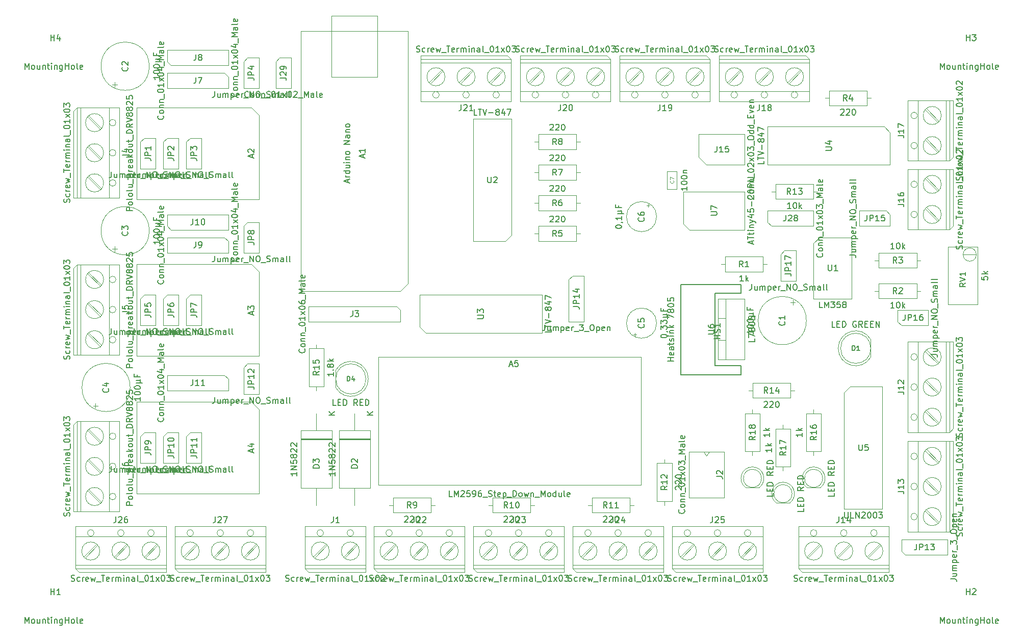
<source format=gbr>
G04 #@! TF.GenerationSoftware,KiCad,Pcbnew,(5.0.2)-1*
G04 #@! TF.CreationDate,2019-04-01T16:01:03+02:00*
G04 #@! TF.ProjectId,MPCNC Nano Estlcam Shield,4d50434e-4320-44e6-916e-6f204573746c,1.3*
G04 #@! TF.SameCoordinates,Original*
G04 #@! TF.FileFunction,Other,Fab,Top*
%FSLAX46Y46*%
G04 Gerber Fmt 4.6, Leading zero omitted, Abs format (unit mm)*
G04 Created by KiCad (PCBNEW (5.0.2)-1) date 01.04.2019 16:01:03*
%MOMM*%
%LPD*%
G01*
G04 APERTURE LIST*
%ADD10C,0.100000*%
%ADD11C,0.150000*%
%ADD12C,0.090000*%
%ADD13C,0.200000*%
G04 APERTURE END LIST*
D10*
G04 #@! TO.C,U6*
X175830000Y-98725000D02*
X180230000Y-98725000D01*
X180230000Y-98725000D02*
X180230000Y-88725000D01*
X180230000Y-88725000D02*
X175830000Y-88725000D01*
X175830000Y-88725000D02*
X175830000Y-98725000D01*
X177100000Y-98725000D02*
X177100000Y-88725000D01*
X175830000Y-95575000D02*
X177100000Y-95575000D01*
X175830000Y-91875000D02*
X177100000Y-91875000D01*
G04 #@! TO.C,C6*
X164442500Y-73156395D02*
X163942500Y-73156395D01*
X164192500Y-72906395D02*
X164192500Y-73406395D01*
X165605000Y-75040000D02*
G75*
G03X165605000Y-75040000I-2500000J0D01*
G01*
G04 #@! TO.C,C5*
X165605000Y-92725000D02*
G75*
G03X165605000Y-92725000I-2500000J0D01*
G01*
X162017500Y-94858605D02*
X162017500Y-94358605D01*
X161767500Y-94608605D02*
X162267500Y-94608605D01*
G04 #@! TO.C,C7*
X167385000Y-70480000D02*
X168985000Y-70480000D01*
X168985000Y-70480000D02*
X168985000Y-67480000D01*
X168985000Y-67480000D02*
X167385000Y-67480000D01*
X167385000Y-67480000D02*
X167385000Y-70480000D01*
G04 #@! TO.C,A5*
X119395000Y-98325000D02*
X119395000Y-119625000D01*
X162995000Y-119625000D02*
X119395000Y-119625000D01*
X162995000Y-98325000D02*
X162995000Y-119625000D01*
X119395000Y-98325000D02*
X162995000Y-98325000D01*
G04 #@! TO.C,R7*
X145325000Y-67690000D02*
X145985000Y-67690000D01*
X152945000Y-67690000D02*
X152285000Y-67690000D01*
X145985000Y-68940000D02*
X152285000Y-68940000D01*
X145985000Y-66440000D02*
X145985000Y-68940000D01*
X152285000Y-66440000D02*
X145985000Y-66440000D01*
X152285000Y-68940000D02*
X152285000Y-66440000D01*
G04 #@! TO.C,R8*
X145325000Y-62610000D02*
X145985000Y-62610000D01*
X152945000Y-62610000D02*
X152285000Y-62610000D01*
X145985000Y-63860000D02*
X152285000Y-63860000D01*
X145985000Y-61360000D02*
X145985000Y-63860000D01*
X152285000Y-61360000D02*
X145985000Y-61360000D01*
X152285000Y-63860000D02*
X152285000Y-61360000D01*
G04 #@! TO.C,C1*
X190473000Y-92300000D02*
G75*
G03X190473000Y-92300000I-4000000J0D01*
G01*
X188220500Y-88873241D02*
X188220500Y-89673241D01*
X188620500Y-89273241D02*
X187820500Y-89273241D01*
G04 #@! TO.C,C3*
X81380000Y-77370000D02*
G75*
G03X81380000Y-77370000I-4000000J0D01*
G01*
X75632500Y-80796759D02*
X75632500Y-79996759D01*
X75232500Y-80396759D02*
X76032500Y-80396759D01*
G04 #@! TO.C,C4*
X78205000Y-103405000D02*
G75*
G03X78205000Y-103405000I-4000000J0D01*
G01*
X72457500Y-106831759D02*
X72457500Y-106031759D01*
X72057500Y-106431759D02*
X72857500Y-106431759D01*
G04 #@! TO.C,C2*
X81380000Y-50065000D02*
G75*
G03X81380000Y-50065000I-4000000J0D01*
G01*
X75632500Y-53491759D02*
X75632500Y-52691759D01*
X75232500Y-53091759D02*
X76032500Y-53091759D01*
G04 #@! TO.C,U5*
X196760000Y-104250000D02*
X197760000Y-103250000D01*
X196760000Y-123570000D02*
X196760000Y-104250000D01*
X203110000Y-123570000D02*
X196760000Y-123570000D01*
X203110000Y-103250000D02*
X203110000Y-123570000D01*
X197760000Y-103250000D02*
X203110000Y-103250000D01*
G04 #@! TO.C,U2*
X141515000Y-78120000D02*
X140515000Y-79120000D01*
X141515000Y-58800000D02*
X141515000Y-78120000D01*
X135165000Y-58800000D02*
X141515000Y-58800000D01*
X135165000Y-79120000D02*
X135165000Y-58800000D01*
X140515000Y-79120000D02*
X135165000Y-79120000D01*
G04 #@! TO.C,U3*
X127275000Y-94360000D02*
X126275000Y-93360000D01*
X146595000Y-94360000D02*
X127275000Y-94360000D01*
X146595000Y-88010000D02*
X146595000Y-94360000D01*
X126275000Y-88010000D02*
X146595000Y-88010000D01*
X126275000Y-93360000D02*
X126275000Y-88010000D01*
G04 #@! TO.C,U4*
X203380000Y-60070000D02*
X204380000Y-61070000D01*
X184060000Y-60070000D02*
X203380000Y-60070000D01*
X184060000Y-66420000D02*
X184060000Y-60070000D01*
X204380000Y-66420000D02*
X184060000Y-66420000D01*
X204380000Y-61070000D02*
X204380000Y-66420000D01*
G04 #@! TO.C,U7*
X171090000Y-77215000D02*
X170090000Y-76215000D01*
X180250000Y-77215000D02*
X171090000Y-77215000D01*
X180250000Y-70865000D02*
X180250000Y-77215000D01*
X170090000Y-70865000D02*
X180250000Y-70865000D01*
X170090000Y-76215000D02*
X170090000Y-70865000D01*
G04 #@! TO.C,U1*
X191680000Y-79485000D02*
X192680000Y-78485000D01*
X191680000Y-88645000D02*
X191680000Y-79485000D01*
X198030000Y-88645000D02*
X191680000Y-88645000D01*
X198030000Y-78485000D02*
X198030000Y-88645000D01*
X192680000Y-78485000D02*
X198030000Y-78485000D01*
G04 #@! TO.C,D2*
X118080000Y-110565000D02*
X112880000Y-110565000D01*
X112880000Y-110565000D02*
X112880000Y-120065000D01*
X112880000Y-120065000D02*
X118080000Y-120065000D01*
X118080000Y-120065000D02*
X118080000Y-110565000D01*
X115480000Y-107695000D02*
X115480000Y-110565000D01*
X115480000Y-122935000D02*
X115480000Y-120065000D01*
X118080000Y-111990000D02*
X112880000Y-111990000D01*
X118080000Y-112090000D02*
X112880000Y-112090000D01*
X118080000Y-111890000D02*
X112880000Y-111890000D01*
G04 #@! TO.C,D3*
X111730000Y-110565000D02*
X106530000Y-110565000D01*
X106530000Y-110565000D02*
X106530000Y-120065000D01*
X106530000Y-120065000D02*
X111730000Y-120065000D01*
X111730000Y-120065000D02*
X111730000Y-110565000D01*
X109130000Y-107695000D02*
X109130000Y-110565000D01*
X109130000Y-122935000D02*
X109130000Y-120065000D01*
X111730000Y-111990000D02*
X106530000Y-111990000D01*
X111730000Y-112090000D02*
X106530000Y-112090000D01*
X111730000Y-111890000D02*
X106530000Y-111890000D01*
G04 #@! TO.C,R12*
X166915000Y-115315000D02*
X166915000Y-115975000D01*
X166915000Y-122935000D02*
X166915000Y-122275000D01*
X165665000Y-115975000D02*
X165665000Y-122275000D01*
X168165000Y-115975000D02*
X165665000Y-115975000D01*
X168165000Y-122275000D02*
X168165000Y-115975000D01*
X165665000Y-122275000D02*
X168165000Y-122275000D01*
G04 #@! TO.C,R4*
X201205000Y-55350000D02*
X200545000Y-55350000D01*
X193585000Y-55350000D02*
X194245000Y-55350000D01*
X200545000Y-54100000D02*
X194245000Y-54100000D01*
X200545000Y-56600000D02*
X200545000Y-54100000D01*
X194245000Y-56600000D02*
X200545000Y-56600000D01*
X194245000Y-54100000D02*
X194245000Y-56600000D01*
G04 #@! TO.C,R2*
X209460000Y-87375000D02*
X208800000Y-87375000D01*
X201840000Y-87375000D02*
X202500000Y-87375000D01*
X208800000Y-86125000D02*
X202500000Y-86125000D01*
X208800000Y-88625000D02*
X208800000Y-86125000D01*
X202500000Y-88625000D02*
X208800000Y-88625000D01*
X202500000Y-86125000D02*
X202500000Y-88625000D01*
G04 #@! TO.C,R1*
X183933000Y-82930000D02*
X183273000Y-82930000D01*
X176313000Y-82930000D02*
X176973000Y-82930000D01*
X183273000Y-81680000D02*
X176973000Y-81680000D01*
X183273000Y-84180000D02*
X183273000Y-81680000D01*
X176973000Y-84180000D02*
X183273000Y-84180000D01*
X176973000Y-81680000D02*
X176973000Y-84180000D01*
G04 #@! TO.C,R5*
X145325000Y-77850000D02*
X145985000Y-77850000D01*
X152945000Y-77850000D02*
X152285000Y-77850000D01*
X145985000Y-79100000D02*
X152285000Y-79100000D01*
X145985000Y-76600000D02*
X145985000Y-79100000D01*
X152285000Y-76600000D02*
X145985000Y-76600000D01*
X152285000Y-79100000D02*
X152285000Y-76600000D01*
G04 #@! TO.C,R6*
X145325000Y-72770000D02*
X145985000Y-72770000D01*
X152945000Y-72770000D02*
X152285000Y-72770000D01*
X145985000Y-74020000D02*
X152285000Y-74020000D01*
X145985000Y-71520000D02*
X145985000Y-74020000D01*
X152285000Y-71520000D02*
X145985000Y-71520000D01*
X152285000Y-74020000D02*
X152285000Y-71520000D01*
G04 #@! TO.C,R9*
X128815000Y-122935000D02*
X128155000Y-122935000D01*
X121195000Y-122935000D02*
X121855000Y-122935000D01*
X128155000Y-121685000D02*
X121855000Y-121685000D01*
X128155000Y-124185000D02*
X128155000Y-121685000D01*
X121855000Y-124185000D02*
X128155000Y-124185000D01*
X121855000Y-121685000D02*
X121855000Y-124185000D01*
G04 #@! TO.C,R11*
X161835000Y-122935000D02*
X161175000Y-122935000D01*
X154215000Y-122935000D02*
X154875000Y-122935000D01*
X161175000Y-121685000D02*
X154875000Y-121685000D01*
X161175000Y-124185000D02*
X161175000Y-121685000D01*
X154875000Y-124185000D02*
X161175000Y-124185000D01*
X154875000Y-121685000D02*
X154875000Y-124185000D01*
G04 #@! TO.C,R13*
X192315000Y-70865000D02*
X191655000Y-70865000D01*
X184695000Y-70865000D02*
X185355000Y-70865000D01*
X191655000Y-69615000D02*
X185355000Y-69615000D01*
X191655000Y-72115000D02*
X191655000Y-69615000D01*
X185355000Y-72115000D02*
X191655000Y-72115000D01*
X185355000Y-69615000D02*
X185355000Y-72115000D01*
G04 #@! TO.C,R14*
X188505000Y-103885000D02*
X187845000Y-103885000D01*
X180885000Y-103885000D02*
X181545000Y-103885000D01*
X187845000Y-102635000D02*
X181545000Y-102635000D01*
X187845000Y-105135000D02*
X187845000Y-102635000D01*
X181545000Y-105135000D02*
X187845000Y-105135000D01*
X181545000Y-102635000D02*
X181545000Y-105135000D01*
G04 #@! TO.C,R15*
X109130000Y-96265000D02*
X109130000Y-96925000D01*
X109130000Y-103885000D02*
X109130000Y-103225000D01*
X107880000Y-96925000D02*
X107880000Y-103225000D01*
X110380000Y-96925000D02*
X107880000Y-96925000D01*
X110380000Y-103225000D02*
X110380000Y-96925000D01*
X107880000Y-103225000D02*
X110380000Y-103225000D01*
G04 #@! TO.C,R16*
X191680000Y-114680000D02*
X191680000Y-114020000D01*
X191680000Y-107060000D02*
X191680000Y-107720000D01*
X192930000Y-114020000D02*
X192930000Y-107720000D01*
X190430000Y-114020000D02*
X192930000Y-114020000D01*
X190430000Y-107720000D02*
X190430000Y-114020000D01*
X192930000Y-107720000D02*
X190430000Y-107720000D01*
G04 #@! TO.C,R17*
X186600000Y-117220000D02*
X186600000Y-116560000D01*
X186600000Y-109600000D02*
X186600000Y-110260000D01*
X187850000Y-116560000D02*
X187850000Y-110260000D01*
X185350000Y-116560000D02*
X187850000Y-116560000D01*
X185350000Y-110260000D02*
X185350000Y-116560000D01*
X187850000Y-110260000D02*
X185350000Y-110260000D01*
G04 #@! TO.C,R18*
X181520000Y-107060000D02*
X181520000Y-107720000D01*
X181520000Y-114680000D02*
X181520000Y-114020000D01*
X180270000Y-107720000D02*
X180270000Y-114020000D01*
X182770000Y-107720000D02*
X180270000Y-107720000D01*
X182770000Y-114020000D02*
X182770000Y-107720000D01*
X180270000Y-114020000D02*
X182770000Y-114020000D01*
G04 #@! TO.C,R3*
X201840000Y-82295000D02*
X202500000Y-82295000D01*
X209460000Y-82295000D02*
X208800000Y-82295000D01*
X202500000Y-83545000D02*
X208800000Y-83545000D01*
X202500000Y-81045000D02*
X202500000Y-83545000D01*
X208800000Y-81045000D02*
X202500000Y-81045000D01*
X208800000Y-83545000D02*
X208800000Y-81045000D01*
G04 #@! TO.C,R10*
X145325000Y-122935000D02*
X144665000Y-122935000D01*
X137705000Y-122935000D02*
X138365000Y-122935000D01*
X144665000Y-121685000D02*
X138365000Y-121685000D01*
X144665000Y-124185000D02*
X144665000Y-121685000D01*
X138365000Y-124185000D02*
X144665000Y-124185000D01*
X138365000Y-121685000D02*
X138365000Y-124185000D01*
G04 #@! TO.C,RV1*
X218680000Y-81340000D02*
X216511000Y-81339000D01*
X218680000Y-81340000D02*
X216511000Y-81339000D01*
X214035000Y-80070000D02*
X214035000Y-89600000D01*
X218865000Y-80070000D02*
X214035000Y-80070000D01*
X218865000Y-89600000D02*
X218865000Y-80070000D01*
X214035000Y-89600000D02*
X218865000Y-89600000D01*
X218690000Y-81340000D02*
G75*
G03X218690000Y-81340000I-1095000J0D01*
G01*
G04 #@! TO.C,A1*
X106590000Y-87375000D02*
X106590000Y-44195000D01*
X123100000Y-87375000D02*
X106590000Y-87375000D01*
X124370000Y-86105000D02*
X123100000Y-87375000D01*
X124370000Y-44195000D02*
X124370000Y-86105000D01*
X106590000Y-44195000D02*
X124370000Y-44195000D01*
X119290000Y-41655000D02*
X119290000Y-51815000D01*
X111670000Y-41655000D02*
X119290000Y-41655000D01*
X111670000Y-51815000D02*
X111670000Y-41655000D01*
X119290000Y-51815000D02*
X111670000Y-51815000D01*
G04 #@! TO.C,A4*
X79285000Y-105790000D02*
X98335000Y-105790000D01*
X79285000Y-121030000D02*
X79285000Y-105790000D01*
X99605000Y-121030000D02*
X79285000Y-121030000D01*
X99605000Y-107060000D02*
X99605000Y-121030000D01*
X98335000Y-105790000D02*
X99605000Y-107060000D01*
G04 #@! TO.C,A3*
X79285000Y-82930000D02*
X98335000Y-82930000D01*
X79285000Y-98170000D02*
X79285000Y-82930000D01*
X99605000Y-98170000D02*
X79285000Y-98170000D01*
X99605000Y-84200000D02*
X99605000Y-98170000D01*
X98335000Y-82930000D02*
X99605000Y-84200000D01*
G04 #@! TO.C,A2*
X79285000Y-56895000D02*
X98335000Y-56895000D01*
X79285000Y-72135000D02*
X79285000Y-56895000D01*
X99605000Y-72135000D02*
X79285000Y-72135000D01*
X99605000Y-58165000D02*
X99605000Y-72135000D01*
X98335000Y-56895000D02*
X99605000Y-58165000D01*
G04 #@! TO.C,J27*
X89675000Y-130555000D02*
G75*
G03X89675000Y-130555000I-1500000J0D01*
G01*
X88725000Y-127555000D02*
G75*
G03X88725000Y-127555000I-550000J0D01*
G01*
X94675000Y-130555000D02*
G75*
G03X94675000Y-130555000I-1500000J0D01*
G01*
X93725000Y-127555000D02*
G75*
G03X93725000Y-127555000I-550000J0D01*
G01*
X99675000Y-130555000D02*
G75*
G03X99675000Y-130555000I-1500000J0D01*
G01*
X98725000Y-127555000D02*
G75*
G03X98725000Y-127555000I-550000J0D01*
G01*
X85675000Y-126455000D02*
X100675000Y-126455000D01*
X100675000Y-126455000D02*
X100675000Y-134055000D01*
X100675000Y-134055000D02*
X86275000Y-134055000D01*
X86275000Y-134055000D02*
X85675000Y-133455000D01*
X85675000Y-133455000D02*
X85675000Y-126455000D01*
X85675000Y-133455000D02*
X100675000Y-133455000D01*
X85675000Y-132855000D02*
X100675000Y-132855000D01*
X85675000Y-128155000D02*
X100675000Y-128155000D01*
X89313000Y-129600000D02*
X87220000Y-131693000D01*
X89130000Y-129417000D02*
X87037000Y-131510000D01*
X94313000Y-129600000D02*
X92221000Y-131693000D01*
X94130000Y-129417000D02*
X92038000Y-131510000D01*
X99313000Y-129600000D02*
X97221000Y-131693000D01*
X99130000Y-129417000D02*
X97038000Y-131510000D01*
D11*
G04 #@! TO.C,HS1*
X179615000Y-99775000D02*
X175315000Y-99775000D01*
X175315000Y-99775000D02*
X175315000Y-87775000D01*
X175315000Y-87775000D02*
X179615000Y-87775000D01*
X179615000Y-87775000D02*
X179615000Y-86275000D01*
X179615000Y-86275000D02*
X169615000Y-86275000D01*
X169615000Y-86275000D02*
X169615000Y-101275000D01*
X169615000Y-101275000D02*
X179615000Y-101275000D01*
X179615000Y-101275000D02*
X179615000Y-99775000D01*
D10*
G04 #@! TO.C,J17*
X210227000Y-57290000D02*
X212320000Y-59382000D01*
X210410000Y-57107000D02*
X212503000Y-59199000D01*
X210227000Y-62290000D02*
X212320000Y-64383000D01*
X210410000Y-62107000D02*
X212503000Y-64200000D01*
X208965000Y-65745000D02*
X208965000Y-55745000D01*
X213665000Y-65745000D02*
X213665000Y-55745000D01*
X214265000Y-65745000D02*
X214265000Y-55745000D01*
X214265000Y-65745000D02*
X207265000Y-65745000D01*
X214865000Y-65145000D02*
X214265000Y-65745000D01*
X214865000Y-55745000D02*
X214865000Y-65145000D01*
X207265000Y-55745000D02*
X214865000Y-55745000D01*
X207265000Y-65745000D02*
X207265000Y-55745000D01*
X208915000Y-58245000D02*
G75*
G03X208915000Y-58245000I-550000J0D01*
G01*
X212865000Y-58245000D02*
G75*
G03X212865000Y-58245000I-1500000J0D01*
G01*
X208915000Y-63245000D02*
G75*
G03X208915000Y-63245000I-550000J0D01*
G01*
X212865000Y-63245000D02*
G75*
G03X212865000Y-63245000I-1500000J0D01*
G01*
G04 #@! TO.C,J16*
X210227000Y-68720000D02*
X212320000Y-70812000D01*
X210410000Y-68537000D02*
X212503000Y-70629000D01*
X210227000Y-73720000D02*
X212320000Y-75813000D01*
X210410000Y-73537000D02*
X212503000Y-75630000D01*
X208965000Y-77175000D02*
X208965000Y-67175000D01*
X213665000Y-77175000D02*
X213665000Y-67175000D01*
X214265000Y-77175000D02*
X214265000Y-67175000D01*
X214265000Y-77175000D02*
X207265000Y-77175000D01*
X214865000Y-76575000D02*
X214265000Y-77175000D01*
X214865000Y-67175000D02*
X214865000Y-76575000D01*
X207265000Y-67175000D02*
X214865000Y-67175000D01*
X207265000Y-77175000D02*
X207265000Y-67175000D01*
X208915000Y-69675000D02*
G75*
G03X208915000Y-69675000I-550000J0D01*
G01*
X212865000Y-69675000D02*
G75*
G03X212865000Y-69675000I-1500000J0D01*
G01*
X208915000Y-74675000D02*
G75*
G03X208915000Y-74675000I-550000J0D01*
G01*
X212865000Y-74675000D02*
G75*
G03X212865000Y-74675000I-1500000J0D01*
G01*
G04 #@! TO.C,J1*
X115720000Y-129417000D02*
X113628000Y-131510000D01*
X115903000Y-129600000D02*
X113811000Y-131693000D01*
X110720000Y-129417000D02*
X108627000Y-131510000D01*
X110903000Y-129600000D02*
X108810000Y-131693000D01*
X107265000Y-128155000D02*
X117265000Y-128155000D01*
X107265000Y-132855000D02*
X117265000Y-132855000D01*
X107265000Y-133455000D02*
X117265000Y-133455000D01*
X107265000Y-133455000D02*
X107265000Y-126455000D01*
X107865000Y-134055000D02*
X107265000Y-133455000D01*
X117265000Y-134055000D02*
X107865000Y-134055000D01*
X117265000Y-126455000D02*
X117265000Y-134055000D01*
X107265000Y-126455000D02*
X117265000Y-126455000D01*
X115315000Y-127555000D02*
G75*
G03X115315000Y-127555000I-550000J0D01*
G01*
X116265000Y-130555000D02*
G75*
G03X116265000Y-130555000I-1500000J0D01*
G01*
X110315000Y-127555000D02*
G75*
G03X110315000Y-127555000I-550000J0D01*
G01*
X111265000Y-130555000D02*
G75*
G03X111265000Y-130555000I-1500000J0D01*
G01*
G04 #@! TO.C,J22*
X122695000Y-130555000D02*
G75*
G03X122695000Y-130555000I-1500000J0D01*
G01*
X121745000Y-127555000D02*
G75*
G03X121745000Y-127555000I-550000J0D01*
G01*
X127695000Y-130555000D02*
G75*
G03X127695000Y-130555000I-1500000J0D01*
G01*
X126745000Y-127555000D02*
G75*
G03X126745000Y-127555000I-550000J0D01*
G01*
X132695000Y-130555000D02*
G75*
G03X132695000Y-130555000I-1500000J0D01*
G01*
X131745000Y-127555000D02*
G75*
G03X131745000Y-127555000I-550000J0D01*
G01*
X118695000Y-126455000D02*
X133695000Y-126455000D01*
X133695000Y-126455000D02*
X133695000Y-134055000D01*
X133695000Y-134055000D02*
X119295000Y-134055000D01*
X119295000Y-134055000D02*
X118695000Y-133455000D01*
X118695000Y-133455000D02*
X118695000Y-126455000D01*
X118695000Y-133455000D02*
X133695000Y-133455000D01*
X118695000Y-132855000D02*
X133695000Y-132855000D01*
X118695000Y-128155000D02*
X133695000Y-128155000D01*
X122333000Y-129600000D02*
X120240000Y-131693000D01*
X122150000Y-129417000D02*
X120057000Y-131510000D01*
X127333000Y-129600000D02*
X125241000Y-131693000D01*
X127150000Y-129417000D02*
X125058000Y-131510000D01*
X132333000Y-129600000D02*
X130241000Y-131693000D01*
X132150000Y-129417000D02*
X130058000Y-131510000D01*
G04 #@! TO.C,J13*
X212865000Y-124840000D02*
G75*
G03X212865000Y-124840000I-1500000J0D01*
G01*
X208915000Y-124840000D02*
G75*
G03X208915000Y-124840000I-550000J0D01*
G01*
X212865000Y-119840000D02*
G75*
G03X212865000Y-119840000I-1500000J0D01*
G01*
X208915000Y-119840000D02*
G75*
G03X208915000Y-119840000I-550000J0D01*
G01*
X212865000Y-114840000D02*
G75*
G03X212865000Y-114840000I-1500000J0D01*
G01*
X208915000Y-114840000D02*
G75*
G03X208915000Y-114840000I-550000J0D01*
G01*
X207265000Y-127340000D02*
X207265000Y-112340000D01*
X207265000Y-112340000D02*
X214865000Y-112340000D01*
X214865000Y-112340000D02*
X214865000Y-126740000D01*
X214865000Y-126740000D02*
X214265000Y-127340000D01*
X214265000Y-127340000D02*
X207265000Y-127340000D01*
X214265000Y-127340000D02*
X214265000Y-112340000D01*
X213665000Y-127340000D02*
X213665000Y-112340000D01*
X208965000Y-127340000D02*
X208965000Y-112340000D01*
X210410000Y-123702000D02*
X212503000Y-125795000D01*
X210227000Y-123885000D02*
X212320000Y-125978000D01*
X210410000Y-118702000D02*
X212503000Y-120794000D01*
X210227000Y-118885000D02*
X212320000Y-120977000D01*
X210410000Y-113702000D02*
X212503000Y-115794000D01*
X210227000Y-113885000D02*
X212320000Y-115977000D01*
G04 #@! TO.C,J14*
X193180000Y-130555000D02*
G75*
G03X193180000Y-130555000I-1500000J0D01*
G01*
X192230000Y-127555000D02*
G75*
G03X192230000Y-127555000I-550000J0D01*
G01*
X198180000Y-130555000D02*
G75*
G03X198180000Y-130555000I-1500000J0D01*
G01*
X197230000Y-127555000D02*
G75*
G03X197230000Y-127555000I-550000J0D01*
G01*
X203180000Y-130555000D02*
G75*
G03X203180000Y-130555000I-1500000J0D01*
G01*
X202230000Y-127555000D02*
G75*
G03X202230000Y-127555000I-550000J0D01*
G01*
X189180000Y-126455000D02*
X204180000Y-126455000D01*
X204180000Y-126455000D02*
X204180000Y-134055000D01*
X204180000Y-134055000D02*
X189780000Y-134055000D01*
X189780000Y-134055000D02*
X189180000Y-133455000D01*
X189180000Y-133455000D02*
X189180000Y-126455000D01*
X189180000Y-133455000D02*
X204180000Y-133455000D01*
X189180000Y-132855000D02*
X204180000Y-132855000D01*
X189180000Y-128155000D02*
X204180000Y-128155000D01*
X192818000Y-129600000D02*
X190725000Y-131693000D01*
X192635000Y-129417000D02*
X190542000Y-131510000D01*
X197818000Y-129600000D02*
X195726000Y-131693000D01*
X197635000Y-129417000D02*
X195543000Y-131510000D01*
X202818000Y-129600000D02*
X200726000Y-131693000D01*
X202635000Y-129417000D02*
X200543000Y-131510000D01*
G04 #@! TO.C,J12*
X212865000Y-108330000D02*
G75*
G03X212865000Y-108330000I-1500000J0D01*
G01*
X208915000Y-108330000D02*
G75*
G03X208915000Y-108330000I-550000J0D01*
G01*
X212865000Y-103330000D02*
G75*
G03X212865000Y-103330000I-1500000J0D01*
G01*
X208915000Y-103330000D02*
G75*
G03X208915000Y-103330000I-550000J0D01*
G01*
X212865000Y-98330000D02*
G75*
G03X212865000Y-98330000I-1500000J0D01*
G01*
X208915000Y-98330000D02*
G75*
G03X208915000Y-98330000I-550000J0D01*
G01*
X207265000Y-110830000D02*
X207265000Y-95830000D01*
X207265000Y-95830000D02*
X214865000Y-95830000D01*
X214865000Y-95830000D02*
X214865000Y-110230000D01*
X214865000Y-110230000D02*
X214265000Y-110830000D01*
X214265000Y-110830000D02*
X207265000Y-110830000D01*
X214265000Y-110830000D02*
X214265000Y-95830000D01*
X213665000Y-110830000D02*
X213665000Y-95830000D01*
X208965000Y-110830000D02*
X208965000Y-95830000D01*
X210410000Y-107192000D02*
X212503000Y-109285000D01*
X210227000Y-107375000D02*
X212320000Y-109468000D01*
X210410000Y-102192000D02*
X212503000Y-104284000D01*
X210227000Y-102375000D02*
X212320000Y-104467000D01*
X210410000Y-97192000D02*
X212503000Y-99284000D01*
X210227000Y-97375000D02*
X212320000Y-99467000D01*
G04 #@! TO.C,J21*
X140475000Y-51815000D02*
G75*
G03X140475000Y-51815000I-1500000J0D01*
G01*
X139525000Y-54815000D02*
G75*
G03X139525000Y-54815000I-550000J0D01*
G01*
X135475000Y-51815000D02*
G75*
G03X135475000Y-51815000I-1500000J0D01*
G01*
X134525000Y-54815000D02*
G75*
G03X134525000Y-54815000I-550000J0D01*
G01*
X130475000Y-51815000D02*
G75*
G03X130475000Y-51815000I-1500000J0D01*
G01*
X129525000Y-54815000D02*
G75*
G03X129525000Y-54815000I-550000J0D01*
G01*
X141475000Y-55915000D02*
X126475000Y-55915000D01*
X126475000Y-55915000D02*
X126475000Y-48315000D01*
X126475000Y-48315000D02*
X140875000Y-48315000D01*
X140875000Y-48315000D02*
X141475000Y-48915000D01*
X141475000Y-48915000D02*
X141475000Y-55915000D01*
X141475000Y-48915000D02*
X126475000Y-48915000D01*
X141475000Y-49515000D02*
X126475000Y-49515000D01*
X141475000Y-54215000D02*
X126475000Y-54215000D01*
X137837000Y-52770000D02*
X139930000Y-50677000D01*
X138020000Y-52953000D02*
X140113000Y-50860000D01*
X132837000Y-52770000D02*
X134929000Y-50677000D01*
X133020000Y-52953000D02*
X135112000Y-50860000D01*
X127837000Y-52770000D02*
X129929000Y-50677000D01*
X128020000Y-52953000D02*
X130112000Y-50860000D01*
G04 #@! TO.C,J18*
X190005000Y-51815000D02*
G75*
G03X190005000Y-51815000I-1500000J0D01*
G01*
X189055000Y-54815000D02*
G75*
G03X189055000Y-54815000I-550000J0D01*
G01*
X185005000Y-51815000D02*
G75*
G03X185005000Y-51815000I-1500000J0D01*
G01*
X184055000Y-54815000D02*
G75*
G03X184055000Y-54815000I-550000J0D01*
G01*
X180005000Y-51815000D02*
G75*
G03X180005000Y-51815000I-1500000J0D01*
G01*
X179055000Y-54815000D02*
G75*
G03X179055000Y-54815000I-550000J0D01*
G01*
X191005000Y-55915000D02*
X176005000Y-55915000D01*
X176005000Y-55915000D02*
X176005000Y-48315000D01*
X176005000Y-48315000D02*
X190405000Y-48315000D01*
X190405000Y-48315000D02*
X191005000Y-48915000D01*
X191005000Y-48915000D02*
X191005000Y-55915000D01*
X191005000Y-48915000D02*
X176005000Y-48915000D01*
X191005000Y-49515000D02*
X176005000Y-49515000D01*
X191005000Y-54215000D02*
X176005000Y-54215000D01*
X187367000Y-52770000D02*
X189460000Y-50677000D01*
X187550000Y-52953000D02*
X189643000Y-50860000D01*
X182367000Y-52770000D02*
X184459000Y-50677000D01*
X182550000Y-52953000D02*
X184642000Y-50860000D01*
X177367000Y-52770000D02*
X179459000Y-50677000D01*
X177550000Y-52953000D02*
X179642000Y-50860000D01*
G04 #@! TO.C,J19*
X173495000Y-51815000D02*
G75*
G03X173495000Y-51815000I-1500000J0D01*
G01*
X172545000Y-54815000D02*
G75*
G03X172545000Y-54815000I-550000J0D01*
G01*
X168495000Y-51815000D02*
G75*
G03X168495000Y-51815000I-1500000J0D01*
G01*
X167545000Y-54815000D02*
G75*
G03X167545000Y-54815000I-550000J0D01*
G01*
X163495000Y-51815000D02*
G75*
G03X163495000Y-51815000I-1500000J0D01*
G01*
X162545000Y-54815000D02*
G75*
G03X162545000Y-54815000I-550000J0D01*
G01*
X174495000Y-55915000D02*
X159495000Y-55915000D01*
X159495000Y-55915000D02*
X159495000Y-48315000D01*
X159495000Y-48315000D02*
X173895000Y-48315000D01*
X173895000Y-48315000D02*
X174495000Y-48915000D01*
X174495000Y-48915000D02*
X174495000Y-55915000D01*
X174495000Y-48915000D02*
X159495000Y-48915000D01*
X174495000Y-49515000D02*
X159495000Y-49515000D01*
X174495000Y-54215000D02*
X159495000Y-54215000D01*
X170857000Y-52770000D02*
X172950000Y-50677000D01*
X171040000Y-52953000D02*
X173133000Y-50860000D01*
X165857000Y-52770000D02*
X167949000Y-50677000D01*
X166040000Y-52953000D02*
X168132000Y-50860000D01*
X160857000Y-52770000D02*
X162949000Y-50677000D01*
X161040000Y-52953000D02*
X163132000Y-50860000D01*
G04 #@! TO.C,J20*
X156985000Y-51815000D02*
G75*
G03X156985000Y-51815000I-1500000J0D01*
G01*
X156035000Y-54815000D02*
G75*
G03X156035000Y-54815000I-550000J0D01*
G01*
X151985000Y-51815000D02*
G75*
G03X151985000Y-51815000I-1500000J0D01*
G01*
X151035000Y-54815000D02*
G75*
G03X151035000Y-54815000I-550000J0D01*
G01*
X146985000Y-51815000D02*
G75*
G03X146985000Y-51815000I-1500000J0D01*
G01*
X146035000Y-54815000D02*
G75*
G03X146035000Y-54815000I-550000J0D01*
G01*
X157985000Y-55915000D02*
X142985000Y-55915000D01*
X142985000Y-55915000D02*
X142985000Y-48315000D01*
X142985000Y-48315000D02*
X157385000Y-48315000D01*
X157385000Y-48315000D02*
X157985000Y-48915000D01*
X157985000Y-48915000D02*
X157985000Y-55915000D01*
X157985000Y-48915000D02*
X142985000Y-48915000D01*
X157985000Y-49515000D02*
X142985000Y-49515000D01*
X157985000Y-54215000D02*
X142985000Y-54215000D01*
X154347000Y-52770000D02*
X156440000Y-50677000D01*
X154530000Y-52953000D02*
X156623000Y-50860000D01*
X149347000Y-52770000D02*
X151439000Y-50677000D01*
X149530000Y-52953000D02*
X151622000Y-50860000D01*
X144347000Y-52770000D02*
X146439000Y-50677000D01*
X144530000Y-52953000D02*
X146622000Y-50860000D01*
G04 #@! TO.C,J24*
X155715000Y-130555000D02*
G75*
G03X155715000Y-130555000I-1500000J0D01*
G01*
X154765000Y-127555000D02*
G75*
G03X154765000Y-127555000I-550000J0D01*
G01*
X160715000Y-130555000D02*
G75*
G03X160715000Y-130555000I-1500000J0D01*
G01*
X159765000Y-127555000D02*
G75*
G03X159765000Y-127555000I-550000J0D01*
G01*
X165715000Y-130555000D02*
G75*
G03X165715000Y-130555000I-1500000J0D01*
G01*
X164765000Y-127555000D02*
G75*
G03X164765000Y-127555000I-550000J0D01*
G01*
X151715000Y-126455000D02*
X166715000Y-126455000D01*
X166715000Y-126455000D02*
X166715000Y-134055000D01*
X166715000Y-134055000D02*
X152315000Y-134055000D01*
X152315000Y-134055000D02*
X151715000Y-133455000D01*
X151715000Y-133455000D02*
X151715000Y-126455000D01*
X151715000Y-133455000D02*
X166715000Y-133455000D01*
X151715000Y-132855000D02*
X166715000Y-132855000D01*
X151715000Y-128155000D02*
X166715000Y-128155000D01*
X155353000Y-129600000D02*
X153260000Y-131693000D01*
X155170000Y-129417000D02*
X153077000Y-131510000D01*
X160353000Y-129600000D02*
X158261000Y-131693000D01*
X160170000Y-129417000D02*
X158078000Y-131510000D01*
X165353000Y-129600000D02*
X163261000Y-131693000D01*
X165170000Y-129417000D02*
X163078000Y-131510000D01*
G04 #@! TO.C,J25*
X172225000Y-130555000D02*
G75*
G03X172225000Y-130555000I-1500000J0D01*
G01*
X171275000Y-127555000D02*
G75*
G03X171275000Y-127555000I-550000J0D01*
G01*
X177225000Y-130555000D02*
G75*
G03X177225000Y-130555000I-1500000J0D01*
G01*
X176275000Y-127555000D02*
G75*
G03X176275000Y-127555000I-550000J0D01*
G01*
X182225000Y-130555000D02*
G75*
G03X182225000Y-130555000I-1500000J0D01*
G01*
X181275000Y-127555000D02*
G75*
G03X181275000Y-127555000I-550000J0D01*
G01*
X168225000Y-126455000D02*
X183225000Y-126455000D01*
X183225000Y-126455000D02*
X183225000Y-134055000D01*
X183225000Y-134055000D02*
X168825000Y-134055000D01*
X168825000Y-134055000D02*
X168225000Y-133455000D01*
X168225000Y-133455000D02*
X168225000Y-126455000D01*
X168225000Y-133455000D02*
X183225000Y-133455000D01*
X168225000Y-132855000D02*
X183225000Y-132855000D01*
X168225000Y-128155000D02*
X183225000Y-128155000D01*
X171863000Y-129600000D02*
X169770000Y-131693000D01*
X171680000Y-129417000D02*
X169587000Y-131510000D01*
X176863000Y-129600000D02*
X174771000Y-131693000D01*
X176680000Y-129417000D02*
X174588000Y-131510000D01*
X181863000Y-129600000D02*
X179771000Y-131693000D01*
X181680000Y-129417000D02*
X179588000Y-131510000D01*
G04 #@! TO.C,J4*
X73800000Y-59435000D02*
G75*
G03X73800000Y-59435000I-1500000J0D01*
G01*
X75850000Y-59435000D02*
G75*
G03X75850000Y-59435000I-550000J0D01*
G01*
X73800000Y-64435000D02*
G75*
G03X73800000Y-64435000I-1500000J0D01*
G01*
X75850000Y-64435000D02*
G75*
G03X75850000Y-64435000I-550000J0D01*
G01*
X73800000Y-69435000D02*
G75*
G03X73800000Y-69435000I-1500000J0D01*
G01*
X75850000Y-69435000D02*
G75*
G03X75850000Y-69435000I-550000J0D01*
G01*
X76400000Y-56935000D02*
X76400000Y-71935000D01*
X76400000Y-71935000D02*
X68800000Y-71935000D01*
X68800000Y-71935000D02*
X68800000Y-57535000D01*
X68800000Y-57535000D02*
X69400000Y-56935000D01*
X69400000Y-56935000D02*
X76400000Y-56935000D01*
X69400000Y-56935000D02*
X69400000Y-71935000D01*
X70000000Y-56935000D02*
X70000000Y-71935000D01*
X74700000Y-56935000D02*
X74700000Y-71935000D01*
X73255000Y-60573000D02*
X71162000Y-58480000D01*
X73438000Y-60390000D02*
X71345000Y-58297000D01*
X73255000Y-65573000D02*
X71162000Y-63481000D01*
X73438000Y-65390000D02*
X71345000Y-63298000D01*
X73255000Y-70573000D02*
X71162000Y-68481000D01*
X73438000Y-70390000D02*
X71345000Y-68298000D01*
G04 #@! TO.C,J5*
X73800000Y-85470000D02*
G75*
G03X73800000Y-85470000I-1500000J0D01*
G01*
X75850000Y-85470000D02*
G75*
G03X75850000Y-85470000I-550000J0D01*
G01*
X73800000Y-90470000D02*
G75*
G03X73800000Y-90470000I-1500000J0D01*
G01*
X75850000Y-90470000D02*
G75*
G03X75850000Y-90470000I-550000J0D01*
G01*
X73800000Y-95470000D02*
G75*
G03X73800000Y-95470000I-1500000J0D01*
G01*
X75850000Y-95470000D02*
G75*
G03X75850000Y-95470000I-550000J0D01*
G01*
X76400000Y-82970000D02*
X76400000Y-97970000D01*
X76400000Y-97970000D02*
X68800000Y-97970000D01*
X68800000Y-97970000D02*
X68800000Y-83570000D01*
X68800000Y-83570000D02*
X69400000Y-82970000D01*
X69400000Y-82970000D02*
X76400000Y-82970000D01*
X69400000Y-82970000D02*
X69400000Y-97970000D01*
X70000000Y-82970000D02*
X70000000Y-97970000D01*
X74700000Y-82970000D02*
X74700000Y-97970000D01*
X73255000Y-86608000D02*
X71162000Y-84515000D01*
X73438000Y-86425000D02*
X71345000Y-84332000D01*
X73255000Y-91608000D02*
X71162000Y-89516000D01*
X73438000Y-91425000D02*
X71345000Y-89333000D01*
X73255000Y-96608000D02*
X71162000Y-94516000D01*
X73438000Y-96425000D02*
X71345000Y-94333000D01*
G04 #@! TO.C,J6*
X73800000Y-111505000D02*
G75*
G03X73800000Y-111505000I-1500000J0D01*
G01*
X75850000Y-111505000D02*
G75*
G03X75850000Y-111505000I-550000J0D01*
G01*
X73800000Y-116505000D02*
G75*
G03X73800000Y-116505000I-1500000J0D01*
G01*
X75850000Y-116505000D02*
G75*
G03X75850000Y-116505000I-550000J0D01*
G01*
X73800000Y-121505000D02*
G75*
G03X73800000Y-121505000I-1500000J0D01*
G01*
X75850000Y-121505000D02*
G75*
G03X75850000Y-121505000I-550000J0D01*
G01*
X76400000Y-109005000D02*
X76400000Y-124005000D01*
X76400000Y-124005000D02*
X68800000Y-124005000D01*
X68800000Y-124005000D02*
X68800000Y-109605000D01*
X68800000Y-109605000D02*
X69400000Y-109005000D01*
X69400000Y-109005000D02*
X76400000Y-109005000D01*
X69400000Y-109005000D02*
X69400000Y-124005000D01*
X70000000Y-109005000D02*
X70000000Y-124005000D01*
X74700000Y-109005000D02*
X74700000Y-124005000D01*
X73255000Y-112643000D02*
X71162000Y-110550000D01*
X73438000Y-112460000D02*
X71345000Y-110367000D01*
X73255000Y-117643000D02*
X71162000Y-115551000D01*
X73438000Y-117460000D02*
X71345000Y-115368000D01*
X73255000Y-122643000D02*
X71162000Y-120551000D01*
X73438000Y-122460000D02*
X71345000Y-120368000D01*
G04 #@! TO.C,J23*
X139205000Y-130555000D02*
G75*
G03X139205000Y-130555000I-1500000J0D01*
G01*
X138255000Y-127555000D02*
G75*
G03X138255000Y-127555000I-550000J0D01*
G01*
X144205000Y-130555000D02*
G75*
G03X144205000Y-130555000I-1500000J0D01*
G01*
X143255000Y-127555000D02*
G75*
G03X143255000Y-127555000I-550000J0D01*
G01*
X149205000Y-130555000D02*
G75*
G03X149205000Y-130555000I-1500000J0D01*
G01*
X148255000Y-127555000D02*
G75*
G03X148255000Y-127555000I-550000J0D01*
G01*
X135205000Y-126455000D02*
X150205000Y-126455000D01*
X150205000Y-126455000D02*
X150205000Y-134055000D01*
X150205000Y-134055000D02*
X135805000Y-134055000D01*
X135805000Y-134055000D02*
X135205000Y-133455000D01*
X135205000Y-133455000D02*
X135205000Y-126455000D01*
X135205000Y-133455000D02*
X150205000Y-133455000D01*
X135205000Y-132855000D02*
X150205000Y-132855000D01*
X135205000Y-128155000D02*
X150205000Y-128155000D01*
X138843000Y-129600000D02*
X136750000Y-131693000D01*
X138660000Y-129417000D02*
X136567000Y-131510000D01*
X143843000Y-129600000D02*
X141751000Y-131693000D01*
X143660000Y-129417000D02*
X141568000Y-131510000D01*
X148843000Y-129600000D02*
X146751000Y-131693000D01*
X148660000Y-129417000D02*
X146568000Y-131510000D01*
G04 #@! TO.C,J26*
X73165000Y-130555000D02*
G75*
G03X73165000Y-130555000I-1500000J0D01*
G01*
X72215000Y-127555000D02*
G75*
G03X72215000Y-127555000I-550000J0D01*
G01*
X78165000Y-130555000D02*
G75*
G03X78165000Y-130555000I-1500000J0D01*
G01*
X77215000Y-127555000D02*
G75*
G03X77215000Y-127555000I-550000J0D01*
G01*
X83165000Y-130555000D02*
G75*
G03X83165000Y-130555000I-1500000J0D01*
G01*
X82215000Y-127555000D02*
G75*
G03X82215000Y-127555000I-550000J0D01*
G01*
X69165000Y-126455000D02*
X84165000Y-126455000D01*
X84165000Y-126455000D02*
X84165000Y-134055000D01*
X84165000Y-134055000D02*
X69765000Y-134055000D01*
X69765000Y-134055000D02*
X69165000Y-133455000D01*
X69165000Y-133455000D02*
X69165000Y-126455000D01*
X69165000Y-133455000D02*
X84165000Y-133455000D01*
X69165000Y-132855000D02*
X84165000Y-132855000D01*
X69165000Y-128155000D02*
X84165000Y-128155000D01*
X72803000Y-129600000D02*
X70710000Y-131693000D01*
X72620000Y-129417000D02*
X70527000Y-131510000D01*
X77803000Y-129600000D02*
X75711000Y-131693000D01*
X77620000Y-129417000D02*
X75528000Y-131510000D01*
X82803000Y-129600000D02*
X80711000Y-131693000D01*
X82620000Y-129417000D02*
X80528000Y-131510000D01*
G04 #@! TO.C,D7*
X180353810Y-119990000D02*
X182686190Y-119990000D01*
X183020000Y-118490000D02*
G75*
G03X183020000Y-118490000I-1500000J0D01*
G01*
X182685476Y-119990555D02*
G75*
G03X180353810Y-119990000I-1165476J1500555D01*
G01*
G04 #@! TO.C,D6*
X185433810Y-122530000D02*
X187766190Y-122530000D01*
X188100000Y-121030000D02*
G75*
G03X188100000Y-121030000I-1500000J0D01*
G01*
X187765476Y-122530555D02*
G75*
G03X185433810Y-122530000I-1165476J1500555D01*
G01*
G04 #@! TO.C,D5*
X190513810Y-119990000D02*
X192846190Y-119990000D01*
X193180000Y-118490000D02*
G75*
G03X193180000Y-118490000I-1500000J0D01*
G01*
X192845476Y-119990555D02*
G75*
G03X190513810Y-119990000I-1165476J1500555D01*
G01*
G04 #@! TO.C,D4*
X112345000Y-100510306D02*
X112345000Y-103449694D01*
X117345000Y-101980000D02*
G75*
G03X117345000Y-101980000I-2500000J0D01*
G01*
X112344984Y-103449666D02*
G75*
G03X112345000Y-100510306I2500016J1469666D01*
G01*
G04 #@! TO.C,D1*
X201165000Y-98369694D02*
X201165000Y-95430306D01*
X201165000Y-96900000D02*
G75*
G03X201165000Y-96900000I-2500000J0D01*
G01*
X201165016Y-95430334D02*
G75*
G03X201165000Y-98369694I-2500016J-1469666D01*
G01*
G04 #@! TO.C,J29*
X102399000Y-49275000D02*
X103034000Y-48640000D01*
X102399000Y-53720000D02*
X102399000Y-49275000D01*
X104939000Y-53720000D02*
X102399000Y-53720000D01*
X104939000Y-48640000D02*
X104939000Y-53720000D01*
X103034000Y-48640000D02*
X104939000Y-48640000D01*
G04 #@! TO.C,J28*
X184695000Y-76580000D02*
X184060000Y-75945000D01*
X191680000Y-76580000D02*
X184695000Y-76580000D01*
X191680000Y-74040000D02*
X191680000Y-76580000D01*
X184060000Y-74040000D02*
X191680000Y-74040000D01*
X184060000Y-75945000D02*
X184060000Y-74040000D01*
G04 #@! TO.C,J15*
X173900000Y-66420000D02*
X172630000Y-65150000D01*
X180250000Y-66420000D02*
X173900000Y-66420000D01*
X180250000Y-61340000D02*
X180250000Y-66420000D01*
X172630000Y-61340000D02*
X180250000Y-61340000D01*
X172630000Y-65150000D02*
X172630000Y-61340000D01*
G04 #@! TO.C,J3*
X122465000Y-89915000D02*
X123100000Y-90550000D01*
X107860000Y-89915000D02*
X122465000Y-89915000D01*
X107860000Y-92455000D02*
X107860000Y-89915000D01*
X123100000Y-92455000D02*
X107860000Y-92455000D01*
X123100000Y-90550000D02*
X123100000Y-92455000D01*
G04 #@! TO.C,JP2*
X83730000Y-62610000D02*
X84365000Y-61975000D01*
X83730000Y-67055000D02*
X83730000Y-62610000D01*
X86270000Y-67055000D02*
X83730000Y-67055000D01*
X86270000Y-61975000D02*
X86270000Y-67055000D01*
X84365000Y-61975000D02*
X86270000Y-61975000D01*
G04 #@! TO.C,JP16*
X206285000Y-93090000D02*
X205650000Y-92455000D01*
X210730000Y-93090000D02*
X206285000Y-93090000D01*
X210730000Y-90550000D02*
X210730000Y-93090000D01*
X205650000Y-90550000D02*
X210730000Y-90550000D01*
X205650000Y-92455000D02*
X205650000Y-90550000D01*
G04 #@! TO.C,JP17*
X186219000Y-81279000D02*
X186854000Y-80644000D01*
X186219000Y-85724000D02*
X186219000Y-81279000D01*
X188759000Y-85724000D02*
X186219000Y-85724000D01*
X188759000Y-80644000D02*
X188759000Y-85724000D01*
X186854000Y-80644000D02*
X188759000Y-80644000D01*
G04 #@! TO.C,JP3*
X87540000Y-62610000D02*
X88175000Y-61975000D01*
X87540000Y-67055000D02*
X87540000Y-62610000D01*
X90080000Y-67055000D02*
X87540000Y-67055000D01*
X90080000Y-61975000D02*
X90080000Y-67055000D01*
X88175000Y-61975000D02*
X90080000Y-61975000D01*
G04 #@! TO.C,JP14*
X151040000Y-85470000D02*
X151675000Y-84835000D01*
X151040000Y-92455000D02*
X151040000Y-85470000D01*
X153580000Y-92455000D02*
X151040000Y-92455000D01*
X153580000Y-84835000D02*
X153580000Y-92455000D01*
X151675000Y-84835000D02*
X153580000Y-84835000D01*
G04 #@! TO.C,JP13*
X206920000Y-131190000D02*
X206285000Y-130555000D01*
X213905000Y-131190000D02*
X206920000Y-131190000D01*
X213905000Y-128650000D02*
X213905000Y-131190000D01*
X206285000Y-128650000D02*
X213905000Y-128650000D01*
X206285000Y-130555000D02*
X206285000Y-128650000D01*
G04 #@! TO.C,JP8*
X97065000Y-76580000D02*
X97700000Y-75945000D01*
X97065000Y-81025000D02*
X97065000Y-76580000D01*
X99605000Y-81025000D02*
X97065000Y-81025000D01*
X99605000Y-75945000D02*
X99605000Y-81025000D01*
X97700000Y-75945000D02*
X99605000Y-75945000D01*
G04 #@! TO.C,J2*
X173900000Y-114752107D02*
X173400000Y-114045000D01*
X174400000Y-114045000D02*
X173900000Y-114752107D01*
X176820000Y-121665000D02*
X176820000Y-114045000D01*
X171020000Y-121665000D02*
X176820000Y-121665000D01*
X171020000Y-114045000D02*
X171020000Y-121665000D01*
X176820000Y-114045000D02*
X171020000Y-114045000D01*
G04 #@! TO.C,J8*
X85000000Y-49910000D02*
X84365000Y-49275000D01*
X94525000Y-49910000D02*
X85000000Y-49910000D01*
X94525000Y-47370000D02*
X94525000Y-49910000D01*
X84365000Y-47370000D02*
X94525000Y-47370000D01*
X84365000Y-49275000D02*
X84365000Y-47370000D01*
G04 #@! TO.C,J7*
X93890000Y-51180000D02*
X94525000Y-51815000D01*
X84365000Y-51180000D02*
X93890000Y-51180000D01*
X84365000Y-53720000D02*
X84365000Y-51180000D01*
X94525000Y-53720000D02*
X84365000Y-53720000D01*
X94525000Y-51815000D02*
X94525000Y-53720000D01*
G04 #@! TO.C,J11*
X93890000Y-101345000D02*
X94525000Y-101980000D01*
X84365000Y-101345000D02*
X93890000Y-101345000D01*
X84365000Y-103885000D02*
X84365000Y-101345000D01*
X94525000Y-103885000D02*
X84365000Y-103885000D01*
X94525000Y-101980000D02*
X94525000Y-103885000D01*
G04 #@! TO.C,J10*
X85000000Y-77215000D02*
X84365000Y-76580000D01*
X94525000Y-77215000D02*
X85000000Y-77215000D01*
X94525000Y-74675000D02*
X94525000Y-77215000D01*
X84365000Y-74675000D02*
X94525000Y-74675000D01*
X84365000Y-76580000D02*
X84365000Y-74675000D01*
G04 #@! TO.C,J9*
X93890000Y-78485000D02*
X94525000Y-79120000D01*
X84365000Y-78485000D02*
X93890000Y-78485000D01*
X84365000Y-81025000D02*
X84365000Y-78485000D01*
X94525000Y-81025000D02*
X84365000Y-81025000D01*
X94525000Y-79120000D02*
X94525000Y-81025000D01*
G04 #@! TO.C,JP10*
X83730000Y-111505000D02*
X84365000Y-110870000D01*
X83730000Y-115950000D02*
X83730000Y-111505000D01*
X86270000Y-115950000D02*
X83730000Y-115950000D01*
X86270000Y-110870000D02*
X86270000Y-115950000D01*
X84365000Y-110870000D02*
X86270000Y-110870000D01*
G04 #@! TO.C,JP5*
X79920000Y-88645000D02*
X80555000Y-88010000D01*
X79920000Y-93090000D02*
X79920000Y-88645000D01*
X82460000Y-93090000D02*
X79920000Y-93090000D01*
X82460000Y-88010000D02*
X82460000Y-93090000D01*
X80555000Y-88010000D02*
X82460000Y-88010000D01*
G04 #@! TO.C,JP15*
X203745000Y-74040000D02*
X204380000Y-74675000D01*
X199300000Y-74040000D02*
X203745000Y-74040000D01*
X199300000Y-76580000D02*
X199300000Y-74040000D01*
X204380000Y-76580000D02*
X199300000Y-76580000D01*
X204380000Y-74675000D02*
X204380000Y-76580000D01*
G04 #@! TO.C,JP11*
X87540000Y-111505000D02*
X88175000Y-110870000D01*
X87540000Y-115950000D02*
X87540000Y-111505000D01*
X90080000Y-115950000D02*
X87540000Y-115950000D01*
X90080000Y-110870000D02*
X90080000Y-115950000D01*
X88175000Y-110870000D02*
X90080000Y-110870000D01*
G04 #@! TO.C,JP7*
X87540000Y-88645000D02*
X88175000Y-88010000D01*
X87540000Y-93090000D02*
X87540000Y-88645000D01*
X90080000Y-93090000D02*
X87540000Y-93090000D01*
X90080000Y-88010000D02*
X90080000Y-93090000D01*
X88175000Y-88010000D02*
X90080000Y-88010000D01*
G04 #@! TO.C,JP6*
X83730000Y-88645000D02*
X84365000Y-88010000D01*
X83730000Y-93090000D02*
X83730000Y-88645000D01*
X86270000Y-93090000D02*
X83730000Y-93090000D01*
X86270000Y-88010000D02*
X86270000Y-93090000D01*
X84365000Y-88010000D02*
X86270000Y-88010000D01*
G04 #@! TO.C,JP9*
X79920000Y-111505000D02*
X80555000Y-110870000D01*
X79920000Y-115950000D02*
X79920000Y-111505000D01*
X82460000Y-115950000D02*
X79920000Y-115950000D01*
X82460000Y-110870000D02*
X82460000Y-115950000D01*
X80555000Y-110870000D02*
X82460000Y-110870000D01*
G04 #@! TO.C,JP12*
X97065000Y-100075000D02*
X97700000Y-99440000D01*
X97065000Y-104520000D02*
X97065000Y-100075000D01*
X99605000Y-104520000D02*
X97065000Y-104520000D01*
X99605000Y-99440000D02*
X99605000Y-104520000D01*
X97700000Y-99440000D02*
X99605000Y-99440000D01*
G04 #@! TO.C,JP4*
X97065000Y-49275000D02*
X97700000Y-48640000D01*
X97065000Y-53720000D02*
X97065000Y-49275000D01*
X99605000Y-53720000D02*
X97065000Y-53720000D01*
X99605000Y-48640000D02*
X99605000Y-53720000D01*
X97700000Y-48640000D02*
X99605000Y-48640000D01*
G04 #@! TO.C,JP1*
X79920000Y-62610000D02*
X80555000Y-61975000D01*
X79920000Y-67055000D02*
X79920000Y-62610000D01*
X82460000Y-67055000D02*
X79920000Y-67055000D01*
X82460000Y-61975000D02*
X82460000Y-67055000D01*
X80555000Y-61975000D02*
X82460000Y-61975000D01*
G04 #@! TD*
G04 #@! TO.C,U6*
D11*
X181932380Y-95320238D02*
X181932380Y-95796428D01*
X180932380Y-95796428D01*
X180932380Y-95082142D02*
X180932380Y-94415476D01*
X181932380Y-94844047D01*
X181360952Y-93891666D02*
X181313333Y-93986904D01*
X181265714Y-94034523D01*
X181170476Y-94082142D01*
X181122857Y-94082142D01*
X181027619Y-94034523D01*
X180980000Y-93986904D01*
X180932380Y-93891666D01*
X180932380Y-93701190D01*
X180980000Y-93605952D01*
X181027619Y-93558333D01*
X181122857Y-93510714D01*
X181170476Y-93510714D01*
X181265714Y-93558333D01*
X181313333Y-93605952D01*
X181360952Y-93701190D01*
X181360952Y-93891666D01*
X181408571Y-93986904D01*
X181456190Y-94034523D01*
X181551428Y-94082142D01*
X181741904Y-94082142D01*
X181837142Y-94034523D01*
X181884761Y-93986904D01*
X181932380Y-93891666D01*
X181932380Y-93701190D01*
X181884761Y-93605952D01*
X181837142Y-93558333D01*
X181741904Y-93510714D01*
X181551428Y-93510714D01*
X181456190Y-93558333D01*
X181408571Y-93605952D01*
X181360952Y-93701190D01*
X180932380Y-92891666D02*
X180932380Y-92796428D01*
X180980000Y-92701190D01*
X181027619Y-92653571D01*
X181122857Y-92605952D01*
X181313333Y-92558333D01*
X181551428Y-92558333D01*
X181741904Y-92605952D01*
X181837142Y-92653571D01*
X181884761Y-92701190D01*
X181932380Y-92796428D01*
X181932380Y-92891666D01*
X181884761Y-92986904D01*
X181837142Y-93034523D01*
X181741904Y-93082142D01*
X181551428Y-93129761D01*
X181313333Y-93129761D01*
X181122857Y-93082142D01*
X181027619Y-93034523D01*
X180980000Y-92986904D01*
X180932380Y-92891666D01*
X180932380Y-91653571D02*
X180932380Y-92129761D01*
X181408571Y-92177380D01*
X181360952Y-92129761D01*
X181313333Y-92034523D01*
X181313333Y-91796428D01*
X181360952Y-91701190D01*
X181408571Y-91653571D01*
X181503809Y-91605952D01*
X181741904Y-91605952D01*
X181837142Y-91653571D01*
X181884761Y-91701190D01*
X181932380Y-91796428D01*
X181932380Y-92034523D01*
X181884761Y-92129761D01*
X181837142Y-92177380D01*
X174162380Y-94486904D02*
X174971904Y-94486904D01*
X175067142Y-94439285D01*
X175114761Y-94391666D01*
X175162380Y-94296428D01*
X175162380Y-94105952D01*
X175114761Y-94010714D01*
X175067142Y-93963095D01*
X174971904Y-93915476D01*
X174162380Y-93915476D01*
X174162380Y-93010714D02*
X174162380Y-93201190D01*
X174210000Y-93296428D01*
X174257619Y-93344047D01*
X174400476Y-93439285D01*
X174590952Y-93486904D01*
X174971904Y-93486904D01*
X175067142Y-93439285D01*
X175114761Y-93391666D01*
X175162380Y-93296428D01*
X175162380Y-93105952D01*
X175114761Y-93010714D01*
X175067142Y-92963095D01*
X174971904Y-92915476D01*
X174733809Y-92915476D01*
X174638571Y-92963095D01*
X174590952Y-93010714D01*
X174543333Y-93105952D01*
X174543333Y-93296428D01*
X174590952Y-93391666D01*
X174638571Y-93439285D01*
X174733809Y-93486904D01*
G04 #@! TO.C,C6*
X158807380Y-76754285D02*
X158807380Y-76659047D01*
X158855000Y-76563809D01*
X158902619Y-76516190D01*
X158997857Y-76468571D01*
X159188333Y-76420952D01*
X159426428Y-76420952D01*
X159616904Y-76468571D01*
X159712142Y-76516190D01*
X159759761Y-76563809D01*
X159807380Y-76659047D01*
X159807380Y-76754285D01*
X159759761Y-76849523D01*
X159712142Y-76897142D01*
X159616904Y-76944761D01*
X159426428Y-76992380D01*
X159188333Y-76992380D01*
X158997857Y-76944761D01*
X158902619Y-76897142D01*
X158855000Y-76849523D01*
X158807380Y-76754285D01*
X159759761Y-75944761D02*
X159807380Y-75944761D01*
X159902619Y-75992380D01*
X159950238Y-76040000D01*
X159807380Y-74992380D02*
X159807380Y-75563809D01*
X159807380Y-75278095D02*
X158807380Y-75278095D01*
X158950238Y-75373333D01*
X159045476Y-75468571D01*
X159093095Y-75563809D01*
X159140714Y-74563809D02*
X160140714Y-74563809D01*
X159664523Y-74087619D02*
X159759761Y-74040000D01*
X159807380Y-73944761D01*
X159664523Y-74563809D02*
X159759761Y-74516190D01*
X159807380Y-74420952D01*
X159807380Y-74230476D01*
X159759761Y-74135238D01*
X159664523Y-74087619D01*
X159140714Y-74087619D01*
X159283571Y-73182857D02*
X159283571Y-73516190D01*
X159807380Y-73516190D02*
X158807380Y-73516190D01*
X158807380Y-73040000D01*
X163462142Y-75206666D02*
X163509761Y-75254285D01*
X163557380Y-75397142D01*
X163557380Y-75492380D01*
X163509761Y-75635238D01*
X163414523Y-75730476D01*
X163319285Y-75778095D01*
X163128809Y-75825714D01*
X162985952Y-75825714D01*
X162795476Y-75778095D01*
X162700238Y-75730476D01*
X162605000Y-75635238D01*
X162557380Y-75492380D01*
X162557380Y-75397142D01*
X162605000Y-75254285D01*
X162652619Y-75206666D01*
X162557380Y-74349523D02*
X162557380Y-74540000D01*
X162605000Y-74635238D01*
X162652619Y-74682857D01*
X162795476Y-74778095D01*
X162985952Y-74825714D01*
X163366904Y-74825714D01*
X163462142Y-74778095D01*
X163509761Y-74730476D01*
X163557380Y-74635238D01*
X163557380Y-74444761D01*
X163509761Y-74349523D01*
X163462142Y-74301904D01*
X163366904Y-74254285D01*
X163128809Y-74254285D01*
X163033571Y-74301904D01*
X162985952Y-74349523D01*
X162938333Y-74444761D01*
X162938333Y-74635238D01*
X162985952Y-74730476D01*
X163033571Y-74778095D01*
X163128809Y-74825714D01*
G04 #@! TO.C,C5*
X166307380Y-94915476D02*
X166307380Y-94820238D01*
X166355000Y-94725000D01*
X166402619Y-94677380D01*
X166497857Y-94629761D01*
X166688333Y-94582142D01*
X166926428Y-94582142D01*
X167116904Y-94629761D01*
X167212142Y-94677380D01*
X167259761Y-94725000D01*
X167307380Y-94820238D01*
X167307380Y-94915476D01*
X167259761Y-95010714D01*
X167212142Y-95058333D01*
X167116904Y-95105952D01*
X166926428Y-95153571D01*
X166688333Y-95153571D01*
X166497857Y-95105952D01*
X166402619Y-95058333D01*
X166355000Y-95010714D01*
X166307380Y-94915476D01*
X167259761Y-94105952D02*
X167307380Y-94105952D01*
X167402619Y-94153571D01*
X167450238Y-94201190D01*
X166307380Y-93772619D02*
X166307380Y-93153571D01*
X166688333Y-93486904D01*
X166688333Y-93344047D01*
X166735952Y-93248809D01*
X166783571Y-93201190D01*
X166878809Y-93153571D01*
X167116904Y-93153571D01*
X167212142Y-93201190D01*
X167259761Y-93248809D01*
X167307380Y-93344047D01*
X167307380Y-93629761D01*
X167259761Y-93725000D01*
X167212142Y-93772619D01*
X166307380Y-92820238D02*
X166307380Y-92201190D01*
X166688333Y-92534523D01*
X166688333Y-92391666D01*
X166735952Y-92296428D01*
X166783571Y-92248809D01*
X166878809Y-92201190D01*
X167116904Y-92201190D01*
X167212142Y-92248809D01*
X167259761Y-92296428D01*
X167307380Y-92391666D01*
X167307380Y-92677380D01*
X167259761Y-92772619D01*
X167212142Y-92820238D01*
X166640714Y-91772619D02*
X167640714Y-91772619D01*
X167164523Y-91296428D02*
X167259761Y-91248809D01*
X167307380Y-91153571D01*
X167164523Y-91772619D02*
X167259761Y-91725000D01*
X167307380Y-91629761D01*
X167307380Y-91439285D01*
X167259761Y-91344047D01*
X167164523Y-91296428D01*
X166640714Y-91296428D01*
X166783571Y-90391666D02*
X166783571Y-90725000D01*
X167307380Y-90725000D02*
X166307380Y-90725000D01*
X166307380Y-90248809D01*
X163462142Y-92891666D02*
X163509761Y-92939285D01*
X163557380Y-93082142D01*
X163557380Y-93177380D01*
X163509761Y-93320238D01*
X163414523Y-93415476D01*
X163319285Y-93463095D01*
X163128809Y-93510714D01*
X162985952Y-93510714D01*
X162795476Y-93463095D01*
X162700238Y-93415476D01*
X162605000Y-93320238D01*
X162557380Y-93177380D01*
X162557380Y-93082142D01*
X162605000Y-92939285D01*
X162652619Y-92891666D01*
X162557380Y-91986904D02*
X162557380Y-92463095D01*
X163033571Y-92510714D01*
X162985952Y-92463095D01*
X162938333Y-92367857D01*
X162938333Y-92129761D01*
X162985952Y-92034523D01*
X163033571Y-91986904D01*
X163128809Y-91939285D01*
X163366904Y-91939285D01*
X163462142Y-91986904D01*
X163509761Y-92034523D01*
X163557380Y-92129761D01*
X163557380Y-92367857D01*
X163509761Y-92463095D01*
X163462142Y-92510714D01*
G04 #@! TO.C,C7*
X170687380Y-70099047D02*
X170687380Y-70670476D01*
X170687380Y-70384761D02*
X169687380Y-70384761D01*
X169830238Y-70480000D01*
X169925476Y-70575238D01*
X169973095Y-70670476D01*
X169687380Y-69480000D02*
X169687380Y-69384761D01*
X169735000Y-69289523D01*
X169782619Y-69241904D01*
X169877857Y-69194285D01*
X170068333Y-69146666D01*
X170306428Y-69146666D01*
X170496904Y-69194285D01*
X170592142Y-69241904D01*
X170639761Y-69289523D01*
X170687380Y-69384761D01*
X170687380Y-69480000D01*
X170639761Y-69575238D01*
X170592142Y-69622857D01*
X170496904Y-69670476D01*
X170306428Y-69718095D01*
X170068333Y-69718095D01*
X169877857Y-69670476D01*
X169782619Y-69622857D01*
X169735000Y-69575238D01*
X169687380Y-69480000D01*
X169687380Y-68527619D02*
X169687380Y-68432380D01*
X169735000Y-68337142D01*
X169782619Y-68289523D01*
X169877857Y-68241904D01*
X170068333Y-68194285D01*
X170306428Y-68194285D01*
X170496904Y-68241904D01*
X170592142Y-68289523D01*
X170639761Y-68337142D01*
X170687380Y-68432380D01*
X170687380Y-68527619D01*
X170639761Y-68622857D01*
X170592142Y-68670476D01*
X170496904Y-68718095D01*
X170306428Y-68765714D01*
X170068333Y-68765714D01*
X169877857Y-68718095D01*
X169782619Y-68670476D01*
X169735000Y-68622857D01*
X169687380Y-68527619D01*
X170020714Y-67765714D02*
X170687380Y-67765714D01*
X170115952Y-67765714D02*
X170068333Y-67718095D01*
X170020714Y-67622857D01*
X170020714Y-67480000D01*
X170068333Y-67384761D01*
X170163571Y-67337142D01*
X170687380Y-67337142D01*
D12*
X168399285Y-69080000D02*
X168427857Y-69108571D01*
X168456428Y-69194285D01*
X168456428Y-69251428D01*
X168427857Y-69337142D01*
X168370714Y-69394285D01*
X168313571Y-69422857D01*
X168199285Y-69451428D01*
X168113571Y-69451428D01*
X167999285Y-69422857D01*
X167942142Y-69394285D01*
X167885000Y-69337142D01*
X167856428Y-69251428D01*
X167856428Y-69194285D01*
X167885000Y-69108571D01*
X167913571Y-69080000D01*
X167856428Y-68880000D02*
X167856428Y-68480000D01*
X168456428Y-68737142D01*
G04 #@! TO.C,A5*
D11*
X131695000Y-121527380D02*
X131218809Y-121527380D01*
X131218809Y-120527380D01*
X132028333Y-121527380D02*
X132028333Y-120527380D01*
X132361666Y-121241666D01*
X132695000Y-120527380D01*
X132695000Y-121527380D01*
X133123571Y-120622619D02*
X133171190Y-120575000D01*
X133266428Y-120527380D01*
X133504523Y-120527380D01*
X133599761Y-120575000D01*
X133647380Y-120622619D01*
X133695000Y-120717857D01*
X133695000Y-120813095D01*
X133647380Y-120955952D01*
X133075952Y-121527380D01*
X133695000Y-121527380D01*
X134599761Y-120527380D02*
X134123571Y-120527380D01*
X134075952Y-121003571D01*
X134123571Y-120955952D01*
X134218809Y-120908333D01*
X134456904Y-120908333D01*
X134552142Y-120955952D01*
X134599761Y-121003571D01*
X134647380Y-121098809D01*
X134647380Y-121336904D01*
X134599761Y-121432142D01*
X134552142Y-121479761D01*
X134456904Y-121527380D01*
X134218809Y-121527380D01*
X134123571Y-121479761D01*
X134075952Y-121432142D01*
X135123571Y-121527380D02*
X135314047Y-121527380D01*
X135409285Y-121479761D01*
X135456904Y-121432142D01*
X135552142Y-121289285D01*
X135599761Y-121098809D01*
X135599761Y-120717857D01*
X135552142Y-120622619D01*
X135504523Y-120575000D01*
X135409285Y-120527380D01*
X135218809Y-120527380D01*
X135123571Y-120575000D01*
X135075952Y-120622619D01*
X135028333Y-120717857D01*
X135028333Y-120955952D01*
X135075952Y-121051190D01*
X135123571Y-121098809D01*
X135218809Y-121146428D01*
X135409285Y-121146428D01*
X135504523Y-121098809D01*
X135552142Y-121051190D01*
X135599761Y-120955952D01*
X136456904Y-120527380D02*
X136266428Y-120527380D01*
X136171190Y-120575000D01*
X136123571Y-120622619D01*
X136028333Y-120765476D01*
X135980714Y-120955952D01*
X135980714Y-121336904D01*
X136028333Y-121432142D01*
X136075952Y-121479761D01*
X136171190Y-121527380D01*
X136361666Y-121527380D01*
X136456904Y-121479761D01*
X136504523Y-121432142D01*
X136552142Y-121336904D01*
X136552142Y-121098809D01*
X136504523Y-121003571D01*
X136456904Y-120955952D01*
X136361666Y-120908333D01*
X136171190Y-120908333D01*
X136075952Y-120955952D01*
X136028333Y-121003571D01*
X135980714Y-121098809D01*
X136742619Y-121622619D02*
X137504523Y-121622619D01*
X137695000Y-121479761D02*
X137837857Y-121527380D01*
X138075952Y-121527380D01*
X138171190Y-121479761D01*
X138218809Y-121432142D01*
X138266428Y-121336904D01*
X138266428Y-121241666D01*
X138218809Y-121146428D01*
X138171190Y-121098809D01*
X138075952Y-121051190D01*
X137885476Y-121003571D01*
X137790238Y-120955952D01*
X137742619Y-120908333D01*
X137695000Y-120813095D01*
X137695000Y-120717857D01*
X137742619Y-120622619D01*
X137790238Y-120575000D01*
X137885476Y-120527380D01*
X138123571Y-120527380D01*
X138266428Y-120575000D01*
X138552142Y-120860714D02*
X138933095Y-120860714D01*
X138695000Y-120527380D02*
X138695000Y-121384523D01*
X138742619Y-121479761D01*
X138837857Y-121527380D01*
X138933095Y-121527380D01*
X139647380Y-121479761D02*
X139552142Y-121527380D01*
X139361666Y-121527380D01*
X139266428Y-121479761D01*
X139218809Y-121384523D01*
X139218809Y-121003571D01*
X139266428Y-120908333D01*
X139361666Y-120860714D01*
X139552142Y-120860714D01*
X139647380Y-120908333D01*
X139695000Y-121003571D01*
X139695000Y-121098809D01*
X139218809Y-121194047D01*
X140123571Y-120860714D02*
X140123571Y-121860714D01*
X140123571Y-120908333D02*
X140218809Y-120860714D01*
X140409285Y-120860714D01*
X140504523Y-120908333D01*
X140552142Y-120955952D01*
X140599761Y-121051190D01*
X140599761Y-121336904D01*
X140552142Y-121432142D01*
X140504523Y-121479761D01*
X140409285Y-121527380D01*
X140218809Y-121527380D01*
X140123571Y-121479761D01*
X140790238Y-121622619D02*
X141552142Y-121622619D01*
X141790238Y-121527380D02*
X141790238Y-120527380D01*
X142028333Y-120527380D01*
X142171190Y-120575000D01*
X142266428Y-120670238D01*
X142314047Y-120765476D01*
X142361666Y-120955952D01*
X142361666Y-121098809D01*
X142314047Y-121289285D01*
X142266428Y-121384523D01*
X142171190Y-121479761D01*
X142028333Y-121527380D01*
X141790238Y-121527380D01*
X142933095Y-121527380D02*
X142837857Y-121479761D01*
X142790238Y-121432142D01*
X142742619Y-121336904D01*
X142742619Y-121051190D01*
X142790238Y-120955952D01*
X142837857Y-120908333D01*
X142933095Y-120860714D01*
X143075952Y-120860714D01*
X143171190Y-120908333D01*
X143218809Y-120955952D01*
X143266428Y-121051190D01*
X143266428Y-121336904D01*
X143218809Y-121432142D01*
X143171190Y-121479761D01*
X143075952Y-121527380D01*
X142933095Y-121527380D01*
X143599761Y-120860714D02*
X143790238Y-121527380D01*
X143980714Y-121051190D01*
X144171190Y-121527380D01*
X144361666Y-120860714D01*
X144742619Y-120860714D02*
X144742619Y-121527380D01*
X144742619Y-120955952D02*
X144790238Y-120908333D01*
X144885476Y-120860714D01*
X145028333Y-120860714D01*
X145123571Y-120908333D01*
X145171190Y-121003571D01*
X145171190Y-121527380D01*
X145409285Y-121622619D02*
X146171190Y-121622619D01*
X146409285Y-121527380D02*
X146409285Y-120527380D01*
X146742619Y-121241666D01*
X147075952Y-120527380D01*
X147075952Y-121527380D01*
X147695000Y-121527380D02*
X147599761Y-121479761D01*
X147552142Y-121432142D01*
X147504523Y-121336904D01*
X147504523Y-121051190D01*
X147552142Y-120955952D01*
X147599761Y-120908333D01*
X147695000Y-120860714D01*
X147837857Y-120860714D01*
X147933095Y-120908333D01*
X147980714Y-120955952D01*
X148028333Y-121051190D01*
X148028333Y-121336904D01*
X147980714Y-121432142D01*
X147933095Y-121479761D01*
X147837857Y-121527380D01*
X147695000Y-121527380D01*
X148885476Y-121527380D02*
X148885476Y-120527380D01*
X148885476Y-121479761D02*
X148790238Y-121527380D01*
X148599761Y-121527380D01*
X148504523Y-121479761D01*
X148456904Y-121432142D01*
X148409285Y-121336904D01*
X148409285Y-121051190D01*
X148456904Y-120955952D01*
X148504523Y-120908333D01*
X148599761Y-120860714D01*
X148790238Y-120860714D01*
X148885476Y-120908333D01*
X149790238Y-120860714D02*
X149790238Y-121527380D01*
X149361666Y-120860714D02*
X149361666Y-121384523D01*
X149409285Y-121479761D01*
X149504523Y-121527380D01*
X149647380Y-121527380D01*
X149742619Y-121479761D01*
X149790238Y-121432142D01*
X150409285Y-121527380D02*
X150314047Y-121479761D01*
X150266428Y-121384523D01*
X150266428Y-120527380D01*
X151171190Y-121479761D02*
X151075952Y-121527380D01*
X150885476Y-121527380D01*
X150790238Y-121479761D01*
X150742619Y-121384523D01*
X150742619Y-121003571D01*
X150790238Y-120908333D01*
X150885476Y-120860714D01*
X151075952Y-120860714D01*
X151171190Y-120908333D01*
X151218809Y-121003571D01*
X151218809Y-121098809D01*
X150742619Y-121194047D01*
X141180714Y-99641666D02*
X141656904Y-99641666D01*
X141085476Y-99927380D02*
X141418809Y-98927380D01*
X141752142Y-99927380D01*
X142561666Y-98927380D02*
X142085476Y-98927380D01*
X142037857Y-99403571D01*
X142085476Y-99355952D01*
X142180714Y-99308333D01*
X142418809Y-99308333D01*
X142514047Y-99355952D01*
X142561666Y-99403571D01*
X142609285Y-99498809D01*
X142609285Y-99736904D01*
X142561666Y-99832142D01*
X142514047Y-99879761D01*
X142418809Y-99927380D01*
X142180714Y-99927380D01*
X142085476Y-99879761D01*
X142037857Y-99832142D01*
G04 #@! TO.C,H3*
X212719285Y-50552380D02*
X212719285Y-49552380D01*
X213052619Y-50266666D01*
X213385952Y-49552380D01*
X213385952Y-50552380D01*
X214005000Y-50552380D02*
X213909761Y-50504761D01*
X213862142Y-50457142D01*
X213814523Y-50361904D01*
X213814523Y-50076190D01*
X213862142Y-49980952D01*
X213909761Y-49933333D01*
X214005000Y-49885714D01*
X214147857Y-49885714D01*
X214243095Y-49933333D01*
X214290714Y-49980952D01*
X214338333Y-50076190D01*
X214338333Y-50361904D01*
X214290714Y-50457142D01*
X214243095Y-50504761D01*
X214147857Y-50552380D01*
X214005000Y-50552380D01*
X215195476Y-49885714D02*
X215195476Y-50552380D01*
X214766904Y-49885714D02*
X214766904Y-50409523D01*
X214814523Y-50504761D01*
X214909761Y-50552380D01*
X215052619Y-50552380D01*
X215147857Y-50504761D01*
X215195476Y-50457142D01*
X215671666Y-49885714D02*
X215671666Y-50552380D01*
X215671666Y-49980952D02*
X215719285Y-49933333D01*
X215814523Y-49885714D01*
X215957380Y-49885714D01*
X216052619Y-49933333D01*
X216100238Y-50028571D01*
X216100238Y-50552380D01*
X216433571Y-49885714D02*
X216814523Y-49885714D01*
X216576428Y-49552380D02*
X216576428Y-50409523D01*
X216624047Y-50504761D01*
X216719285Y-50552380D01*
X216814523Y-50552380D01*
X217147857Y-50552380D02*
X217147857Y-49885714D01*
X217147857Y-49552380D02*
X217100238Y-49600000D01*
X217147857Y-49647619D01*
X217195476Y-49600000D01*
X217147857Y-49552380D01*
X217147857Y-49647619D01*
X217624047Y-49885714D02*
X217624047Y-50552380D01*
X217624047Y-49980952D02*
X217671666Y-49933333D01*
X217766904Y-49885714D01*
X217909761Y-49885714D01*
X218005000Y-49933333D01*
X218052619Y-50028571D01*
X218052619Y-50552380D01*
X218957380Y-49885714D02*
X218957380Y-50695238D01*
X218909761Y-50790476D01*
X218862142Y-50838095D01*
X218766904Y-50885714D01*
X218624047Y-50885714D01*
X218528809Y-50838095D01*
X218957380Y-50504761D02*
X218862142Y-50552380D01*
X218671666Y-50552380D01*
X218576428Y-50504761D01*
X218528809Y-50457142D01*
X218481190Y-50361904D01*
X218481190Y-50076190D01*
X218528809Y-49980952D01*
X218576428Y-49933333D01*
X218671666Y-49885714D01*
X218862142Y-49885714D01*
X218957380Y-49933333D01*
X219433571Y-50552380D02*
X219433571Y-49552380D01*
X219433571Y-50028571D02*
X220005000Y-50028571D01*
X220005000Y-50552380D02*
X220005000Y-49552380D01*
X220624047Y-50552380D02*
X220528809Y-50504761D01*
X220481190Y-50457142D01*
X220433571Y-50361904D01*
X220433571Y-50076190D01*
X220481190Y-49980952D01*
X220528809Y-49933333D01*
X220624047Y-49885714D01*
X220766904Y-49885714D01*
X220862142Y-49933333D01*
X220909761Y-49980952D01*
X220957380Y-50076190D01*
X220957380Y-50361904D01*
X220909761Y-50457142D01*
X220862142Y-50504761D01*
X220766904Y-50552380D01*
X220624047Y-50552380D01*
X221528809Y-50552380D02*
X221433571Y-50504761D01*
X221385952Y-50409523D01*
X221385952Y-49552380D01*
X222290714Y-50504761D02*
X222195476Y-50552380D01*
X222005000Y-50552380D01*
X221909761Y-50504761D01*
X221862142Y-50409523D01*
X221862142Y-50028571D01*
X221909761Y-49933333D01*
X222005000Y-49885714D01*
X222195476Y-49885714D01*
X222290714Y-49933333D01*
X222338333Y-50028571D01*
X222338333Y-50123809D01*
X221862142Y-50219047D01*
X217043095Y-45802380D02*
X217043095Y-44802380D01*
X217043095Y-45278571D02*
X217614523Y-45278571D01*
X217614523Y-45802380D02*
X217614523Y-44802380D01*
X217995476Y-44802380D02*
X218614523Y-44802380D01*
X218281190Y-45183333D01*
X218424047Y-45183333D01*
X218519285Y-45230952D01*
X218566904Y-45278571D01*
X218614523Y-45373809D01*
X218614523Y-45611904D01*
X218566904Y-45707142D01*
X218519285Y-45754761D01*
X218424047Y-45802380D01*
X218138333Y-45802380D01*
X218043095Y-45754761D01*
X217995476Y-45707142D01*
G04 #@! TO.C,H1*
X60719285Y-142552380D02*
X60719285Y-141552380D01*
X61052619Y-142266666D01*
X61385952Y-141552380D01*
X61385952Y-142552380D01*
X62005000Y-142552380D02*
X61909761Y-142504761D01*
X61862142Y-142457142D01*
X61814523Y-142361904D01*
X61814523Y-142076190D01*
X61862142Y-141980952D01*
X61909761Y-141933333D01*
X62005000Y-141885714D01*
X62147857Y-141885714D01*
X62243095Y-141933333D01*
X62290714Y-141980952D01*
X62338333Y-142076190D01*
X62338333Y-142361904D01*
X62290714Y-142457142D01*
X62243095Y-142504761D01*
X62147857Y-142552380D01*
X62005000Y-142552380D01*
X63195476Y-141885714D02*
X63195476Y-142552380D01*
X62766904Y-141885714D02*
X62766904Y-142409523D01*
X62814523Y-142504761D01*
X62909761Y-142552380D01*
X63052619Y-142552380D01*
X63147857Y-142504761D01*
X63195476Y-142457142D01*
X63671666Y-141885714D02*
X63671666Y-142552380D01*
X63671666Y-141980952D02*
X63719285Y-141933333D01*
X63814523Y-141885714D01*
X63957380Y-141885714D01*
X64052619Y-141933333D01*
X64100238Y-142028571D01*
X64100238Y-142552380D01*
X64433571Y-141885714D02*
X64814523Y-141885714D01*
X64576428Y-141552380D02*
X64576428Y-142409523D01*
X64624047Y-142504761D01*
X64719285Y-142552380D01*
X64814523Y-142552380D01*
X65147857Y-142552380D02*
X65147857Y-141885714D01*
X65147857Y-141552380D02*
X65100238Y-141600000D01*
X65147857Y-141647619D01*
X65195476Y-141600000D01*
X65147857Y-141552380D01*
X65147857Y-141647619D01*
X65624047Y-141885714D02*
X65624047Y-142552380D01*
X65624047Y-141980952D02*
X65671666Y-141933333D01*
X65766904Y-141885714D01*
X65909761Y-141885714D01*
X66005000Y-141933333D01*
X66052619Y-142028571D01*
X66052619Y-142552380D01*
X66957380Y-141885714D02*
X66957380Y-142695238D01*
X66909761Y-142790476D01*
X66862142Y-142838095D01*
X66766904Y-142885714D01*
X66624047Y-142885714D01*
X66528809Y-142838095D01*
X66957380Y-142504761D02*
X66862142Y-142552380D01*
X66671666Y-142552380D01*
X66576428Y-142504761D01*
X66528809Y-142457142D01*
X66481190Y-142361904D01*
X66481190Y-142076190D01*
X66528809Y-141980952D01*
X66576428Y-141933333D01*
X66671666Y-141885714D01*
X66862142Y-141885714D01*
X66957380Y-141933333D01*
X67433571Y-142552380D02*
X67433571Y-141552380D01*
X67433571Y-142028571D02*
X68005000Y-142028571D01*
X68005000Y-142552380D02*
X68005000Y-141552380D01*
X68624047Y-142552380D02*
X68528809Y-142504761D01*
X68481190Y-142457142D01*
X68433571Y-142361904D01*
X68433571Y-142076190D01*
X68481190Y-141980952D01*
X68528809Y-141933333D01*
X68624047Y-141885714D01*
X68766904Y-141885714D01*
X68862142Y-141933333D01*
X68909761Y-141980952D01*
X68957380Y-142076190D01*
X68957380Y-142361904D01*
X68909761Y-142457142D01*
X68862142Y-142504761D01*
X68766904Y-142552380D01*
X68624047Y-142552380D01*
X69528809Y-142552380D02*
X69433571Y-142504761D01*
X69385952Y-142409523D01*
X69385952Y-141552380D01*
X70290714Y-142504761D02*
X70195476Y-142552380D01*
X70005000Y-142552380D01*
X69909761Y-142504761D01*
X69862142Y-142409523D01*
X69862142Y-142028571D01*
X69909761Y-141933333D01*
X70005000Y-141885714D01*
X70195476Y-141885714D01*
X70290714Y-141933333D01*
X70338333Y-142028571D01*
X70338333Y-142123809D01*
X69862142Y-142219047D01*
X65043095Y-137802380D02*
X65043095Y-136802380D01*
X65043095Y-137278571D02*
X65614523Y-137278571D01*
X65614523Y-137802380D02*
X65614523Y-136802380D01*
X66614523Y-137802380D02*
X66043095Y-137802380D01*
X66328809Y-137802380D02*
X66328809Y-136802380D01*
X66233571Y-136945238D01*
X66138333Y-137040476D01*
X66043095Y-137088095D01*
G04 #@! TO.C,H2*
X212719285Y-142552380D02*
X212719285Y-141552380D01*
X213052619Y-142266666D01*
X213385952Y-141552380D01*
X213385952Y-142552380D01*
X214005000Y-142552380D02*
X213909761Y-142504761D01*
X213862142Y-142457142D01*
X213814523Y-142361904D01*
X213814523Y-142076190D01*
X213862142Y-141980952D01*
X213909761Y-141933333D01*
X214005000Y-141885714D01*
X214147857Y-141885714D01*
X214243095Y-141933333D01*
X214290714Y-141980952D01*
X214338333Y-142076190D01*
X214338333Y-142361904D01*
X214290714Y-142457142D01*
X214243095Y-142504761D01*
X214147857Y-142552380D01*
X214005000Y-142552380D01*
X215195476Y-141885714D02*
X215195476Y-142552380D01*
X214766904Y-141885714D02*
X214766904Y-142409523D01*
X214814523Y-142504761D01*
X214909761Y-142552380D01*
X215052619Y-142552380D01*
X215147857Y-142504761D01*
X215195476Y-142457142D01*
X215671666Y-141885714D02*
X215671666Y-142552380D01*
X215671666Y-141980952D02*
X215719285Y-141933333D01*
X215814523Y-141885714D01*
X215957380Y-141885714D01*
X216052619Y-141933333D01*
X216100238Y-142028571D01*
X216100238Y-142552380D01*
X216433571Y-141885714D02*
X216814523Y-141885714D01*
X216576428Y-141552380D02*
X216576428Y-142409523D01*
X216624047Y-142504761D01*
X216719285Y-142552380D01*
X216814523Y-142552380D01*
X217147857Y-142552380D02*
X217147857Y-141885714D01*
X217147857Y-141552380D02*
X217100238Y-141600000D01*
X217147857Y-141647619D01*
X217195476Y-141600000D01*
X217147857Y-141552380D01*
X217147857Y-141647619D01*
X217624047Y-141885714D02*
X217624047Y-142552380D01*
X217624047Y-141980952D02*
X217671666Y-141933333D01*
X217766904Y-141885714D01*
X217909761Y-141885714D01*
X218005000Y-141933333D01*
X218052619Y-142028571D01*
X218052619Y-142552380D01*
X218957380Y-141885714D02*
X218957380Y-142695238D01*
X218909761Y-142790476D01*
X218862142Y-142838095D01*
X218766904Y-142885714D01*
X218624047Y-142885714D01*
X218528809Y-142838095D01*
X218957380Y-142504761D02*
X218862142Y-142552380D01*
X218671666Y-142552380D01*
X218576428Y-142504761D01*
X218528809Y-142457142D01*
X218481190Y-142361904D01*
X218481190Y-142076190D01*
X218528809Y-141980952D01*
X218576428Y-141933333D01*
X218671666Y-141885714D01*
X218862142Y-141885714D01*
X218957380Y-141933333D01*
X219433571Y-142552380D02*
X219433571Y-141552380D01*
X219433571Y-142028571D02*
X220005000Y-142028571D01*
X220005000Y-142552380D02*
X220005000Y-141552380D01*
X220624047Y-142552380D02*
X220528809Y-142504761D01*
X220481190Y-142457142D01*
X220433571Y-142361904D01*
X220433571Y-142076190D01*
X220481190Y-141980952D01*
X220528809Y-141933333D01*
X220624047Y-141885714D01*
X220766904Y-141885714D01*
X220862142Y-141933333D01*
X220909761Y-141980952D01*
X220957380Y-142076190D01*
X220957380Y-142361904D01*
X220909761Y-142457142D01*
X220862142Y-142504761D01*
X220766904Y-142552380D01*
X220624047Y-142552380D01*
X221528809Y-142552380D02*
X221433571Y-142504761D01*
X221385952Y-142409523D01*
X221385952Y-141552380D01*
X222290714Y-142504761D02*
X222195476Y-142552380D01*
X222005000Y-142552380D01*
X221909761Y-142504761D01*
X221862142Y-142409523D01*
X221862142Y-142028571D01*
X221909761Y-141933333D01*
X222005000Y-141885714D01*
X222195476Y-141885714D01*
X222290714Y-141933333D01*
X222338333Y-142028571D01*
X222338333Y-142123809D01*
X221862142Y-142219047D01*
X217043095Y-137802380D02*
X217043095Y-136802380D01*
X217043095Y-137278571D02*
X217614523Y-137278571D01*
X217614523Y-137802380D02*
X217614523Y-136802380D01*
X218043095Y-136897619D02*
X218090714Y-136850000D01*
X218185952Y-136802380D01*
X218424047Y-136802380D01*
X218519285Y-136850000D01*
X218566904Y-136897619D01*
X218614523Y-136992857D01*
X218614523Y-137088095D01*
X218566904Y-137230952D01*
X217995476Y-137802380D01*
X218614523Y-137802380D01*
G04 #@! TO.C,H4*
X60719285Y-50552380D02*
X60719285Y-49552380D01*
X61052619Y-50266666D01*
X61385952Y-49552380D01*
X61385952Y-50552380D01*
X62005000Y-50552380D02*
X61909761Y-50504761D01*
X61862142Y-50457142D01*
X61814523Y-50361904D01*
X61814523Y-50076190D01*
X61862142Y-49980952D01*
X61909761Y-49933333D01*
X62005000Y-49885714D01*
X62147857Y-49885714D01*
X62243095Y-49933333D01*
X62290714Y-49980952D01*
X62338333Y-50076190D01*
X62338333Y-50361904D01*
X62290714Y-50457142D01*
X62243095Y-50504761D01*
X62147857Y-50552380D01*
X62005000Y-50552380D01*
X63195476Y-49885714D02*
X63195476Y-50552380D01*
X62766904Y-49885714D02*
X62766904Y-50409523D01*
X62814523Y-50504761D01*
X62909761Y-50552380D01*
X63052619Y-50552380D01*
X63147857Y-50504761D01*
X63195476Y-50457142D01*
X63671666Y-49885714D02*
X63671666Y-50552380D01*
X63671666Y-49980952D02*
X63719285Y-49933333D01*
X63814523Y-49885714D01*
X63957380Y-49885714D01*
X64052619Y-49933333D01*
X64100238Y-50028571D01*
X64100238Y-50552380D01*
X64433571Y-49885714D02*
X64814523Y-49885714D01*
X64576428Y-49552380D02*
X64576428Y-50409523D01*
X64624047Y-50504761D01*
X64719285Y-50552380D01*
X64814523Y-50552380D01*
X65147857Y-50552380D02*
X65147857Y-49885714D01*
X65147857Y-49552380D02*
X65100238Y-49600000D01*
X65147857Y-49647619D01*
X65195476Y-49600000D01*
X65147857Y-49552380D01*
X65147857Y-49647619D01*
X65624047Y-49885714D02*
X65624047Y-50552380D01*
X65624047Y-49980952D02*
X65671666Y-49933333D01*
X65766904Y-49885714D01*
X65909761Y-49885714D01*
X66005000Y-49933333D01*
X66052619Y-50028571D01*
X66052619Y-50552380D01*
X66957380Y-49885714D02*
X66957380Y-50695238D01*
X66909761Y-50790476D01*
X66862142Y-50838095D01*
X66766904Y-50885714D01*
X66624047Y-50885714D01*
X66528809Y-50838095D01*
X66957380Y-50504761D02*
X66862142Y-50552380D01*
X66671666Y-50552380D01*
X66576428Y-50504761D01*
X66528809Y-50457142D01*
X66481190Y-50361904D01*
X66481190Y-50076190D01*
X66528809Y-49980952D01*
X66576428Y-49933333D01*
X66671666Y-49885714D01*
X66862142Y-49885714D01*
X66957380Y-49933333D01*
X67433571Y-50552380D02*
X67433571Y-49552380D01*
X67433571Y-50028571D02*
X68005000Y-50028571D01*
X68005000Y-50552380D02*
X68005000Y-49552380D01*
X68624047Y-50552380D02*
X68528809Y-50504761D01*
X68481190Y-50457142D01*
X68433571Y-50361904D01*
X68433571Y-50076190D01*
X68481190Y-49980952D01*
X68528809Y-49933333D01*
X68624047Y-49885714D01*
X68766904Y-49885714D01*
X68862142Y-49933333D01*
X68909761Y-49980952D01*
X68957380Y-50076190D01*
X68957380Y-50361904D01*
X68909761Y-50457142D01*
X68862142Y-50504761D01*
X68766904Y-50552380D01*
X68624047Y-50552380D01*
X69528809Y-50552380D02*
X69433571Y-50504761D01*
X69385952Y-50409523D01*
X69385952Y-49552380D01*
X70290714Y-50504761D02*
X70195476Y-50552380D01*
X70005000Y-50552380D01*
X69909761Y-50504761D01*
X69862142Y-50409523D01*
X69862142Y-50028571D01*
X69909761Y-49933333D01*
X70005000Y-49885714D01*
X70195476Y-49885714D01*
X70290714Y-49933333D01*
X70338333Y-50028571D01*
X70338333Y-50123809D01*
X69862142Y-50219047D01*
X65043095Y-45802380D02*
X65043095Y-44802380D01*
X65043095Y-45278571D02*
X65614523Y-45278571D01*
X65614523Y-45802380D02*
X65614523Y-44802380D01*
X66519285Y-45135714D02*
X66519285Y-45802380D01*
X66281190Y-44754761D02*
X66043095Y-45469047D01*
X66662142Y-45469047D01*
G04 #@! TO.C,R7*
X147896904Y-64867619D02*
X147944523Y-64820000D01*
X148039761Y-64772380D01*
X148277857Y-64772380D01*
X148373095Y-64820000D01*
X148420714Y-64867619D01*
X148468333Y-64962857D01*
X148468333Y-65058095D01*
X148420714Y-65200952D01*
X147849285Y-65772380D01*
X148468333Y-65772380D01*
X148849285Y-64867619D02*
X148896904Y-64820000D01*
X148992142Y-64772380D01*
X149230238Y-64772380D01*
X149325476Y-64820000D01*
X149373095Y-64867619D01*
X149420714Y-64962857D01*
X149420714Y-65058095D01*
X149373095Y-65200952D01*
X148801666Y-65772380D01*
X149420714Y-65772380D01*
X150039761Y-64772380D02*
X150135000Y-64772380D01*
X150230238Y-64820000D01*
X150277857Y-64867619D01*
X150325476Y-64962857D01*
X150373095Y-65153333D01*
X150373095Y-65391428D01*
X150325476Y-65581904D01*
X150277857Y-65677142D01*
X150230238Y-65724761D01*
X150135000Y-65772380D01*
X150039761Y-65772380D01*
X149944523Y-65724761D01*
X149896904Y-65677142D01*
X149849285Y-65581904D01*
X149801666Y-65391428D01*
X149801666Y-65153333D01*
X149849285Y-64962857D01*
X149896904Y-64867619D01*
X149944523Y-64820000D01*
X150039761Y-64772380D01*
X148968333Y-68142380D02*
X148635000Y-67666190D01*
X148396904Y-68142380D02*
X148396904Y-67142380D01*
X148777857Y-67142380D01*
X148873095Y-67190000D01*
X148920714Y-67237619D01*
X148968333Y-67332857D01*
X148968333Y-67475714D01*
X148920714Y-67570952D01*
X148873095Y-67618571D01*
X148777857Y-67666190D01*
X148396904Y-67666190D01*
X149301666Y-67142380D02*
X149968333Y-67142380D01*
X149539761Y-68142380D01*
G04 #@! TO.C,R8*
X147896904Y-59787619D02*
X147944523Y-59740000D01*
X148039761Y-59692380D01*
X148277857Y-59692380D01*
X148373095Y-59740000D01*
X148420714Y-59787619D01*
X148468333Y-59882857D01*
X148468333Y-59978095D01*
X148420714Y-60120952D01*
X147849285Y-60692380D01*
X148468333Y-60692380D01*
X148849285Y-59787619D02*
X148896904Y-59740000D01*
X148992142Y-59692380D01*
X149230238Y-59692380D01*
X149325476Y-59740000D01*
X149373095Y-59787619D01*
X149420714Y-59882857D01*
X149420714Y-59978095D01*
X149373095Y-60120952D01*
X148801666Y-60692380D01*
X149420714Y-60692380D01*
X150039761Y-59692380D02*
X150135000Y-59692380D01*
X150230238Y-59740000D01*
X150277857Y-59787619D01*
X150325476Y-59882857D01*
X150373095Y-60073333D01*
X150373095Y-60311428D01*
X150325476Y-60501904D01*
X150277857Y-60597142D01*
X150230238Y-60644761D01*
X150135000Y-60692380D01*
X150039761Y-60692380D01*
X149944523Y-60644761D01*
X149896904Y-60597142D01*
X149849285Y-60501904D01*
X149801666Y-60311428D01*
X149801666Y-60073333D01*
X149849285Y-59882857D01*
X149896904Y-59787619D01*
X149944523Y-59740000D01*
X150039761Y-59692380D01*
X148968333Y-63062380D02*
X148635000Y-62586190D01*
X148396904Y-63062380D02*
X148396904Y-62062380D01*
X148777857Y-62062380D01*
X148873095Y-62110000D01*
X148920714Y-62157619D01*
X148968333Y-62252857D01*
X148968333Y-62395714D01*
X148920714Y-62490952D01*
X148873095Y-62538571D01*
X148777857Y-62586190D01*
X148396904Y-62586190D01*
X149539761Y-62490952D02*
X149444523Y-62443333D01*
X149396904Y-62395714D01*
X149349285Y-62300476D01*
X149349285Y-62252857D01*
X149396904Y-62157619D01*
X149444523Y-62110000D01*
X149539761Y-62062380D01*
X149730238Y-62062380D01*
X149825476Y-62110000D01*
X149873095Y-62157619D01*
X149920714Y-62252857D01*
X149920714Y-62300476D01*
X149873095Y-62395714D01*
X149825476Y-62443333D01*
X149730238Y-62490952D01*
X149539761Y-62490952D01*
X149444523Y-62538571D01*
X149396904Y-62586190D01*
X149349285Y-62681428D01*
X149349285Y-62871904D01*
X149396904Y-62967142D01*
X149444523Y-63014761D01*
X149539761Y-63062380D01*
X149730238Y-63062380D01*
X149825476Y-63014761D01*
X149873095Y-62967142D01*
X149920714Y-62871904D01*
X149920714Y-62681428D01*
X149873095Y-62586190D01*
X149825476Y-62538571D01*
X149730238Y-62490952D01*
G04 #@! TO.C,C1*
X181675380Y-93919047D02*
X181675380Y-94490476D01*
X181675380Y-94204761D02*
X180675380Y-94204761D01*
X180818238Y-94300000D01*
X180913476Y-94395238D01*
X180961095Y-94490476D01*
X180675380Y-93300000D02*
X180675380Y-93204761D01*
X180723000Y-93109523D01*
X180770619Y-93061904D01*
X180865857Y-93014285D01*
X181056333Y-92966666D01*
X181294428Y-92966666D01*
X181484904Y-93014285D01*
X181580142Y-93061904D01*
X181627761Y-93109523D01*
X181675380Y-93204761D01*
X181675380Y-93300000D01*
X181627761Y-93395238D01*
X181580142Y-93442857D01*
X181484904Y-93490476D01*
X181294428Y-93538095D01*
X181056333Y-93538095D01*
X180865857Y-93490476D01*
X180770619Y-93442857D01*
X180723000Y-93395238D01*
X180675380Y-93300000D01*
X180675380Y-92347619D02*
X180675380Y-92252380D01*
X180723000Y-92157142D01*
X180770619Y-92109523D01*
X180865857Y-92061904D01*
X181056333Y-92014285D01*
X181294428Y-92014285D01*
X181484904Y-92061904D01*
X181580142Y-92109523D01*
X181627761Y-92157142D01*
X181675380Y-92252380D01*
X181675380Y-92347619D01*
X181627761Y-92442857D01*
X181580142Y-92490476D01*
X181484904Y-92538095D01*
X181294428Y-92585714D01*
X181056333Y-92585714D01*
X180865857Y-92538095D01*
X180770619Y-92490476D01*
X180723000Y-92442857D01*
X180675380Y-92347619D01*
X181008714Y-91585714D02*
X182008714Y-91585714D01*
X181532523Y-91109523D02*
X181627761Y-91061904D01*
X181675380Y-90966666D01*
X181532523Y-91585714D02*
X181627761Y-91538095D01*
X181675380Y-91442857D01*
X181675380Y-91252380D01*
X181627761Y-91157142D01*
X181532523Y-91109523D01*
X181008714Y-91109523D01*
X181151571Y-90204761D02*
X181151571Y-90538095D01*
X181675380Y-90538095D02*
X180675380Y-90538095D01*
X180675380Y-90061904D01*
X186830142Y-92466666D02*
X186877761Y-92514285D01*
X186925380Y-92657142D01*
X186925380Y-92752380D01*
X186877761Y-92895238D01*
X186782523Y-92990476D01*
X186687285Y-93038095D01*
X186496809Y-93085714D01*
X186353952Y-93085714D01*
X186163476Y-93038095D01*
X186068238Y-92990476D01*
X185973000Y-92895238D01*
X185925380Y-92752380D01*
X185925380Y-92657142D01*
X185973000Y-92514285D01*
X186020619Y-92466666D01*
X186925380Y-91514285D02*
X186925380Y-92085714D01*
X186925380Y-91800000D02*
X185925380Y-91800000D01*
X186068238Y-91895238D01*
X186163476Y-91990476D01*
X186211095Y-92085714D01*
G04 #@! TO.C,C3*
X83082380Y-78989047D02*
X83082380Y-79560476D01*
X83082380Y-79274761D02*
X82082380Y-79274761D01*
X82225238Y-79370000D01*
X82320476Y-79465238D01*
X82368095Y-79560476D01*
X82082380Y-78370000D02*
X82082380Y-78274761D01*
X82130000Y-78179523D01*
X82177619Y-78131904D01*
X82272857Y-78084285D01*
X82463333Y-78036666D01*
X82701428Y-78036666D01*
X82891904Y-78084285D01*
X82987142Y-78131904D01*
X83034761Y-78179523D01*
X83082380Y-78274761D01*
X83082380Y-78370000D01*
X83034761Y-78465238D01*
X82987142Y-78512857D01*
X82891904Y-78560476D01*
X82701428Y-78608095D01*
X82463333Y-78608095D01*
X82272857Y-78560476D01*
X82177619Y-78512857D01*
X82130000Y-78465238D01*
X82082380Y-78370000D01*
X82082380Y-77417619D02*
X82082380Y-77322380D01*
X82130000Y-77227142D01*
X82177619Y-77179523D01*
X82272857Y-77131904D01*
X82463333Y-77084285D01*
X82701428Y-77084285D01*
X82891904Y-77131904D01*
X82987142Y-77179523D01*
X83034761Y-77227142D01*
X83082380Y-77322380D01*
X83082380Y-77417619D01*
X83034761Y-77512857D01*
X82987142Y-77560476D01*
X82891904Y-77608095D01*
X82701428Y-77655714D01*
X82463333Y-77655714D01*
X82272857Y-77608095D01*
X82177619Y-77560476D01*
X82130000Y-77512857D01*
X82082380Y-77417619D01*
X82415714Y-76655714D02*
X83415714Y-76655714D01*
X82939523Y-76179523D02*
X83034761Y-76131904D01*
X83082380Y-76036666D01*
X82939523Y-76655714D02*
X83034761Y-76608095D01*
X83082380Y-76512857D01*
X83082380Y-76322380D01*
X83034761Y-76227142D01*
X82939523Y-76179523D01*
X82415714Y-76179523D01*
X82558571Y-75274761D02*
X82558571Y-75608095D01*
X83082380Y-75608095D02*
X82082380Y-75608095D01*
X82082380Y-75131904D01*
X77737142Y-77536666D02*
X77784761Y-77584285D01*
X77832380Y-77727142D01*
X77832380Y-77822380D01*
X77784761Y-77965238D01*
X77689523Y-78060476D01*
X77594285Y-78108095D01*
X77403809Y-78155714D01*
X77260952Y-78155714D01*
X77070476Y-78108095D01*
X76975238Y-78060476D01*
X76880000Y-77965238D01*
X76832380Y-77822380D01*
X76832380Y-77727142D01*
X76880000Y-77584285D01*
X76927619Y-77536666D01*
X76832380Y-77203333D02*
X76832380Y-76584285D01*
X77213333Y-76917619D01*
X77213333Y-76774761D01*
X77260952Y-76679523D01*
X77308571Y-76631904D01*
X77403809Y-76584285D01*
X77641904Y-76584285D01*
X77737142Y-76631904D01*
X77784761Y-76679523D01*
X77832380Y-76774761D01*
X77832380Y-77060476D01*
X77784761Y-77155714D01*
X77737142Y-77203333D01*
G04 #@! TO.C,C4*
X79907380Y-105024047D02*
X79907380Y-105595476D01*
X79907380Y-105309761D02*
X78907380Y-105309761D01*
X79050238Y-105405000D01*
X79145476Y-105500238D01*
X79193095Y-105595476D01*
X78907380Y-104405000D02*
X78907380Y-104309761D01*
X78955000Y-104214523D01*
X79002619Y-104166904D01*
X79097857Y-104119285D01*
X79288333Y-104071666D01*
X79526428Y-104071666D01*
X79716904Y-104119285D01*
X79812142Y-104166904D01*
X79859761Y-104214523D01*
X79907380Y-104309761D01*
X79907380Y-104405000D01*
X79859761Y-104500238D01*
X79812142Y-104547857D01*
X79716904Y-104595476D01*
X79526428Y-104643095D01*
X79288333Y-104643095D01*
X79097857Y-104595476D01*
X79002619Y-104547857D01*
X78955000Y-104500238D01*
X78907380Y-104405000D01*
X78907380Y-103452619D02*
X78907380Y-103357380D01*
X78955000Y-103262142D01*
X79002619Y-103214523D01*
X79097857Y-103166904D01*
X79288333Y-103119285D01*
X79526428Y-103119285D01*
X79716904Y-103166904D01*
X79812142Y-103214523D01*
X79859761Y-103262142D01*
X79907380Y-103357380D01*
X79907380Y-103452619D01*
X79859761Y-103547857D01*
X79812142Y-103595476D01*
X79716904Y-103643095D01*
X79526428Y-103690714D01*
X79288333Y-103690714D01*
X79097857Y-103643095D01*
X79002619Y-103595476D01*
X78955000Y-103547857D01*
X78907380Y-103452619D01*
X79240714Y-102690714D02*
X80240714Y-102690714D01*
X79764523Y-102214523D02*
X79859761Y-102166904D01*
X79907380Y-102071666D01*
X79764523Y-102690714D02*
X79859761Y-102643095D01*
X79907380Y-102547857D01*
X79907380Y-102357380D01*
X79859761Y-102262142D01*
X79764523Y-102214523D01*
X79240714Y-102214523D01*
X79383571Y-101309761D02*
X79383571Y-101643095D01*
X79907380Y-101643095D02*
X78907380Y-101643095D01*
X78907380Y-101166904D01*
X74562142Y-103571666D02*
X74609761Y-103619285D01*
X74657380Y-103762142D01*
X74657380Y-103857380D01*
X74609761Y-104000238D01*
X74514523Y-104095476D01*
X74419285Y-104143095D01*
X74228809Y-104190714D01*
X74085952Y-104190714D01*
X73895476Y-104143095D01*
X73800238Y-104095476D01*
X73705000Y-104000238D01*
X73657380Y-103857380D01*
X73657380Y-103762142D01*
X73705000Y-103619285D01*
X73752619Y-103571666D01*
X73990714Y-102714523D02*
X74657380Y-102714523D01*
X73609761Y-102952619D02*
X74324047Y-103190714D01*
X74324047Y-102571666D01*
G04 #@! TO.C,C2*
X83082380Y-51684047D02*
X83082380Y-52255476D01*
X83082380Y-51969761D02*
X82082380Y-51969761D01*
X82225238Y-52065000D01*
X82320476Y-52160238D01*
X82368095Y-52255476D01*
X82082380Y-51065000D02*
X82082380Y-50969761D01*
X82130000Y-50874523D01*
X82177619Y-50826904D01*
X82272857Y-50779285D01*
X82463333Y-50731666D01*
X82701428Y-50731666D01*
X82891904Y-50779285D01*
X82987142Y-50826904D01*
X83034761Y-50874523D01*
X83082380Y-50969761D01*
X83082380Y-51065000D01*
X83034761Y-51160238D01*
X82987142Y-51207857D01*
X82891904Y-51255476D01*
X82701428Y-51303095D01*
X82463333Y-51303095D01*
X82272857Y-51255476D01*
X82177619Y-51207857D01*
X82130000Y-51160238D01*
X82082380Y-51065000D01*
X82082380Y-50112619D02*
X82082380Y-50017380D01*
X82130000Y-49922142D01*
X82177619Y-49874523D01*
X82272857Y-49826904D01*
X82463333Y-49779285D01*
X82701428Y-49779285D01*
X82891904Y-49826904D01*
X82987142Y-49874523D01*
X83034761Y-49922142D01*
X83082380Y-50017380D01*
X83082380Y-50112619D01*
X83034761Y-50207857D01*
X82987142Y-50255476D01*
X82891904Y-50303095D01*
X82701428Y-50350714D01*
X82463333Y-50350714D01*
X82272857Y-50303095D01*
X82177619Y-50255476D01*
X82130000Y-50207857D01*
X82082380Y-50112619D01*
X82415714Y-49350714D02*
X83415714Y-49350714D01*
X82939523Y-48874523D02*
X83034761Y-48826904D01*
X83082380Y-48731666D01*
X82939523Y-49350714D02*
X83034761Y-49303095D01*
X83082380Y-49207857D01*
X83082380Y-49017380D01*
X83034761Y-48922142D01*
X82939523Y-48874523D01*
X82415714Y-48874523D01*
X82558571Y-47969761D02*
X82558571Y-48303095D01*
X83082380Y-48303095D02*
X82082380Y-48303095D01*
X82082380Y-47826904D01*
X77737142Y-50231666D02*
X77784761Y-50279285D01*
X77832380Y-50422142D01*
X77832380Y-50517380D01*
X77784761Y-50660238D01*
X77689523Y-50755476D01*
X77594285Y-50803095D01*
X77403809Y-50850714D01*
X77260952Y-50850714D01*
X77070476Y-50803095D01*
X76975238Y-50755476D01*
X76880000Y-50660238D01*
X76832380Y-50517380D01*
X76832380Y-50422142D01*
X76880000Y-50279285D01*
X76927619Y-50231666D01*
X76927619Y-49850714D02*
X76880000Y-49803095D01*
X76832380Y-49707857D01*
X76832380Y-49469761D01*
X76880000Y-49374523D01*
X76927619Y-49326904D01*
X77022857Y-49279285D01*
X77118095Y-49279285D01*
X77260952Y-49326904D01*
X77832380Y-49898333D01*
X77832380Y-49279285D01*
G04 #@! TO.C,U5*
X196815952Y-124082380D02*
X196815952Y-124891904D01*
X196863571Y-124987142D01*
X196911190Y-125034761D01*
X197006428Y-125082380D01*
X197196904Y-125082380D01*
X197292142Y-125034761D01*
X197339761Y-124987142D01*
X197387380Y-124891904D01*
X197387380Y-124082380D01*
X198339761Y-125082380D02*
X197863571Y-125082380D01*
X197863571Y-124082380D01*
X198673095Y-125082380D02*
X198673095Y-124082380D01*
X199244523Y-125082380D01*
X199244523Y-124082380D01*
X199673095Y-124177619D02*
X199720714Y-124130000D01*
X199815952Y-124082380D01*
X200054047Y-124082380D01*
X200149285Y-124130000D01*
X200196904Y-124177619D01*
X200244523Y-124272857D01*
X200244523Y-124368095D01*
X200196904Y-124510952D01*
X199625476Y-125082380D01*
X200244523Y-125082380D01*
X200863571Y-124082380D02*
X200958809Y-124082380D01*
X201054047Y-124130000D01*
X201101666Y-124177619D01*
X201149285Y-124272857D01*
X201196904Y-124463333D01*
X201196904Y-124701428D01*
X201149285Y-124891904D01*
X201101666Y-124987142D01*
X201054047Y-125034761D01*
X200958809Y-125082380D01*
X200863571Y-125082380D01*
X200768333Y-125034761D01*
X200720714Y-124987142D01*
X200673095Y-124891904D01*
X200625476Y-124701428D01*
X200625476Y-124463333D01*
X200673095Y-124272857D01*
X200720714Y-124177619D01*
X200768333Y-124130000D01*
X200863571Y-124082380D01*
X201815952Y-124082380D02*
X201911190Y-124082380D01*
X202006428Y-124130000D01*
X202054047Y-124177619D01*
X202101666Y-124272857D01*
X202149285Y-124463333D01*
X202149285Y-124701428D01*
X202101666Y-124891904D01*
X202054047Y-124987142D01*
X202006428Y-125034761D01*
X201911190Y-125082380D01*
X201815952Y-125082380D01*
X201720714Y-125034761D01*
X201673095Y-124987142D01*
X201625476Y-124891904D01*
X201577857Y-124701428D01*
X201577857Y-124463333D01*
X201625476Y-124272857D01*
X201673095Y-124177619D01*
X201720714Y-124130000D01*
X201815952Y-124082380D01*
X202482619Y-124082380D02*
X203101666Y-124082380D01*
X202768333Y-124463333D01*
X202911190Y-124463333D01*
X203006428Y-124510952D01*
X203054047Y-124558571D01*
X203101666Y-124653809D01*
X203101666Y-124891904D01*
X203054047Y-124987142D01*
X203006428Y-125034761D01*
X202911190Y-125082380D01*
X202625476Y-125082380D01*
X202530238Y-125034761D01*
X202482619Y-124987142D01*
X199173095Y-112862380D02*
X199173095Y-113671904D01*
X199220714Y-113767142D01*
X199268333Y-113814761D01*
X199363571Y-113862380D01*
X199554047Y-113862380D01*
X199649285Y-113814761D01*
X199696904Y-113767142D01*
X199744523Y-113671904D01*
X199744523Y-112862380D01*
X200696904Y-112862380D02*
X200220714Y-112862380D01*
X200173095Y-113338571D01*
X200220714Y-113290952D01*
X200315952Y-113243333D01*
X200554047Y-113243333D01*
X200649285Y-113290952D01*
X200696904Y-113338571D01*
X200744523Y-113433809D01*
X200744523Y-113671904D01*
X200696904Y-113767142D01*
X200649285Y-113814761D01*
X200554047Y-113862380D01*
X200315952Y-113862380D01*
X200220714Y-113814761D01*
X200173095Y-113767142D01*
G04 #@! TO.C,U2*
X135792380Y-58192380D02*
X135316190Y-58192380D01*
X135316190Y-57192380D01*
X135982857Y-57192380D02*
X136554285Y-57192380D01*
X136268571Y-58192380D02*
X136268571Y-57192380D01*
X136744761Y-57192380D02*
X137078095Y-58192380D01*
X137411428Y-57192380D01*
X137744761Y-57811428D02*
X138506666Y-57811428D01*
X139125714Y-57620952D02*
X139030476Y-57573333D01*
X138982857Y-57525714D01*
X138935238Y-57430476D01*
X138935238Y-57382857D01*
X138982857Y-57287619D01*
X139030476Y-57240000D01*
X139125714Y-57192380D01*
X139316190Y-57192380D01*
X139411428Y-57240000D01*
X139459047Y-57287619D01*
X139506666Y-57382857D01*
X139506666Y-57430476D01*
X139459047Y-57525714D01*
X139411428Y-57573333D01*
X139316190Y-57620952D01*
X139125714Y-57620952D01*
X139030476Y-57668571D01*
X138982857Y-57716190D01*
X138935238Y-57811428D01*
X138935238Y-58001904D01*
X138982857Y-58097142D01*
X139030476Y-58144761D01*
X139125714Y-58192380D01*
X139316190Y-58192380D01*
X139411428Y-58144761D01*
X139459047Y-58097142D01*
X139506666Y-58001904D01*
X139506666Y-57811428D01*
X139459047Y-57716190D01*
X139411428Y-57668571D01*
X139316190Y-57620952D01*
X140363809Y-57525714D02*
X140363809Y-58192380D01*
X140125714Y-57144761D02*
X139887619Y-57859047D01*
X140506666Y-57859047D01*
X140792380Y-57192380D02*
X141459047Y-57192380D01*
X141030476Y-58192380D01*
X137578095Y-68412380D02*
X137578095Y-69221904D01*
X137625714Y-69317142D01*
X137673333Y-69364761D01*
X137768571Y-69412380D01*
X137959047Y-69412380D01*
X138054285Y-69364761D01*
X138101904Y-69317142D01*
X138149523Y-69221904D01*
X138149523Y-68412380D01*
X138578095Y-68507619D02*
X138625714Y-68460000D01*
X138720952Y-68412380D01*
X138959047Y-68412380D01*
X139054285Y-68460000D01*
X139101904Y-68507619D01*
X139149523Y-68602857D01*
X139149523Y-68698095D01*
X139101904Y-68840952D01*
X138530476Y-69412380D01*
X139149523Y-69412380D01*
G04 #@! TO.C,U3*
X148107380Y-93732619D02*
X148107380Y-94208809D01*
X147107380Y-94208809D01*
X147107380Y-93542142D02*
X147107380Y-92970714D01*
X148107380Y-93256428D02*
X147107380Y-93256428D01*
X147107380Y-92780238D02*
X148107380Y-92446904D01*
X147107380Y-92113571D01*
X147726428Y-91780238D02*
X147726428Y-91018333D01*
X147535952Y-90399285D02*
X147488333Y-90494523D01*
X147440714Y-90542142D01*
X147345476Y-90589761D01*
X147297857Y-90589761D01*
X147202619Y-90542142D01*
X147155000Y-90494523D01*
X147107380Y-90399285D01*
X147107380Y-90208809D01*
X147155000Y-90113571D01*
X147202619Y-90065952D01*
X147297857Y-90018333D01*
X147345476Y-90018333D01*
X147440714Y-90065952D01*
X147488333Y-90113571D01*
X147535952Y-90208809D01*
X147535952Y-90399285D01*
X147583571Y-90494523D01*
X147631190Y-90542142D01*
X147726428Y-90589761D01*
X147916904Y-90589761D01*
X148012142Y-90542142D01*
X148059761Y-90494523D01*
X148107380Y-90399285D01*
X148107380Y-90208809D01*
X148059761Y-90113571D01*
X148012142Y-90065952D01*
X147916904Y-90018333D01*
X147726428Y-90018333D01*
X147631190Y-90065952D01*
X147583571Y-90113571D01*
X147535952Y-90208809D01*
X147440714Y-89161190D02*
X148107380Y-89161190D01*
X147059761Y-89399285D02*
X147774047Y-89637380D01*
X147774047Y-89018333D01*
X147107380Y-88732619D02*
X147107380Y-88065952D01*
X148107380Y-88494523D01*
X135887380Y-91946904D02*
X136696904Y-91946904D01*
X136792142Y-91899285D01*
X136839761Y-91851666D01*
X136887380Y-91756428D01*
X136887380Y-91565952D01*
X136839761Y-91470714D01*
X136792142Y-91423095D01*
X136696904Y-91375476D01*
X135887380Y-91375476D01*
X135887380Y-90994523D02*
X135887380Y-90375476D01*
X136268333Y-90708809D01*
X136268333Y-90565952D01*
X136315952Y-90470714D01*
X136363571Y-90423095D01*
X136458809Y-90375476D01*
X136696904Y-90375476D01*
X136792142Y-90423095D01*
X136839761Y-90470714D01*
X136887380Y-90565952D01*
X136887380Y-90851666D01*
X136839761Y-90946904D01*
X136792142Y-90994523D01*
G04 #@! TO.C,U4*
X183452380Y-65792619D02*
X183452380Y-66268809D01*
X182452380Y-66268809D01*
X182452380Y-65602142D02*
X182452380Y-65030714D01*
X183452380Y-65316428D02*
X182452380Y-65316428D01*
X182452380Y-64840238D02*
X183452380Y-64506904D01*
X182452380Y-64173571D01*
X183071428Y-63840238D02*
X183071428Y-63078333D01*
X182880952Y-62459285D02*
X182833333Y-62554523D01*
X182785714Y-62602142D01*
X182690476Y-62649761D01*
X182642857Y-62649761D01*
X182547619Y-62602142D01*
X182500000Y-62554523D01*
X182452380Y-62459285D01*
X182452380Y-62268809D01*
X182500000Y-62173571D01*
X182547619Y-62125952D01*
X182642857Y-62078333D01*
X182690476Y-62078333D01*
X182785714Y-62125952D01*
X182833333Y-62173571D01*
X182880952Y-62268809D01*
X182880952Y-62459285D01*
X182928571Y-62554523D01*
X182976190Y-62602142D01*
X183071428Y-62649761D01*
X183261904Y-62649761D01*
X183357142Y-62602142D01*
X183404761Y-62554523D01*
X183452380Y-62459285D01*
X183452380Y-62268809D01*
X183404761Y-62173571D01*
X183357142Y-62125952D01*
X183261904Y-62078333D01*
X183071428Y-62078333D01*
X182976190Y-62125952D01*
X182928571Y-62173571D01*
X182880952Y-62268809D01*
X182785714Y-61221190D02*
X183452380Y-61221190D01*
X182404761Y-61459285D02*
X183119047Y-61697380D01*
X183119047Y-61078333D01*
X182452380Y-60792619D02*
X182452380Y-60125952D01*
X183452380Y-60554523D01*
X193672380Y-64006904D02*
X194481904Y-64006904D01*
X194577142Y-63959285D01*
X194624761Y-63911666D01*
X194672380Y-63816428D01*
X194672380Y-63625952D01*
X194624761Y-63530714D01*
X194577142Y-63483095D01*
X194481904Y-63435476D01*
X193672380Y-63435476D01*
X194005714Y-62530714D02*
X194672380Y-62530714D01*
X193624761Y-62768809D02*
X194339047Y-63006904D01*
X194339047Y-62387857D01*
G04 #@! TO.C,U7*
X181476666Y-79563809D02*
X181476666Y-79087619D01*
X181762380Y-79659047D02*
X180762380Y-79325714D01*
X181762380Y-78992380D01*
X180762380Y-78801904D02*
X180762380Y-78230476D01*
X181762380Y-78516190D02*
X180762380Y-78516190D01*
X181095714Y-78040000D02*
X181095714Y-77659047D01*
X180762380Y-77897142D02*
X181619523Y-77897142D01*
X181714761Y-77849523D01*
X181762380Y-77754285D01*
X181762380Y-77659047D01*
X181762380Y-77325714D02*
X181095714Y-77325714D01*
X180762380Y-77325714D02*
X180810000Y-77373333D01*
X180857619Y-77325714D01*
X180810000Y-77278095D01*
X180762380Y-77325714D01*
X180857619Y-77325714D01*
X181095714Y-76849523D02*
X181762380Y-76849523D01*
X181190952Y-76849523D02*
X181143333Y-76801904D01*
X181095714Y-76706666D01*
X181095714Y-76563809D01*
X181143333Y-76468571D01*
X181238571Y-76420952D01*
X181762380Y-76420952D01*
X181095714Y-76040000D02*
X181762380Y-75801904D01*
X181095714Y-75563809D02*
X181762380Y-75801904D01*
X182000476Y-75897142D01*
X182048095Y-75944761D01*
X182095714Y-76040000D01*
X181095714Y-74754285D02*
X181762380Y-74754285D01*
X180714761Y-74992380D02*
X181429047Y-75230476D01*
X181429047Y-74611428D01*
X180762380Y-73754285D02*
X180762380Y-74230476D01*
X181238571Y-74278095D01*
X181190952Y-74230476D01*
X181143333Y-74135238D01*
X181143333Y-73897142D01*
X181190952Y-73801904D01*
X181238571Y-73754285D01*
X181333809Y-73706666D01*
X181571904Y-73706666D01*
X181667142Y-73754285D01*
X181714761Y-73801904D01*
X181762380Y-73897142D01*
X181762380Y-74135238D01*
X181714761Y-74230476D01*
X181667142Y-74278095D01*
X181381428Y-73278095D02*
X181381428Y-72516190D01*
X180857619Y-72087619D02*
X180810000Y-72040000D01*
X180762380Y-71944761D01*
X180762380Y-71706666D01*
X180810000Y-71611428D01*
X180857619Y-71563809D01*
X180952857Y-71516190D01*
X181048095Y-71516190D01*
X181190952Y-71563809D01*
X181762380Y-72135238D01*
X181762380Y-71516190D01*
X180762380Y-70897142D02*
X180762380Y-70801904D01*
X180810000Y-70706666D01*
X180857619Y-70659047D01*
X180952857Y-70611428D01*
X181143333Y-70563809D01*
X181381428Y-70563809D01*
X181571904Y-70611428D01*
X181667142Y-70659047D01*
X181714761Y-70706666D01*
X181762380Y-70801904D01*
X181762380Y-70897142D01*
X181714761Y-70992380D01*
X181667142Y-71040000D01*
X181571904Y-71087619D01*
X181381428Y-71135238D01*
X181143333Y-71135238D01*
X180952857Y-71087619D01*
X180857619Y-71040000D01*
X180810000Y-70992380D01*
X180762380Y-70897142D01*
X181762380Y-70135238D02*
X180762380Y-70135238D01*
X180762380Y-69754285D01*
X180810000Y-69659047D01*
X180857619Y-69611428D01*
X180952857Y-69563809D01*
X181095714Y-69563809D01*
X181190952Y-69611428D01*
X181238571Y-69659047D01*
X181286190Y-69754285D01*
X181286190Y-70135238D01*
X180762380Y-69135238D02*
X181571904Y-69135238D01*
X181667142Y-69087619D01*
X181714761Y-69040000D01*
X181762380Y-68944761D01*
X181762380Y-68754285D01*
X181714761Y-68659047D01*
X181667142Y-68611428D01*
X181571904Y-68563809D01*
X180762380Y-68563809D01*
X174622380Y-74801904D02*
X175431904Y-74801904D01*
X175527142Y-74754285D01*
X175574761Y-74706666D01*
X175622380Y-74611428D01*
X175622380Y-74420952D01*
X175574761Y-74325714D01*
X175527142Y-74278095D01*
X175431904Y-74230476D01*
X174622380Y-74230476D01*
X174622380Y-73849523D02*
X174622380Y-73182857D01*
X175622380Y-73611428D01*
G04 #@! TO.C,U1*
X193164523Y-90157380D02*
X192688333Y-90157380D01*
X192688333Y-89157380D01*
X193497857Y-90157380D02*
X193497857Y-89157380D01*
X193831190Y-89871666D01*
X194164523Y-89157380D01*
X194164523Y-90157380D01*
X194545476Y-89157380D02*
X195164523Y-89157380D01*
X194831190Y-89538333D01*
X194974047Y-89538333D01*
X195069285Y-89585952D01*
X195116904Y-89633571D01*
X195164523Y-89728809D01*
X195164523Y-89966904D01*
X195116904Y-90062142D01*
X195069285Y-90109761D01*
X194974047Y-90157380D01*
X194688333Y-90157380D01*
X194593095Y-90109761D01*
X194545476Y-90062142D01*
X196069285Y-89157380D02*
X195593095Y-89157380D01*
X195545476Y-89633571D01*
X195593095Y-89585952D01*
X195688333Y-89538333D01*
X195926428Y-89538333D01*
X196021666Y-89585952D01*
X196069285Y-89633571D01*
X196116904Y-89728809D01*
X196116904Y-89966904D01*
X196069285Y-90062142D01*
X196021666Y-90109761D01*
X195926428Y-90157380D01*
X195688333Y-90157380D01*
X195593095Y-90109761D01*
X195545476Y-90062142D01*
X196688333Y-89585952D02*
X196593095Y-89538333D01*
X196545476Y-89490714D01*
X196497857Y-89395476D01*
X196497857Y-89347857D01*
X196545476Y-89252619D01*
X196593095Y-89205000D01*
X196688333Y-89157380D01*
X196878809Y-89157380D01*
X196974047Y-89205000D01*
X197021666Y-89252619D01*
X197069285Y-89347857D01*
X197069285Y-89395476D01*
X197021666Y-89490714D01*
X196974047Y-89538333D01*
X196878809Y-89585952D01*
X196688333Y-89585952D01*
X196593095Y-89633571D01*
X196545476Y-89681190D01*
X196497857Y-89776428D01*
X196497857Y-89966904D01*
X196545476Y-90062142D01*
X196593095Y-90109761D01*
X196688333Y-90157380D01*
X196878809Y-90157380D01*
X196974047Y-90109761D01*
X197021666Y-90062142D01*
X197069285Y-89966904D01*
X197069285Y-89776428D01*
X197021666Y-89681190D01*
X196974047Y-89633571D01*
X196878809Y-89585952D01*
X194093095Y-83017380D02*
X194093095Y-83826904D01*
X194140714Y-83922142D01*
X194188333Y-83969761D01*
X194283571Y-84017380D01*
X194474047Y-84017380D01*
X194569285Y-83969761D01*
X194616904Y-83922142D01*
X194664523Y-83826904D01*
X194664523Y-83017380D01*
X195664523Y-84017380D02*
X195093095Y-84017380D01*
X195378809Y-84017380D02*
X195378809Y-83017380D01*
X195283571Y-83160238D01*
X195188333Y-83255476D01*
X195093095Y-83303095D01*
G04 #@! TO.C,D2*
X112212380Y-117457857D02*
X112212380Y-118029285D01*
X112212380Y-117743571D02*
X111212380Y-117743571D01*
X111355238Y-117838809D01*
X111450476Y-117934047D01*
X111498095Y-118029285D01*
X112212380Y-117029285D02*
X111212380Y-117029285D01*
X112212380Y-116457857D01*
X111212380Y-116457857D01*
X111212380Y-115505476D02*
X111212380Y-115981666D01*
X111688571Y-116029285D01*
X111640952Y-115981666D01*
X111593333Y-115886428D01*
X111593333Y-115648333D01*
X111640952Y-115553095D01*
X111688571Y-115505476D01*
X111783809Y-115457857D01*
X112021904Y-115457857D01*
X112117142Y-115505476D01*
X112164761Y-115553095D01*
X112212380Y-115648333D01*
X112212380Y-115886428D01*
X112164761Y-115981666D01*
X112117142Y-116029285D01*
X111640952Y-114886428D02*
X111593333Y-114981666D01*
X111545714Y-115029285D01*
X111450476Y-115076904D01*
X111402857Y-115076904D01*
X111307619Y-115029285D01*
X111260000Y-114981666D01*
X111212380Y-114886428D01*
X111212380Y-114695952D01*
X111260000Y-114600714D01*
X111307619Y-114553095D01*
X111402857Y-114505476D01*
X111450476Y-114505476D01*
X111545714Y-114553095D01*
X111593333Y-114600714D01*
X111640952Y-114695952D01*
X111640952Y-114886428D01*
X111688571Y-114981666D01*
X111736190Y-115029285D01*
X111831428Y-115076904D01*
X112021904Y-115076904D01*
X112117142Y-115029285D01*
X112164761Y-114981666D01*
X112212380Y-114886428D01*
X112212380Y-114695952D01*
X112164761Y-114600714D01*
X112117142Y-114553095D01*
X112021904Y-114505476D01*
X111831428Y-114505476D01*
X111736190Y-114553095D01*
X111688571Y-114600714D01*
X111640952Y-114695952D01*
X111307619Y-114124523D02*
X111260000Y-114076904D01*
X111212380Y-113981666D01*
X111212380Y-113743571D01*
X111260000Y-113648333D01*
X111307619Y-113600714D01*
X111402857Y-113553095D01*
X111498095Y-113553095D01*
X111640952Y-113600714D01*
X112212380Y-114172142D01*
X112212380Y-113553095D01*
X111307619Y-113172142D02*
X111260000Y-113124523D01*
X111212380Y-113029285D01*
X111212380Y-112791190D01*
X111260000Y-112695952D01*
X111307619Y-112648333D01*
X111402857Y-112600714D01*
X111498095Y-112600714D01*
X111640952Y-112648333D01*
X112212380Y-113219761D01*
X112212380Y-112600714D01*
X115932380Y-116765595D02*
X114932380Y-116765595D01*
X114932380Y-116527500D01*
X114980000Y-116384642D01*
X115075238Y-116289404D01*
X115170476Y-116241785D01*
X115360952Y-116194166D01*
X115503809Y-116194166D01*
X115694285Y-116241785D01*
X115789523Y-116289404D01*
X115884761Y-116384642D01*
X115932380Y-116527500D01*
X115932380Y-116765595D01*
X115027619Y-115813214D02*
X114980000Y-115765595D01*
X114932380Y-115670357D01*
X114932380Y-115432261D01*
X114980000Y-115337023D01*
X115027619Y-115289404D01*
X115122857Y-115241785D01*
X115218095Y-115241785D01*
X115360952Y-115289404D01*
X115932380Y-115860833D01*
X115932380Y-115241785D01*
X118532380Y-107956904D02*
X117532380Y-107956904D01*
X118532380Y-107385476D02*
X117960952Y-107814047D01*
X117532380Y-107385476D02*
X118103809Y-107956904D01*
G04 #@! TO.C,D3*
X105862380Y-117457857D02*
X105862380Y-118029285D01*
X105862380Y-117743571D02*
X104862380Y-117743571D01*
X105005238Y-117838809D01*
X105100476Y-117934047D01*
X105148095Y-118029285D01*
X105862380Y-117029285D02*
X104862380Y-117029285D01*
X105862380Y-116457857D01*
X104862380Y-116457857D01*
X104862380Y-115505476D02*
X104862380Y-115981666D01*
X105338571Y-116029285D01*
X105290952Y-115981666D01*
X105243333Y-115886428D01*
X105243333Y-115648333D01*
X105290952Y-115553095D01*
X105338571Y-115505476D01*
X105433809Y-115457857D01*
X105671904Y-115457857D01*
X105767142Y-115505476D01*
X105814761Y-115553095D01*
X105862380Y-115648333D01*
X105862380Y-115886428D01*
X105814761Y-115981666D01*
X105767142Y-116029285D01*
X105290952Y-114886428D02*
X105243333Y-114981666D01*
X105195714Y-115029285D01*
X105100476Y-115076904D01*
X105052857Y-115076904D01*
X104957619Y-115029285D01*
X104910000Y-114981666D01*
X104862380Y-114886428D01*
X104862380Y-114695952D01*
X104910000Y-114600714D01*
X104957619Y-114553095D01*
X105052857Y-114505476D01*
X105100476Y-114505476D01*
X105195714Y-114553095D01*
X105243333Y-114600714D01*
X105290952Y-114695952D01*
X105290952Y-114886428D01*
X105338571Y-114981666D01*
X105386190Y-115029285D01*
X105481428Y-115076904D01*
X105671904Y-115076904D01*
X105767142Y-115029285D01*
X105814761Y-114981666D01*
X105862380Y-114886428D01*
X105862380Y-114695952D01*
X105814761Y-114600714D01*
X105767142Y-114553095D01*
X105671904Y-114505476D01*
X105481428Y-114505476D01*
X105386190Y-114553095D01*
X105338571Y-114600714D01*
X105290952Y-114695952D01*
X104957619Y-114124523D02*
X104910000Y-114076904D01*
X104862380Y-113981666D01*
X104862380Y-113743571D01*
X104910000Y-113648333D01*
X104957619Y-113600714D01*
X105052857Y-113553095D01*
X105148095Y-113553095D01*
X105290952Y-113600714D01*
X105862380Y-114172142D01*
X105862380Y-113553095D01*
X104957619Y-113172142D02*
X104910000Y-113124523D01*
X104862380Y-113029285D01*
X104862380Y-112791190D01*
X104910000Y-112695952D01*
X104957619Y-112648333D01*
X105052857Y-112600714D01*
X105148095Y-112600714D01*
X105290952Y-112648333D01*
X105862380Y-113219761D01*
X105862380Y-112600714D01*
X109582380Y-116765595D02*
X108582380Y-116765595D01*
X108582380Y-116527500D01*
X108630000Y-116384642D01*
X108725238Y-116289404D01*
X108820476Y-116241785D01*
X109010952Y-116194166D01*
X109153809Y-116194166D01*
X109344285Y-116241785D01*
X109439523Y-116289404D01*
X109534761Y-116384642D01*
X109582380Y-116527500D01*
X109582380Y-116765595D01*
X108582380Y-115860833D02*
X108582380Y-115241785D01*
X108963333Y-115575119D01*
X108963333Y-115432261D01*
X109010952Y-115337023D01*
X109058571Y-115289404D01*
X109153809Y-115241785D01*
X109391904Y-115241785D01*
X109487142Y-115289404D01*
X109534761Y-115337023D01*
X109582380Y-115432261D01*
X109582380Y-115717976D01*
X109534761Y-115813214D01*
X109487142Y-115860833D01*
X112182380Y-107956904D02*
X111182380Y-107956904D01*
X112182380Y-107385476D02*
X111610952Y-107814047D01*
X111182380Y-107385476D02*
X111753809Y-107956904D01*
G04 #@! TO.C,R12*
X168832619Y-120363095D02*
X168785000Y-120315476D01*
X168737380Y-120220238D01*
X168737380Y-119982142D01*
X168785000Y-119886904D01*
X168832619Y-119839285D01*
X168927857Y-119791666D01*
X169023095Y-119791666D01*
X169165952Y-119839285D01*
X169737380Y-120410714D01*
X169737380Y-119791666D01*
X168832619Y-119410714D02*
X168785000Y-119363095D01*
X168737380Y-119267857D01*
X168737380Y-119029761D01*
X168785000Y-118934523D01*
X168832619Y-118886904D01*
X168927857Y-118839285D01*
X169023095Y-118839285D01*
X169165952Y-118886904D01*
X169737380Y-119458333D01*
X169737380Y-118839285D01*
X168737380Y-118220238D02*
X168737380Y-118125000D01*
X168785000Y-118029761D01*
X168832619Y-117982142D01*
X168927857Y-117934523D01*
X169118333Y-117886904D01*
X169356428Y-117886904D01*
X169546904Y-117934523D01*
X169642142Y-117982142D01*
X169689761Y-118029761D01*
X169737380Y-118125000D01*
X169737380Y-118220238D01*
X169689761Y-118315476D01*
X169642142Y-118363095D01*
X169546904Y-118410714D01*
X169356428Y-118458333D01*
X169118333Y-118458333D01*
X168927857Y-118410714D01*
X168832619Y-118363095D01*
X168785000Y-118315476D01*
X168737380Y-118220238D01*
X167367380Y-119767857D02*
X166891190Y-120101190D01*
X167367380Y-120339285D02*
X166367380Y-120339285D01*
X166367380Y-119958333D01*
X166415000Y-119863095D01*
X166462619Y-119815476D01*
X166557857Y-119767857D01*
X166700714Y-119767857D01*
X166795952Y-119815476D01*
X166843571Y-119863095D01*
X166891190Y-119958333D01*
X166891190Y-120339285D01*
X167367380Y-118815476D02*
X167367380Y-119386904D01*
X167367380Y-119101190D02*
X166367380Y-119101190D01*
X166510238Y-119196428D01*
X166605476Y-119291666D01*
X166653095Y-119386904D01*
X166462619Y-118434523D02*
X166415000Y-118386904D01*
X166367380Y-118291666D01*
X166367380Y-118053571D01*
X166415000Y-117958333D01*
X166462619Y-117910714D01*
X166557857Y-117863095D01*
X166653095Y-117863095D01*
X166795952Y-117910714D01*
X167367380Y-118482142D01*
X167367380Y-117863095D01*
G04 #@! TO.C,R4*
X196156904Y-57267619D02*
X196204523Y-57220000D01*
X196299761Y-57172380D01*
X196537857Y-57172380D01*
X196633095Y-57220000D01*
X196680714Y-57267619D01*
X196728333Y-57362857D01*
X196728333Y-57458095D01*
X196680714Y-57600952D01*
X196109285Y-58172380D01*
X196728333Y-58172380D01*
X197109285Y-57267619D02*
X197156904Y-57220000D01*
X197252142Y-57172380D01*
X197490238Y-57172380D01*
X197585476Y-57220000D01*
X197633095Y-57267619D01*
X197680714Y-57362857D01*
X197680714Y-57458095D01*
X197633095Y-57600952D01*
X197061666Y-58172380D01*
X197680714Y-58172380D01*
X198299761Y-57172380D02*
X198395000Y-57172380D01*
X198490238Y-57220000D01*
X198537857Y-57267619D01*
X198585476Y-57362857D01*
X198633095Y-57553333D01*
X198633095Y-57791428D01*
X198585476Y-57981904D01*
X198537857Y-58077142D01*
X198490238Y-58124761D01*
X198395000Y-58172380D01*
X198299761Y-58172380D01*
X198204523Y-58124761D01*
X198156904Y-58077142D01*
X198109285Y-57981904D01*
X198061666Y-57791428D01*
X198061666Y-57553333D01*
X198109285Y-57362857D01*
X198156904Y-57267619D01*
X198204523Y-57220000D01*
X198299761Y-57172380D01*
X197228333Y-55802380D02*
X196895000Y-55326190D01*
X196656904Y-55802380D02*
X196656904Y-54802380D01*
X197037857Y-54802380D01*
X197133095Y-54850000D01*
X197180714Y-54897619D01*
X197228333Y-54992857D01*
X197228333Y-55135714D01*
X197180714Y-55230952D01*
X197133095Y-55278571D01*
X197037857Y-55326190D01*
X196656904Y-55326190D01*
X198085476Y-55135714D02*
X198085476Y-55802380D01*
X197847380Y-54754761D02*
X197609285Y-55469047D01*
X198228333Y-55469047D01*
G04 #@! TO.C,R2*
X205054761Y-90197380D02*
X204483333Y-90197380D01*
X204769047Y-90197380D02*
X204769047Y-89197380D01*
X204673809Y-89340238D01*
X204578571Y-89435476D01*
X204483333Y-89483095D01*
X205673809Y-89197380D02*
X205769047Y-89197380D01*
X205864285Y-89245000D01*
X205911904Y-89292619D01*
X205959523Y-89387857D01*
X206007142Y-89578333D01*
X206007142Y-89816428D01*
X205959523Y-90006904D01*
X205911904Y-90102142D01*
X205864285Y-90149761D01*
X205769047Y-90197380D01*
X205673809Y-90197380D01*
X205578571Y-90149761D01*
X205530952Y-90102142D01*
X205483333Y-90006904D01*
X205435714Y-89816428D01*
X205435714Y-89578333D01*
X205483333Y-89387857D01*
X205530952Y-89292619D01*
X205578571Y-89245000D01*
X205673809Y-89197380D01*
X206435714Y-90197380D02*
X206435714Y-89197380D01*
X206530952Y-89816428D02*
X206816666Y-90197380D01*
X206816666Y-89530714D02*
X206435714Y-89911666D01*
X205483333Y-87827380D02*
X205150000Y-87351190D01*
X204911904Y-87827380D02*
X204911904Y-86827380D01*
X205292857Y-86827380D01*
X205388095Y-86875000D01*
X205435714Y-86922619D01*
X205483333Y-87017857D01*
X205483333Y-87160714D01*
X205435714Y-87255952D01*
X205388095Y-87303571D01*
X205292857Y-87351190D01*
X204911904Y-87351190D01*
X205864285Y-86922619D02*
X205911904Y-86875000D01*
X206007142Y-86827380D01*
X206245238Y-86827380D01*
X206340476Y-86875000D01*
X206388095Y-86922619D01*
X206435714Y-87017857D01*
X206435714Y-87113095D01*
X206388095Y-87255952D01*
X205816666Y-87827380D01*
X206435714Y-87827380D01*
G04 #@! TO.C,R1*
X180003952Y-85752380D02*
X179432523Y-85752380D01*
X179718238Y-85752380D02*
X179718238Y-84752380D01*
X179623000Y-84895238D01*
X179527761Y-84990476D01*
X179432523Y-85038095D01*
X180432523Y-85752380D02*
X180432523Y-84752380D01*
X180527761Y-85371428D02*
X180813476Y-85752380D01*
X180813476Y-85085714D02*
X180432523Y-85466666D01*
X179956333Y-83382380D02*
X179623000Y-82906190D01*
X179384904Y-83382380D02*
X179384904Y-82382380D01*
X179765857Y-82382380D01*
X179861095Y-82430000D01*
X179908714Y-82477619D01*
X179956333Y-82572857D01*
X179956333Y-82715714D01*
X179908714Y-82810952D01*
X179861095Y-82858571D01*
X179765857Y-82906190D01*
X179384904Y-82906190D01*
X180908714Y-83382380D02*
X180337285Y-83382380D01*
X180623000Y-83382380D02*
X180623000Y-82382380D01*
X180527761Y-82525238D01*
X180432523Y-82620476D01*
X180337285Y-82668095D01*
G04 #@! TO.C,R5*
X147896904Y-75027619D02*
X147944523Y-74980000D01*
X148039761Y-74932380D01*
X148277857Y-74932380D01*
X148373095Y-74980000D01*
X148420714Y-75027619D01*
X148468333Y-75122857D01*
X148468333Y-75218095D01*
X148420714Y-75360952D01*
X147849285Y-75932380D01*
X148468333Y-75932380D01*
X148849285Y-75027619D02*
X148896904Y-74980000D01*
X148992142Y-74932380D01*
X149230238Y-74932380D01*
X149325476Y-74980000D01*
X149373095Y-75027619D01*
X149420714Y-75122857D01*
X149420714Y-75218095D01*
X149373095Y-75360952D01*
X148801666Y-75932380D01*
X149420714Y-75932380D01*
X150039761Y-74932380D02*
X150135000Y-74932380D01*
X150230238Y-74980000D01*
X150277857Y-75027619D01*
X150325476Y-75122857D01*
X150373095Y-75313333D01*
X150373095Y-75551428D01*
X150325476Y-75741904D01*
X150277857Y-75837142D01*
X150230238Y-75884761D01*
X150135000Y-75932380D01*
X150039761Y-75932380D01*
X149944523Y-75884761D01*
X149896904Y-75837142D01*
X149849285Y-75741904D01*
X149801666Y-75551428D01*
X149801666Y-75313333D01*
X149849285Y-75122857D01*
X149896904Y-75027619D01*
X149944523Y-74980000D01*
X150039761Y-74932380D01*
X148968333Y-78302380D02*
X148635000Y-77826190D01*
X148396904Y-78302380D02*
X148396904Y-77302380D01*
X148777857Y-77302380D01*
X148873095Y-77350000D01*
X148920714Y-77397619D01*
X148968333Y-77492857D01*
X148968333Y-77635714D01*
X148920714Y-77730952D01*
X148873095Y-77778571D01*
X148777857Y-77826190D01*
X148396904Y-77826190D01*
X149873095Y-77302380D02*
X149396904Y-77302380D01*
X149349285Y-77778571D01*
X149396904Y-77730952D01*
X149492142Y-77683333D01*
X149730238Y-77683333D01*
X149825476Y-77730952D01*
X149873095Y-77778571D01*
X149920714Y-77873809D01*
X149920714Y-78111904D01*
X149873095Y-78207142D01*
X149825476Y-78254761D01*
X149730238Y-78302380D01*
X149492142Y-78302380D01*
X149396904Y-78254761D01*
X149349285Y-78207142D01*
G04 #@! TO.C,R6*
X147896904Y-69947619D02*
X147944523Y-69900000D01*
X148039761Y-69852380D01*
X148277857Y-69852380D01*
X148373095Y-69900000D01*
X148420714Y-69947619D01*
X148468333Y-70042857D01*
X148468333Y-70138095D01*
X148420714Y-70280952D01*
X147849285Y-70852380D01*
X148468333Y-70852380D01*
X148849285Y-69947619D02*
X148896904Y-69900000D01*
X148992142Y-69852380D01*
X149230238Y-69852380D01*
X149325476Y-69900000D01*
X149373095Y-69947619D01*
X149420714Y-70042857D01*
X149420714Y-70138095D01*
X149373095Y-70280952D01*
X148801666Y-70852380D01*
X149420714Y-70852380D01*
X150039761Y-69852380D02*
X150135000Y-69852380D01*
X150230238Y-69900000D01*
X150277857Y-69947619D01*
X150325476Y-70042857D01*
X150373095Y-70233333D01*
X150373095Y-70471428D01*
X150325476Y-70661904D01*
X150277857Y-70757142D01*
X150230238Y-70804761D01*
X150135000Y-70852380D01*
X150039761Y-70852380D01*
X149944523Y-70804761D01*
X149896904Y-70757142D01*
X149849285Y-70661904D01*
X149801666Y-70471428D01*
X149801666Y-70233333D01*
X149849285Y-70042857D01*
X149896904Y-69947619D01*
X149944523Y-69900000D01*
X150039761Y-69852380D01*
X148968333Y-73222380D02*
X148635000Y-72746190D01*
X148396904Y-73222380D02*
X148396904Y-72222380D01*
X148777857Y-72222380D01*
X148873095Y-72270000D01*
X148920714Y-72317619D01*
X148968333Y-72412857D01*
X148968333Y-72555714D01*
X148920714Y-72650952D01*
X148873095Y-72698571D01*
X148777857Y-72746190D01*
X148396904Y-72746190D01*
X149825476Y-72222380D02*
X149635000Y-72222380D01*
X149539761Y-72270000D01*
X149492142Y-72317619D01*
X149396904Y-72460476D01*
X149349285Y-72650952D01*
X149349285Y-73031904D01*
X149396904Y-73127142D01*
X149444523Y-73174761D01*
X149539761Y-73222380D01*
X149730238Y-73222380D01*
X149825476Y-73174761D01*
X149873095Y-73127142D01*
X149920714Y-73031904D01*
X149920714Y-72793809D01*
X149873095Y-72698571D01*
X149825476Y-72650952D01*
X149730238Y-72603333D01*
X149539761Y-72603333D01*
X149444523Y-72650952D01*
X149396904Y-72698571D01*
X149349285Y-72793809D01*
G04 #@! TO.C,R9*
X123766904Y-124852619D02*
X123814523Y-124805000D01*
X123909761Y-124757380D01*
X124147857Y-124757380D01*
X124243095Y-124805000D01*
X124290714Y-124852619D01*
X124338333Y-124947857D01*
X124338333Y-125043095D01*
X124290714Y-125185952D01*
X123719285Y-125757380D01*
X124338333Y-125757380D01*
X124719285Y-124852619D02*
X124766904Y-124805000D01*
X124862142Y-124757380D01*
X125100238Y-124757380D01*
X125195476Y-124805000D01*
X125243095Y-124852619D01*
X125290714Y-124947857D01*
X125290714Y-125043095D01*
X125243095Y-125185952D01*
X124671666Y-125757380D01*
X125290714Y-125757380D01*
X125909761Y-124757380D02*
X126005000Y-124757380D01*
X126100238Y-124805000D01*
X126147857Y-124852619D01*
X126195476Y-124947857D01*
X126243095Y-125138333D01*
X126243095Y-125376428D01*
X126195476Y-125566904D01*
X126147857Y-125662142D01*
X126100238Y-125709761D01*
X126005000Y-125757380D01*
X125909761Y-125757380D01*
X125814523Y-125709761D01*
X125766904Y-125662142D01*
X125719285Y-125566904D01*
X125671666Y-125376428D01*
X125671666Y-125138333D01*
X125719285Y-124947857D01*
X125766904Y-124852619D01*
X125814523Y-124805000D01*
X125909761Y-124757380D01*
X124838333Y-123387380D02*
X124505000Y-122911190D01*
X124266904Y-123387380D02*
X124266904Y-122387380D01*
X124647857Y-122387380D01*
X124743095Y-122435000D01*
X124790714Y-122482619D01*
X124838333Y-122577857D01*
X124838333Y-122720714D01*
X124790714Y-122815952D01*
X124743095Y-122863571D01*
X124647857Y-122911190D01*
X124266904Y-122911190D01*
X125314523Y-123387380D02*
X125505000Y-123387380D01*
X125600238Y-123339761D01*
X125647857Y-123292142D01*
X125743095Y-123149285D01*
X125790714Y-122958809D01*
X125790714Y-122577857D01*
X125743095Y-122482619D01*
X125695476Y-122435000D01*
X125600238Y-122387380D01*
X125409761Y-122387380D01*
X125314523Y-122435000D01*
X125266904Y-122482619D01*
X125219285Y-122577857D01*
X125219285Y-122815952D01*
X125266904Y-122911190D01*
X125314523Y-122958809D01*
X125409761Y-123006428D01*
X125600238Y-123006428D01*
X125695476Y-122958809D01*
X125743095Y-122911190D01*
X125790714Y-122815952D01*
G04 #@! TO.C,R11*
X156786904Y-124852619D02*
X156834523Y-124805000D01*
X156929761Y-124757380D01*
X157167857Y-124757380D01*
X157263095Y-124805000D01*
X157310714Y-124852619D01*
X157358333Y-124947857D01*
X157358333Y-125043095D01*
X157310714Y-125185952D01*
X156739285Y-125757380D01*
X157358333Y-125757380D01*
X157739285Y-124852619D02*
X157786904Y-124805000D01*
X157882142Y-124757380D01*
X158120238Y-124757380D01*
X158215476Y-124805000D01*
X158263095Y-124852619D01*
X158310714Y-124947857D01*
X158310714Y-125043095D01*
X158263095Y-125185952D01*
X157691666Y-125757380D01*
X158310714Y-125757380D01*
X158929761Y-124757380D02*
X159025000Y-124757380D01*
X159120238Y-124805000D01*
X159167857Y-124852619D01*
X159215476Y-124947857D01*
X159263095Y-125138333D01*
X159263095Y-125376428D01*
X159215476Y-125566904D01*
X159167857Y-125662142D01*
X159120238Y-125709761D01*
X159025000Y-125757380D01*
X158929761Y-125757380D01*
X158834523Y-125709761D01*
X158786904Y-125662142D01*
X158739285Y-125566904D01*
X158691666Y-125376428D01*
X158691666Y-125138333D01*
X158739285Y-124947857D01*
X158786904Y-124852619D01*
X158834523Y-124805000D01*
X158929761Y-124757380D01*
X157382142Y-123387380D02*
X157048809Y-122911190D01*
X156810714Y-123387380D02*
X156810714Y-122387380D01*
X157191666Y-122387380D01*
X157286904Y-122435000D01*
X157334523Y-122482619D01*
X157382142Y-122577857D01*
X157382142Y-122720714D01*
X157334523Y-122815952D01*
X157286904Y-122863571D01*
X157191666Y-122911190D01*
X156810714Y-122911190D01*
X158334523Y-123387380D02*
X157763095Y-123387380D01*
X158048809Y-123387380D02*
X158048809Y-122387380D01*
X157953571Y-122530238D01*
X157858333Y-122625476D01*
X157763095Y-122673095D01*
X159286904Y-123387380D02*
X158715476Y-123387380D01*
X159001190Y-123387380D02*
X159001190Y-122387380D01*
X158905952Y-122530238D01*
X158810714Y-122625476D01*
X158715476Y-122673095D01*
G04 #@! TO.C,R13*
X187909761Y-73687380D02*
X187338333Y-73687380D01*
X187624047Y-73687380D02*
X187624047Y-72687380D01*
X187528809Y-72830238D01*
X187433571Y-72925476D01*
X187338333Y-72973095D01*
X188528809Y-72687380D02*
X188624047Y-72687380D01*
X188719285Y-72735000D01*
X188766904Y-72782619D01*
X188814523Y-72877857D01*
X188862142Y-73068333D01*
X188862142Y-73306428D01*
X188814523Y-73496904D01*
X188766904Y-73592142D01*
X188719285Y-73639761D01*
X188624047Y-73687380D01*
X188528809Y-73687380D01*
X188433571Y-73639761D01*
X188385952Y-73592142D01*
X188338333Y-73496904D01*
X188290714Y-73306428D01*
X188290714Y-73068333D01*
X188338333Y-72877857D01*
X188385952Y-72782619D01*
X188433571Y-72735000D01*
X188528809Y-72687380D01*
X189290714Y-73687380D02*
X189290714Y-72687380D01*
X189385952Y-73306428D02*
X189671666Y-73687380D01*
X189671666Y-73020714D02*
X189290714Y-73401666D01*
X187862142Y-71317380D02*
X187528809Y-70841190D01*
X187290714Y-71317380D02*
X187290714Y-70317380D01*
X187671666Y-70317380D01*
X187766904Y-70365000D01*
X187814523Y-70412619D01*
X187862142Y-70507857D01*
X187862142Y-70650714D01*
X187814523Y-70745952D01*
X187766904Y-70793571D01*
X187671666Y-70841190D01*
X187290714Y-70841190D01*
X188814523Y-71317380D02*
X188243095Y-71317380D01*
X188528809Y-71317380D02*
X188528809Y-70317380D01*
X188433571Y-70460238D01*
X188338333Y-70555476D01*
X188243095Y-70603095D01*
X189147857Y-70317380D02*
X189766904Y-70317380D01*
X189433571Y-70698333D01*
X189576428Y-70698333D01*
X189671666Y-70745952D01*
X189719285Y-70793571D01*
X189766904Y-70888809D01*
X189766904Y-71126904D01*
X189719285Y-71222142D01*
X189671666Y-71269761D01*
X189576428Y-71317380D01*
X189290714Y-71317380D01*
X189195476Y-71269761D01*
X189147857Y-71222142D01*
G04 #@! TO.C,R14*
X183456904Y-105802619D02*
X183504523Y-105755000D01*
X183599761Y-105707380D01*
X183837857Y-105707380D01*
X183933095Y-105755000D01*
X183980714Y-105802619D01*
X184028333Y-105897857D01*
X184028333Y-105993095D01*
X183980714Y-106135952D01*
X183409285Y-106707380D01*
X184028333Y-106707380D01*
X184409285Y-105802619D02*
X184456904Y-105755000D01*
X184552142Y-105707380D01*
X184790238Y-105707380D01*
X184885476Y-105755000D01*
X184933095Y-105802619D01*
X184980714Y-105897857D01*
X184980714Y-105993095D01*
X184933095Y-106135952D01*
X184361666Y-106707380D01*
X184980714Y-106707380D01*
X185599761Y-105707380D02*
X185695000Y-105707380D01*
X185790238Y-105755000D01*
X185837857Y-105802619D01*
X185885476Y-105897857D01*
X185933095Y-106088333D01*
X185933095Y-106326428D01*
X185885476Y-106516904D01*
X185837857Y-106612142D01*
X185790238Y-106659761D01*
X185695000Y-106707380D01*
X185599761Y-106707380D01*
X185504523Y-106659761D01*
X185456904Y-106612142D01*
X185409285Y-106516904D01*
X185361666Y-106326428D01*
X185361666Y-106088333D01*
X185409285Y-105897857D01*
X185456904Y-105802619D01*
X185504523Y-105755000D01*
X185599761Y-105707380D01*
X184052142Y-104337380D02*
X183718809Y-103861190D01*
X183480714Y-104337380D02*
X183480714Y-103337380D01*
X183861666Y-103337380D01*
X183956904Y-103385000D01*
X184004523Y-103432619D01*
X184052142Y-103527857D01*
X184052142Y-103670714D01*
X184004523Y-103765952D01*
X183956904Y-103813571D01*
X183861666Y-103861190D01*
X183480714Y-103861190D01*
X185004523Y-104337380D02*
X184433095Y-104337380D01*
X184718809Y-104337380D02*
X184718809Y-103337380D01*
X184623571Y-103480238D01*
X184528333Y-103575476D01*
X184433095Y-103623095D01*
X185861666Y-103670714D02*
X185861666Y-104337380D01*
X185623571Y-103289761D02*
X185385476Y-104004047D01*
X186004523Y-104004047D01*
G04 #@! TO.C,R15*
X111952380Y-100908333D02*
X111952380Y-101479761D01*
X111952380Y-101194047D02*
X110952380Y-101194047D01*
X111095238Y-101289285D01*
X111190476Y-101384523D01*
X111238095Y-101479761D01*
X111857142Y-100479761D02*
X111904761Y-100432142D01*
X111952380Y-100479761D01*
X111904761Y-100527380D01*
X111857142Y-100479761D01*
X111952380Y-100479761D01*
X111380952Y-99860714D02*
X111333333Y-99955952D01*
X111285714Y-100003571D01*
X111190476Y-100051190D01*
X111142857Y-100051190D01*
X111047619Y-100003571D01*
X111000000Y-99955952D01*
X110952380Y-99860714D01*
X110952380Y-99670238D01*
X111000000Y-99575000D01*
X111047619Y-99527380D01*
X111142857Y-99479761D01*
X111190476Y-99479761D01*
X111285714Y-99527380D01*
X111333333Y-99575000D01*
X111380952Y-99670238D01*
X111380952Y-99860714D01*
X111428571Y-99955952D01*
X111476190Y-100003571D01*
X111571428Y-100051190D01*
X111761904Y-100051190D01*
X111857142Y-100003571D01*
X111904761Y-99955952D01*
X111952380Y-99860714D01*
X111952380Y-99670238D01*
X111904761Y-99575000D01*
X111857142Y-99527380D01*
X111761904Y-99479761D01*
X111571428Y-99479761D01*
X111476190Y-99527380D01*
X111428571Y-99575000D01*
X111380952Y-99670238D01*
X111952380Y-99051190D02*
X110952380Y-99051190D01*
X111571428Y-98955952D02*
X111952380Y-98670238D01*
X111285714Y-98670238D02*
X111666666Y-99051190D01*
X109582380Y-100717857D02*
X109106190Y-101051190D01*
X109582380Y-101289285D02*
X108582380Y-101289285D01*
X108582380Y-100908333D01*
X108630000Y-100813095D01*
X108677619Y-100765476D01*
X108772857Y-100717857D01*
X108915714Y-100717857D01*
X109010952Y-100765476D01*
X109058571Y-100813095D01*
X109106190Y-100908333D01*
X109106190Y-101289285D01*
X109582380Y-99765476D02*
X109582380Y-100336904D01*
X109582380Y-100051190D02*
X108582380Y-100051190D01*
X108725238Y-100146428D01*
X108820476Y-100241666D01*
X108868095Y-100336904D01*
X108582380Y-98860714D02*
X108582380Y-99336904D01*
X109058571Y-99384523D01*
X109010952Y-99336904D01*
X108963333Y-99241666D01*
X108963333Y-99003571D01*
X109010952Y-98908333D01*
X109058571Y-98860714D01*
X109153809Y-98813095D01*
X109391904Y-98813095D01*
X109487142Y-98860714D01*
X109534761Y-98908333D01*
X109582380Y-99003571D01*
X109582380Y-99241666D01*
X109534761Y-99336904D01*
X109487142Y-99384523D01*
G04 #@! TO.C,R16*
X189762380Y-110989047D02*
X189762380Y-111560476D01*
X189762380Y-111274761D02*
X188762380Y-111274761D01*
X188905238Y-111370000D01*
X189000476Y-111465238D01*
X189048095Y-111560476D01*
X189762380Y-110560476D02*
X188762380Y-110560476D01*
X189381428Y-110465238D02*
X189762380Y-110179523D01*
X189095714Y-110179523D02*
X189476666Y-110560476D01*
X192132380Y-111512857D02*
X191656190Y-111846190D01*
X192132380Y-112084285D02*
X191132380Y-112084285D01*
X191132380Y-111703333D01*
X191180000Y-111608095D01*
X191227619Y-111560476D01*
X191322857Y-111512857D01*
X191465714Y-111512857D01*
X191560952Y-111560476D01*
X191608571Y-111608095D01*
X191656190Y-111703333D01*
X191656190Y-112084285D01*
X192132380Y-110560476D02*
X192132380Y-111131904D01*
X192132380Y-110846190D02*
X191132380Y-110846190D01*
X191275238Y-110941428D01*
X191370476Y-111036666D01*
X191418095Y-111131904D01*
X191132380Y-109703333D02*
X191132380Y-109893809D01*
X191180000Y-109989047D01*
X191227619Y-110036666D01*
X191370476Y-110131904D01*
X191560952Y-110179523D01*
X191941904Y-110179523D01*
X192037142Y-110131904D01*
X192084761Y-110084285D01*
X192132380Y-109989047D01*
X192132380Y-109798571D01*
X192084761Y-109703333D01*
X192037142Y-109655714D01*
X191941904Y-109608095D01*
X191703809Y-109608095D01*
X191608571Y-109655714D01*
X191560952Y-109703333D01*
X191513333Y-109798571D01*
X191513333Y-109989047D01*
X191560952Y-110084285D01*
X191608571Y-110131904D01*
X191703809Y-110179523D01*
G04 #@! TO.C,R17*
X184682380Y-113529047D02*
X184682380Y-114100476D01*
X184682380Y-113814761D02*
X183682380Y-113814761D01*
X183825238Y-113910000D01*
X183920476Y-114005238D01*
X183968095Y-114100476D01*
X184682380Y-113100476D02*
X183682380Y-113100476D01*
X184301428Y-113005238D02*
X184682380Y-112719523D01*
X184015714Y-112719523D02*
X184396666Y-113100476D01*
X187052380Y-114052857D02*
X186576190Y-114386190D01*
X187052380Y-114624285D02*
X186052380Y-114624285D01*
X186052380Y-114243333D01*
X186100000Y-114148095D01*
X186147619Y-114100476D01*
X186242857Y-114052857D01*
X186385714Y-114052857D01*
X186480952Y-114100476D01*
X186528571Y-114148095D01*
X186576190Y-114243333D01*
X186576190Y-114624285D01*
X187052380Y-113100476D02*
X187052380Y-113671904D01*
X187052380Y-113386190D02*
X186052380Y-113386190D01*
X186195238Y-113481428D01*
X186290476Y-113576666D01*
X186338095Y-113671904D01*
X186052380Y-112767142D02*
X186052380Y-112100476D01*
X187052380Y-112529047D01*
G04 #@! TO.C,R18*
X184342380Y-110989047D02*
X184342380Y-111560476D01*
X184342380Y-111274761D02*
X183342380Y-111274761D01*
X183485238Y-111370000D01*
X183580476Y-111465238D01*
X183628095Y-111560476D01*
X184342380Y-110560476D02*
X183342380Y-110560476D01*
X183961428Y-110465238D02*
X184342380Y-110179523D01*
X183675714Y-110179523D02*
X184056666Y-110560476D01*
X181972380Y-111512857D02*
X181496190Y-111846190D01*
X181972380Y-112084285D02*
X180972380Y-112084285D01*
X180972380Y-111703333D01*
X181020000Y-111608095D01*
X181067619Y-111560476D01*
X181162857Y-111512857D01*
X181305714Y-111512857D01*
X181400952Y-111560476D01*
X181448571Y-111608095D01*
X181496190Y-111703333D01*
X181496190Y-112084285D01*
X181972380Y-110560476D02*
X181972380Y-111131904D01*
X181972380Y-110846190D02*
X180972380Y-110846190D01*
X181115238Y-110941428D01*
X181210476Y-111036666D01*
X181258095Y-111131904D01*
X181400952Y-109989047D02*
X181353333Y-110084285D01*
X181305714Y-110131904D01*
X181210476Y-110179523D01*
X181162857Y-110179523D01*
X181067619Y-110131904D01*
X181020000Y-110084285D01*
X180972380Y-109989047D01*
X180972380Y-109798571D01*
X181020000Y-109703333D01*
X181067619Y-109655714D01*
X181162857Y-109608095D01*
X181210476Y-109608095D01*
X181305714Y-109655714D01*
X181353333Y-109703333D01*
X181400952Y-109798571D01*
X181400952Y-109989047D01*
X181448571Y-110084285D01*
X181496190Y-110131904D01*
X181591428Y-110179523D01*
X181781904Y-110179523D01*
X181877142Y-110131904D01*
X181924761Y-110084285D01*
X181972380Y-109989047D01*
X181972380Y-109798571D01*
X181924761Y-109703333D01*
X181877142Y-109655714D01*
X181781904Y-109608095D01*
X181591428Y-109608095D01*
X181496190Y-109655714D01*
X181448571Y-109703333D01*
X181400952Y-109798571D01*
G04 #@! TO.C,R3*
X205054761Y-80377380D02*
X204483333Y-80377380D01*
X204769047Y-80377380D02*
X204769047Y-79377380D01*
X204673809Y-79520238D01*
X204578571Y-79615476D01*
X204483333Y-79663095D01*
X205673809Y-79377380D02*
X205769047Y-79377380D01*
X205864285Y-79425000D01*
X205911904Y-79472619D01*
X205959523Y-79567857D01*
X206007142Y-79758333D01*
X206007142Y-79996428D01*
X205959523Y-80186904D01*
X205911904Y-80282142D01*
X205864285Y-80329761D01*
X205769047Y-80377380D01*
X205673809Y-80377380D01*
X205578571Y-80329761D01*
X205530952Y-80282142D01*
X205483333Y-80186904D01*
X205435714Y-79996428D01*
X205435714Y-79758333D01*
X205483333Y-79567857D01*
X205530952Y-79472619D01*
X205578571Y-79425000D01*
X205673809Y-79377380D01*
X206435714Y-80377380D02*
X206435714Y-79377380D01*
X206530952Y-79996428D02*
X206816666Y-80377380D01*
X206816666Y-79710714D02*
X206435714Y-80091666D01*
X205483333Y-82747380D02*
X205150000Y-82271190D01*
X204911904Y-82747380D02*
X204911904Y-81747380D01*
X205292857Y-81747380D01*
X205388095Y-81795000D01*
X205435714Y-81842619D01*
X205483333Y-81937857D01*
X205483333Y-82080714D01*
X205435714Y-82175952D01*
X205388095Y-82223571D01*
X205292857Y-82271190D01*
X204911904Y-82271190D01*
X205816666Y-81747380D02*
X206435714Y-81747380D01*
X206102380Y-82128333D01*
X206245238Y-82128333D01*
X206340476Y-82175952D01*
X206388095Y-82223571D01*
X206435714Y-82318809D01*
X206435714Y-82556904D01*
X206388095Y-82652142D01*
X206340476Y-82699761D01*
X206245238Y-82747380D01*
X205959523Y-82747380D01*
X205864285Y-82699761D01*
X205816666Y-82652142D01*
G04 #@! TO.C,R10*
X140276904Y-124852619D02*
X140324523Y-124805000D01*
X140419761Y-124757380D01*
X140657857Y-124757380D01*
X140753095Y-124805000D01*
X140800714Y-124852619D01*
X140848333Y-124947857D01*
X140848333Y-125043095D01*
X140800714Y-125185952D01*
X140229285Y-125757380D01*
X140848333Y-125757380D01*
X141229285Y-124852619D02*
X141276904Y-124805000D01*
X141372142Y-124757380D01*
X141610238Y-124757380D01*
X141705476Y-124805000D01*
X141753095Y-124852619D01*
X141800714Y-124947857D01*
X141800714Y-125043095D01*
X141753095Y-125185952D01*
X141181666Y-125757380D01*
X141800714Y-125757380D01*
X142419761Y-124757380D02*
X142515000Y-124757380D01*
X142610238Y-124805000D01*
X142657857Y-124852619D01*
X142705476Y-124947857D01*
X142753095Y-125138333D01*
X142753095Y-125376428D01*
X142705476Y-125566904D01*
X142657857Y-125662142D01*
X142610238Y-125709761D01*
X142515000Y-125757380D01*
X142419761Y-125757380D01*
X142324523Y-125709761D01*
X142276904Y-125662142D01*
X142229285Y-125566904D01*
X142181666Y-125376428D01*
X142181666Y-125138333D01*
X142229285Y-124947857D01*
X142276904Y-124852619D01*
X142324523Y-124805000D01*
X142419761Y-124757380D01*
X140872142Y-123387380D02*
X140538809Y-122911190D01*
X140300714Y-123387380D02*
X140300714Y-122387380D01*
X140681666Y-122387380D01*
X140776904Y-122435000D01*
X140824523Y-122482619D01*
X140872142Y-122577857D01*
X140872142Y-122720714D01*
X140824523Y-122815952D01*
X140776904Y-122863571D01*
X140681666Y-122911190D01*
X140300714Y-122911190D01*
X141824523Y-123387380D02*
X141253095Y-123387380D01*
X141538809Y-123387380D02*
X141538809Y-122387380D01*
X141443571Y-122530238D01*
X141348333Y-122625476D01*
X141253095Y-122673095D01*
X142443571Y-122387380D02*
X142538809Y-122387380D01*
X142634047Y-122435000D01*
X142681666Y-122482619D01*
X142729285Y-122577857D01*
X142776904Y-122768333D01*
X142776904Y-123006428D01*
X142729285Y-123196904D01*
X142681666Y-123292142D01*
X142634047Y-123339761D01*
X142538809Y-123387380D01*
X142443571Y-123387380D01*
X142348333Y-123339761D01*
X142300714Y-123292142D01*
X142253095Y-123196904D01*
X142205476Y-123006428D01*
X142205476Y-122768333D01*
X142253095Y-122577857D01*
X142300714Y-122482619D01*
X142348333Y-122435000D01*
X142443571Y-122387380D01*
G04 #@! TO.C,RV1*
X219567380Y-85001666D02*
X219567380Y-85477857D01*
X220043571Y-85525476D01*
X219995952Y-85477857D01*
X219948333Y-85382619D01*
X219948333Y-85144523D01*
X219995952Y-85049285D01*
X220043571Y-85001666D01*
X220138809Y-84954047D01*
X220376904Y-84954047D01*
X220472142Y-85001666D01*
X220519761Y-85049285D01*
X220567380Y-85144523D01*
X220567380Y-85382619D01*
X220519761Y-85477857D01*
X220472142Y-85525476D01*
X220567380Y-84525476D02*
X219567380Y-84525476D01*
X220186428Y-84430238D02*
X220567380Y-84144523D01*
X219900714Y-84144523D02*
X220281666Y-84525476D01*
X216902380Y-86065238D02*
X216426190Y-86398571D01*
X216902380Y-86636666D02*
X215902380Y-86636666D01*
X215902380Y-86255714D01*
X215950000Y-86160476D01*
X215997619Y-86112857D01*
X216092857Y-86065238D01*
X216235714Y-86065238D01*
X216330952Y-86112857D01*
X216378571Y-86160476D01*
X216426190Y-86255714D01*
X216426190Y-86636666D01*
X215902380Y-85779523D02*
X216902380Y-85446190D01*
X215902380Y-85112857D01*
X216902380Y-84255714D02*
X216902380Y-84827142D01*
X216902380Y-84541428D02*
X215902380Y-84541428D01*
X216045238Y-84636666D01*
X216140476Y-84731904D01*
X216188095Y-84827142D01*
G04 #@! TO.C,A1*
X114376666Y-69372142D02*
X114376666Y-68895952D01*
X114662380Y-69467380D02*
X113662380Y-69134047D01*
X114662380Y-68800714D01*
X114662380Y-68467380D02*
X113995714Y-68467380D01*
X114186190Y-68467380D02*
X114090952Y-68419761D01*
X114043333Y-68372142D01*
X113995714Y-68276904D01*
X113995714Y-68181666D01*
X114662380Y-67419761D02*
X113662380Y-67419761D01*
X114614761Y-67419761D02*
X114662380Y-67515000D01*
X114662380Y-67705476D01*
X114614761Y-67800714D01*
X114567142Y-67848333D01*
X114471904Y-67895952D01*
X114186190Y-67895952D01*
X114090952Y-67848333D01*
X114043333Y-67800714D01*
X113995714Y-67705476D01*
X113995714Y-67515000D01*
X114043333Y-67419761D01*
X113995714Y-66515000D02*
X114662380Y-66515000D01*
X113995714Y-66943571D02*
X114519523Y-66943571D01*
X114614761Y-66895952D01*
X114662380Y-66800714D01*
X114662380Y-66657857D01*
X114614761Y-66562619D01*
X114567142Y-66515000D01*
X114662380Y-66038809D02*
X113995714Y-66038809D01*
X113662380Y-66038809D02*
X113710000Y-66086428D01*
X113757619Y-66038809D01*
X113710000Y-65991190D01*
X113662380Y-66038809D01*
X113757619Y-66038809D01*
X113995714Y-65562619D02*
X114662380Y-65562619D01*
X114090952Y-65562619D02*
X114043333Y-65515000D01*
X113995714Y-65419761D01*
X113995714Y-65276904D01*
X114043333Y-65181666D01*
X114138571Y-65134047D01*
X114662380Y-65134047D01*
X114662380Y-64515000D02*
X114614761Y-64610238D01*
X114567142Y-64657857D01*
X114471904Y-64705476D01*
X114186190Y-64705476D01*
X114090952Y-64657857D01*
X114043333Y-64610238D01*
X113995714Y-64515000D01*
X113995714Y-64372142D01*
X114043333Y-64276904D01*
X114090952Y-64229285D01*
X114186190Y-64181666D01*
X114471904Y-64181666D01*
X114567142Y-64229285D01*
X114614761Y-64276904D01*
X114662380Y-64372142D01*
X114662380Y-64515000D01*
X114662380Y-62991190D02*
X113662380Y-62991190D01*
X114662380Y-62419761D01*
X113662380Y-62419761D01*
X114662380Y-61515000D02*
X114138571Y-61515000D01*
X114043333Y-61562619D01*
X113995714Y-61657857D01*
X113995714Y-61848333D01*
X114043333Y-61943571D01*
X114614761Y-61515000D02*
X114662380Y-61610238D01*
X114662380Y-61848333D01*
X114614761Y-61943571D01*
X114519523Y-61991190D01*
X114424285Y-61991190D01*
X114329047Y-61943571D01*
X114281428Y-61848333D01*
X114281428Y-61610238D01*
X114233809Y-61515000D01*
X113995714Y-61038809D02*
X114662380Y-61038809D01*
X114090952Y-61038809D02*
X114043333Y-60991190D01*
X113995714Y-60895952D01*
X113995714Y-60753095D01*
X114043333Y-60657857D01*
X114138571Y-60610238D01*
X114662380Y-60610238D01*
X114662380Y-59991190D02*
X114614761Y-60086428D01*
X114567142Y-60134047D01*
X114471904Y-60181666D01*
X114186190Y-60181666D01*
X114090952Y-60134047D01*
X114043333Y-60086428D01*
X113995714Y-59991190D01*
X113995714Y-59848333D01*
X114043333Y-59753095D01*
X114090952Y-59705476D01*
X114186190Y-59657857D01*
X114471904Y-59657857D01*
X114567142Y-59705476D01*
X114614761Y-59753095D01*
X114662380Y-59848333D01*
X114662380Y-59991190D01*
X116916666Y-65229285D02*
X116916666Y-64753095D01*
X117202380Y-65324523D02*
X116202380Y-64991190D01*
X117202380Y-64657857D01*
X117202380Y-63800714D02*
X117202380Y-64372142D01*
X117202380Y-64086428D02*
X116202380Y-64086428D01*
X116345238Y-64181666D01*
X116440476Y-64276904D01*
X116488095Y-64372142D01*
G04 #@! TO.C,A4*
X78617380Y-122933809D02*
X77617380Y-122933809D01*
X77617380Y-122552857D01*
X77665000Y-122457619D01*
X77712619Y-122410000D01*
X77807857Y-122362380D01*
X77950714Y-122362380D01*
X78045952Y-122410000D01*
X78093571Y-122457619D01*
X78141190Y-122552857D01*
X78141190Y-122933809D01*
X78617380Y-121790952D02*
X78569761Y-121886190D01*
X78522142Y-121933809D01*
X78426904Y-121981428D01*
X78141190Y-121981428D01*
X78045952Y-121933809D01*
X77998333Y-121886190D01*
X77950714Y-121790952D01*
X77950714Y-121648095D01*
X77998333Y-121552857D01*
X78045952Y-121505238D01*
X78141190Y-121457619D01*
X78426904Y-121457619D01*
X78522142Y-121505238D01*
X78569761Y-121552857D01*
X78617380Y-121648095D01*
X78617380Y-121790952D01*
X78617380Y-120886190D02*
X78569761Y-120981428D01*
X78474523Y-121029047D01*
X77617380Y-121029047D01*
X78617380Y-120362380D02*
X78569761Y-120457619D01*
X78522142Y-120505238D01*
X78426904Y-120552857D01*
X78141190Y-120552857D01*
X78045952Y-120505238D01*
X77998333Y-120457619D01*
X77950714Y-120362380D01*
X77950714Y-120219523D01*
X77998333Y-120124285D01*
X78045952Y-120076666D01*
X78141190Y-120029047D01*
X78426904Y-120029047D01*
X78522142Y-120076666D01*
X78569761Y-120124285D01*
X78617380Y-120219523D01*
X78617380Y-120362380D01*
X78617380Y-119457619D02*
X78569761Y-119552857D01*
X78474523Y-119600476D01*
X77617380Y-119600476D01*
X77950714Y-118648095D02*
X78617380Y-118648095D01*
X77950714Y-119076666D02*
X78474523Y-119076666D01*
X78569761Y-119029047D01*
X78617380Y-118933809D01*
X78617380Y-118790952D01*
X78569761Y-118695714D01*
X78522142Y-118648095D01*
X78712619Y-118410000D02*
X78712619Y-117648095D01*
X78093571Y-117076666D02*
X78141190Y-116933809D01*
X78188809Y-116886190D01*
X78284047Y-116838571D01*
X78426904Y-116838571D01*
X78522142Y-116886190D01*
X78569761Y-116933809D01*
X78617380Y-117029047D01*
X78617380Y-117410000D01*
X77617380Y-117410000D01*
X77617380Y-117076666D01*
X77665000Y-116981428D01*
X77712619Y-116933809D01*
X77807857Y-116886190D01*
X77903095Y-116886190D01*
X77998333Y-116933809D01*
X78045952Y-116981428D01*
X78093571Y-117076666D01*
X78093571Y-117410000D01*
X78617380Y-116410000D02*
X77950714Y-116410000D01*
X78141190Y-116410000D02*
X78045952Y-116362380D01*
X77998333Y-116314761D01*
X77950714Y-116219523D01*
X77950714Y-116124285D01*
X78569761Y-115410000D02*
X78617380Y-115505238D01*
X78617380Y-115695714D01*
X78569761Y-115790952D01*
X78474523Y-115838571D01*
X78093571Y-115838571D01*
X77998333Y-115790952D01*
X77950714Y-115695714D01*
X77950714Y-115505238D01*
X77998333Y-115410000D01*
X78093571Y-115362380D01*
X78188809Y-115362380D01*
X78284047Y-115838571D01*
X78617380Y-114505238D02*
X78093571Y-114505238D01*
X77998333Y-114552857D01*
X77950714Y-114648095D01*
X77950714Y-114838571D01*
X77998333Y-114933809D01*
X78569761Y-114505238D02*
X78617380Y-114600476D01*
X78617380Y-114838571D01*
X78569761Y-114933809D01*
X78474523Y-114981428D01*
X78379285Y-114981428D01*
X78284047Y-114933809D01*
X78236428Y-114838571D01*
X78236428Y-114600476D01*
X78188809Y-114505238D01*
X78617380Y-114029047D02*
X77617380Y-114029047D01*
X78236428Y-113933809D02*
X78617380Y-113648095D01*
X77950714Y-113648095D02*
X78331666Y-114029047D01*
X78617380Y-113076666D02*
X78569761Y-113171904D01*
X78522142Y-113219523D01*
X78426904Y-113267142D01*
X78141190Y-113267142D01*
X78045952Y-113219523D01*
X77998333Y-113171904D01*
X77950714Y-113076666D01*
X77950714Y-112933809D01*
X77998333Y-112838571D01*
X78045952Y-112790952D01*
X78141190Y-112743333D01*
X78426904Y-112743333D01*
X78522142Y-112790952D01*
X78569761Y-112838571D01*
X78617380Y-112933809D01*
X78617380Y-113076666D01*
X77950714Y-111886190D02*
X78617380Y-111886190D01*
X77950714Y-112314761D02*
X78474523Y-112314761D01*
X78569761Y-112267142D01*
X78617380Y-112171904D01*
X78617380Y-112029047D01*
X78569761Y-111933809D01*
X78522142Y-111886190D01*
X77950714Y-111552857D02*
X77950714Y-111171904D01*
X77617380Y-111410000D02*
X78474523Y-111410000D01*
X78569761Y-111362380D01*
X78617380Y-111267142D01*
X78617380Y-111171904D01*
X78712619Y-111076666D02*
X78712619Y-110314761D01*
X78617380Y-110076666D02*
X77617380Y-110076666D01*
X77617380Y-109838571D01*
X77665000Y-109695714D01*
X77760238Y-109600476D01*
X77855476Y-109552857D01*
X78045952Y-109505238D01*
X78188809Y-109505238D01*
X78379285Y-109552857D01*
X78474523Y-109600476D01*
X78569761Y-109695714D01*
X78617380Y-109838571D01*
X78617380Y-110076666D01*
X78617380Y-108505238D02*
X78141190Y-108838571D01*
X78617380Y-109076666D02*
X77617380Y-109076666D01*
X77617380Y-108695714D01*
X77665000Y-108600476D01*
X77712619Y-108552857D01*
X77807857Y-108505238D01*
X77950714Y-108505238D01*
X78045952Y-108552857D01*
X78093571Y-108600476D01*
X78141190Y-108695714D01*
X78141190Y-109076666D01*
X77617380Y-108219523D02*
X78617380Y-107886190D01*
X77617380Y-107552857D01*
X78045952Y-107076666D02*
X77998333Y-107171904D01*
X77950714Y-107219523D01*
X77855476Y-107267142D01*
X77807857Y-107267142D01*
X77712619Y-107219523D01*
X77665000Y-107171904D01*
X77617380Y-107076666D01*
X77617380Y-106886190D01*
X77665000Y-106790952D01*
X77712619Y-106743333D01*
X77807857Y-106695714D01*
X77855476Y-106695714D01*
X77950714Y-106743333D01*
X77998333Y-106790952D01*
X78045952Y-106886190D01*
X78045952Y-107076666D01*
X78093571Y-107171904D01*
X78141190Y-107219523D01*
X78236428Y-107267142D01*
X78426904Y-107267142D01*
X78522142Y-107219523D01*
X78569761Y-107171904D01*
X78617380Y-107076666D01*
X78617380Y-106886190D01*
X78569761Y-106790952D01*
X78522142Y-106743333D01*
X78426904Y-106695714D01*
X78236428Y-106695714D01*
X78141190Y-106743333D01*
X78093571Y-106790952D01*
X78045952Y-106886190D01*
X78045952Y-106124285D02*
X77998333Y-106219523D01*
X77950714Y-106267142D01*
X77855476Y-106314761D01*
X77807857Y-106314761D01*
X77712619Y-106267142D01*
X77665000Y-106219523D01*
X77617380Y-106124285D01*
X77617380Y-105933809D01*
X77665000Y-105838571D01*
X77712619Y-105790952D01*
X77807857Y-105743333D01*
X77855476Y-105743333D01*
X77950714Y-105790952D01*
X77998333Y-105838571D01*
X78045952Y-105933809D01*
X78045952Y-106124285D01*
X78093571Y-106219523D01*
X78141190Y-106267142D01*
X78236428Y-106314761D01*
X78426904Y-106314761D01*
X78522142Y-106267142D01*
X78569761Y-106219523D01*
X78617380Y-106124285D01*
X78617380Y-105933809D01*
X78569761Y-105838571D01*
X78522142Y-105790952D01*
X78426904Y-105743333D01*
X78236428Y-105743333D01*
X78141190Y-105790952D01*
X78093571Y-105838571D01*
X78045952Y-105933809D01*
X77712619Y-105362380D02*
X77665000Y-105314761D01*
X77617380Y-105219523D01*
X77617380Y-104981428D01*
X77665000Y-104886190D01*
X77712619Y-104838571D01*
X77807857Y-104790952D01*
X77903095Y-104790952D01*
X78045952Y-104838571D01*
X78617380Y-105410000D01*
X78617380Y-104790952D01*
X77617380Y-103886190D02*
X77617380Y-104362380D01*
X78093571Y-104410000D01*
X78045952Y-104362380D01*
X77998333Y-104267142D01*
X77998333Y-104029047D01*
X78045952Y-103933809D01*
X78093571Y-103886190D01*
X78188809Y-103838571D01*
X78426904Y-103838571D01*
X78522142Y-103886190D01*
X78569761Y-103933809D01*
X78617380Y-104029047D01*
X78617380Y-104267142D01*
X78569761Y-104362380D01*
X78522142Y-104410000D01*
X98501666Y-114124285D02*
X98501666Y-113648095D01*
X98787380Y-114219523D02*
X97787380Y-113886190D01*
X98787380Y-113552857D01*
X98120714Y-112790952D02*
X98787380Y-112790952D01*
X97739761Y-113029047D02*
X98454047Y-113267142D01*
X98454047Y-112648095D01*
G04 #@! TO.C,A3*
X78617380Y-100073809D02*
X77617380Y-100073809D01*
X77617380Y-99692857D01*
X77665000Y-99597619D01*
X77712619Y-99550000D01*
X77807857Y-99502380D01*
X77950714Y-99502380D01*
X78045952Y-99550000D01*
X78093571Y-99597619D01*
X78141190Y-99692857D01*
X78141190Y-100073809D01*
X78617380Y-98930952D02*
X78569761Y-99026190D01*
X78522142Y-99073809D01*
X78426904Y-99121428D01*
X78141190Y-99121428D01*
X78045952Y-99073809D01*
X77998333Y-99026190D01*
X77950714Y-98930952D01*
X77950714Y-98788095D01*
X77998333Y-98692857D01*
X78045952Y-98645238D01*
X78141190Y-98597619D01*
X78426904Y-98597619D01*
X78522142Y-98645238D01*
X78569761Y-98692857D01*
X78617380Y-98788095D01*
X78617380Y-98930952D01*
X78617380Y-98026190D02*
X78569761Y-98121428D01*
X78474523Y-98169047D01*
X77617380Y-98169047D01*
X78617380Y-97502380D02*
X78569761Y-97597619D01*
X78522142Y-97645238D01*
X78426904Y-97692857D01*
X78141190Y-97692857D01*
X78045952Y-97645238D01*
X77998333Y-97597619D01*
X77950714Y-97502380D01*
X77950714Y-97359523D01*
X77998333Y-97264285D01*
X78045952Y-97216666D01*
X78141190Y-97169047D01*
X78426904Y-97169047D01*
X78522142Y-97216666D01*
X78569761Y-97264285D01*
X78617380Y-97359523D01*
X78617380Y-97502380D01*
X78617380Y-96597619D02*
X78569761Y-96692857D01*
X78474523Y-96740476D01*
X77617380Y-96740476D01*
X77950714Y-95788095D02*
X78617380Y-95788095D01*
X77950714Y-96216666D02*
X78474523Y-96216666D01*
X78569761Y-96169047D01*
X78617380Y-96073809D01*
X78617380Y-95930952D01*
X78569761Y-95835714D01*
X78522142Y-95788095D01*
X78712619Y-95550000D02*
X78712619Y-94788095D01*
X78093571Y-94216666D02*
X78141190Y-94073809D01*
X78188809Y-94026190D01*
X78284047Y-93978571D01*
X78426904Y-93978571D01*
X78522142Y-94026190D01*
X78569761Y-94073809D01*
X78617380Y-94169047D01*
X78617380Y-94550000D01*
X77617380Y-94550000D01*
X77617380Y-94216666D01*
X77665000Y-94121428D01*
X77712619Y-94073809D01*
X77807857Y-94026190D01*
X77903095Y-94026190D01*
X77998333Y-94073809D01*
X78045952Y-94121428D01*
X78093571Y-94216666D01*
X78093571Y-94550000D01*
X78617380Y-93550000D02*
X77950714Y-93550000D01*
X78141190Y-93550000D02*
X78045952Y-93502380D01*
X77998333Y-93454761D01*
X77950714Y-93359523D01*
X77950714Y-93264285D01*
X78569761Y-92550000D02*
X78617380Y-92645238D01*
X78617380Y-92835714D01*
X78569761Y-92930952D01*
X78474523Y-92978571D01*
X78093571Y-92978571D01*
X77998333Y-92930952D01*
X77950714Y-92835714D01*
X77950714Y-92645238D01*
X77998333Y-92550000D01*
X78093571Y-92502380D01*
X78188809Y-92502380D01*
X78284047Y-92978571D01*
X78617380Y-91645238D02*
X78093571Y-91645238D01*
X77998333Y-91692857D01*
X77950714Y-91788095D01*
X77950714Y-91978571D01*
X77998333Y-92073809D01*
X78569761Y-91645238D02*
X78617380Y-91740476D01*
X78617380Y-91978571D01*
X78569761Y-92073809D01*
X78474523Y-92121428D01*
X78379285Y-92121428D01*
X78284047Y-92073809D01*
X78236428Y-91978571D01*
X78236428Y-91740476D01*
X78188809Y-91645238D01*
X78617380Y-91169047D02*
X77617380Y-91169047D01*
X78236428Y-91073809D02*
X78617380Y-90788095D01*
X77950714Y-90788095D02*
X78331666Y-91169047D01*
X78617380Y-90216666D02*
X78569761Y-90311904D01*
X78522142Y-90359523D01*
X78426904Y-90407142D01*
X78141190Y-90407142D01*
X78045952Y-90359523D01*
X77998333Y-90311904D01*
X77950714Y-90216666D01*
X77950714Y-90073809D01*
X77998333Y-89978571D01*
X78045952Y-89930952D01*
X78141190Y-89883333D01*
X78426904Y-89883333D01*
X78522142Y-89930952D01*
X78569761Y-89978571D01*
X78617380Y-90073809D01*
X78617380Y-90216666D01*
X77950714Y-89026190D02*
X78617380Y-89026190D01*
X77950714Y-89454761D02*
X78474523Y-89454761D01*
X78569761Y-89407142D01*
X78617380Y-89311904D01*
X78617380Y-89169047D01*
X78569761Y-89073809D01*
X78522142Y-89026190D01*
X77950714Y-88692857D02*
X77950714Y-88311904D01*
X77617380Y-88550000D02*
X78474523Y-88550000D01*
X78569761Y-88502380D01*
X78617380Y-88407142D01*
X78617380Y-88311904D01*
X78712619Y-88216666D02*
X78712619Y-87454761D01*
X78617380Y-87216666D02*
X77617380Y-87216666D01*
X77617380Y-86978571D01*
X77665000Y-86835714D01*
X77760238Y-86740476D01*
X77855476Y-86692857D01*
X78045952Y-86645238D01*
X78188809Y-86645238D01*
X78379285Y-86692857D01*
X78474523Y-86740476D01*
X78569761Y-86835714D01*
X78617380Y-86978571D01*
X78617380Y-87216666D01*
X78617380Y-85645238D02*
X78141190Y-85978571D01*
X78617380Y-86216666D02*
X77617380Y-86216666D01*
X77617380Y-85835714D01*
X77665000Y-85740476D01*
X77712619Y-85692857D01*
X77807857Y-85645238D01*
X77950714Y-85645238D01*
X78045952Y-85692857D01*
X78093571Y-85740476D01*
X78141190Y-85835714D01*
X78141190Y-86216666D01*
X77617380Y-85359523D02*
X78617380Y-85026190D01*
X77617380Y-84692857D01*
X78045952Y-84216666D02*
X77998333Y-84311904D01*
X77950714Y-84359523D01*
X77855476Y-84407142D01*
X77807857Y-84407142D01*
X77712619Y-84359523D01*
X77665000Y-84311904D01*
X77617380Y-84216666D01*
X77617380Y-84026190D01*
X77665000Y-83930952D01*
X77712619Y-83883333D01*
X77807857Y-83835714D01*
X77855476Y-83835714D01*
X77950714Y-83883333D01*
X77998333Y-83930952D01*
X78045952Y-84026190D01*
X78045952Y-84216666D01*
X78093571Y-84311904D01*
X78141190Y-84359523D01*
X78236428Y-84407142D01*
X78426904Y-84407142D01*
X78522142Y-84359523D01*
X78569761Y-84311904D01*
X78617380Y-84216666D01*
X78617380Y-84026190D01*
X78569761Y-83930952D01*
X78522142Y-83883333D01*
X78426904Y-83835714D01*
X78236428Y-83835714D01*
X78141190Y-83883333D01*
X78093571Y-83930952D01*
X78045952Y-84026190D01*
X78045952Y-83264285D02*
X77998333Y-83359523D01*
X77950714Y-83407142D01*
X77855476Y-83454761D01*
X77807857Y-83454761D01*
X77712619Y-83407142D01*
X77665000Y-83359523D01*
X77617380Y-83264285D01*
X77617380Y-83073809D01*
X77665000Y-82978571D01*
X77712619Y-82930952D01*
X77807857Y-82883333D01*
X77855476Y-82883333D01*
X77950714Y-82930952D01*
X77998333Y-82978571D01*
X78045952Y-83073809D01*
X78045952Y-83264285D01*
X78093571Y-83359523D01*
X78141190Y-83407142D01*
X78236428Y-83454761D01*
X78426904Y-83454761D01*
X78522142Y-83407142D01*
X78569761Y-83359523D01*
X78617380Y-83264285D01*
X78617380Y-83073809D01*
X78569761Y-82978571D01*
X78522142Y-82930952D01*
X78426904Y-82883333D01*
X78236428Y-82883333D01*
X78141190Y-82930952D01*
X78093571Y-82978571D01*
X78045952Y-83073809D01*
X77712619Y-82502380D02*
X77665000Y-82454761D01*
X77617380Y-82359523D01*
X77617380Y-82121428D01*
X77665000Y-82026190D01*
X77712619Y-81978571D01*
X77807857Y-81930952D01*
X77903095Y-81930952D01*
X78045952Y-81978571D01*
X78617380Y-82550000D01*
X78617380Y-81930952D01*
X77617380Y-81026190D02*
X77617380Y-81502380D01*
X78093571Y-81550000D01*
X78045952Y-81502380D01*
X77998333Y-81407142D01*
X77998333Y-81169047D01*
X78045952Y-81073809D01*
X78093571Y-81026190D01*
X78188809Y-80978571D01*
X78426904Y-80978571D01*
X78522142Y-81026190D01*
X78569761Y-81073809D01*
X78617380Y-81169047D01*
X78617380Y-81407142D01*
X78569761Y-81502380D01*
X78522142Y-81550000D01*
X98501666Y-91264285D02*
X98501666Y-90788095D01*
X98787380Y-91359523D02*
X97787380Y-91026190D01*
X98787380Y-90692857D01*
X97787380Y-90454761D02*
X97787380Y-89835714D01*
X98168333Y-90169047D01*
X98168333Y-90026190D01*
X98215952Y-89930952D01*
X98263571Y-89883333D01*
X98358809Y-89835714D01*
X98596904Y-89835714D01*
X98692142Y-89883333D01*
X98739761Y-89930952D01*
X98787380Y-90026190D01*
X98787380Y-90311904D01*
X98739761Y-90407142D01*
X98692142Y-90454761D01*
G04 #@! TO.C,A2*
X78617380Y-74038809D02*
X77617380Y-74038809D01*
X77617380Y-73657857D01*
X77665000Y-73562619D01*
X77712619Y-73515000D01*
X77807857Y-73467380D01*
X77950714Y-73467380D01*
X78045952Y-73515000D01*
X78093571Y-73562619D01*
X78141190Y-73657857D01*
X78141190Y-74038809D01*
X78617380Y-72895952D02*
X78569761Y-72991190D01*
X78522142Y-73038809D01*
X78426904Y-73086428D01*
X78141190Y-73086428D01*
X78045952Y-73038809D01*
X77998333Y-72991190D01*
X77950714Y-72895952D01*
X77950714Y-72753095D01*
X77998333Y-72657857D01*
X78045952Y-72610238D01*
X78141190Y-72562619D01*
X78426904Y-72562619D01*
X78522142Y-72610238D01*
X78569761Y-72657857D01*
X78617380Y-72753095D01*
X78617380Y-72895952D01*
X78617380Y-71991190D02*
X78569761Y-72086428D01*
X78474523Y-72134047D01*
X77617380Y-72134047D01*
X78617380Y-71467380D02*
X78569761Y-71562619D01*
X78522142Y-71610238D01*
X78426904Y-71657857D01*
X78141190Y-71657857D01*
X78045952Y-71610238D01*
X77998333Y-71562619D01*
X77950714Y-71467380D01*
X77950714Y-71324523D01*
X77998333Y-71229285D01*
X78045952Y-71181666D01*
X78141190Y-71134047D01*
X78426904Y-71134047D01*
X78522142Y-71181666D01*
X78569761Y-71229285D01*
X78617380Y-71324523D01*
X78617380Y-71467380D01*
X78617380Y-70562619D02*
X78569761Y-70657857D01*
X78474523Y-70705476D01*
X77617380Y-70705476D01*
X77950714Y-69753095D02*
X78617380Y-69753095D01*
X77950714Y-70181666D02*
X78474523Y-70181666D01*
X78569761Y-70134047D01*
X78617380Y-70038809D01*
X78617380Y-69895952D01*
X78569761Y-69800714D01*
X78522142Y-69753095D01*
X78712619Y-69515000D02*
X78712619Y-68753095D01*
X78093571Y-68181666D02*
X78141190Y-68038809D01*
X78188809Y-67991190D01*
X78284047Y-67943571D01*
X78426904Y-67943571D01*
X78522142Y-67991190D01*
X78569761Y-68038809D01*
X78617380Y-68134047D01*
X78617380Y-68515000D01*
X77617380Y-68515000D01*
X77617380Y-68181666D01*
X77665000Y-68086428D01*
X77712619Y-68038809D01*
X77807857Y-67991190D01*
X77903095Y-67991190D01*
X77998333Y-68038809D01*
X78045952Y-68086428D01*
X78093571Y-68181666D01*
X78093571Y-68515000D01*
X78617380Y-67515000D02*
X77950714Y-67515000D01*
X78141190Y-67515000D02*
X78045952Y-67467380D01*
X77998333Y-67419761D01*
X77950714Y-67324523D01*
X77950714Y-67229285D01*
X78569761Y-66515000D02*
X78617380Y-66610238D01*
X78617380Y-66800714D01*
X78569761Y-66895952D01*
X78474523Y-66943571D01*
X78093571Y-66943571D01*
X77998333Y-66895952D01*
X77950714Y-66800714D01*
X77950714Y-66610238D01*
X77998333Y-66515000D01*
X78093571Y-66467380D01*
X78188809Y-66467380D01*
X78284047Y-66943571D01*
X78617380Y-65610238D02*
X78093571Y-65610238D01*
X77998333Y-65657857D01*
X77950714Y-65753095D01*
X77950714Y-65943571D01*
X77998333Y-66038809D01*
X78569761Y-65610238D02*
X78617380Y-65705476D01*
X78617380Y-65943571D01*
X78569761Y-66038809D01*
X78474523Y-66086428D01*
X78379285Y-66086428D01*
X78284047Y-66038809D01*
X78236428Y-65943571D01*
X78236428Y-65705476D01*
X78188809Y-65610238D01*
X78617380Y-65134047D02*
X77617380Y-65134047D01*
X78236428Y-65038809D02*
X78617380Y-64753095D01*
X77950714Y-64753095D02*
X78331666Y-65134047D01*
X78617380Y-64181666D02*
X78569761Y-64276904D01*
X78522142Y-64324523D01*
X78426904Y-64372142D01*
X78141190Y-64372142D01*
X78045952Y-64324523D01*
X77998333Y-64276904D01*
X77950714Y-64181666D01*
X77950714Y-64038809D01*
X77998333Y-63943571D01*
X78045952Y-63895952D01*
X78141190Y-63848333D01*
X78426904Y-63848333D01*
X78522142Y-63895952D01*
X78569761Y-63943571D01*
X78617380Y-64038809D01*
X78617380Y-64181666D01*
X77950714Y-62991190D02*
X78617380Y-62991190D01*
X77950714Y-63419761D02*
X78474523Y-63419761D01*
X78569761Y-63372142D01*
X78617380Y-63276904D01*
X78617380Y-63134047D01*
X78569761Y-63038809D01*
X78522142Y-62991190D01*
X77950714Y-62657857D02*
X77950714Y-62276904D01*
X77617380Y-62515000D02*
X78474523Y-62515000D01*
X78569761Y-62467380D01*
X78617380Y-62372142D01*
X78617380Y-62276904D01*
X78712619Y-62181666D02*
X78712619Y-61419761D01*
X78617380Y-61181666D02*
X77617380Y-61181666D01*
X77617380Y-60943571D01*
X77665000Y-60800714D01*
X77760238Y-60705476D01*
X77855476Y-60657857D01*
X78045952Y-60610238D01*
X78188809Y-60610238D01*
X78379285Y-60657857D01*
X78474523Y-60705476D01*
X78569761Y-60800714D01*
X78617380Y-60943571D01*
X78617380Y-61181666D01*
X78617380Y-59610238D02*
X78141190Y-59943571D01*
X78617380Y-60181666D02*
X77617380Y-60181666D01*
X77617380Y-59800714D01*
X77665000Y-59705476D01*
X77712619Y-59657857D01*
X77807857Y-59610238D01*
X77950714Y-59610238D01*
X78045952Y-59657857D01*
X78093571Y-59705476D01*
X78141190Y-59800714D01*
X78141190Y-60181666D01*
X77617380Y-59324523D02*
X78617380Y-58991190D01*
X77617380Y-58657857D01*
X78045952Y-58181666D02*
X77998333Y-58276904D01*
X77950714Y-58324523D01*
X77855476Y-58372142D01*
X77807857Y-58372142D01*
X77712619Y-58324523D01*
X77665000Y-58276904D01*
X77617380Y-58181666D01*
X77617380Y-57991190D01*
X77665000Y-57895952D01*
X77712619Y-57848333D01*
X77807857Y-57800714D01*
X77855476Y-57800714D01*
X77950714Y-57848333D01*
X77998333Y-57895952D01*
X78045952Y-57991190D01*
X78045952Y-58181666D01*
X78093571Y-58276904D01*
X78141190Y-58324523D01*
X78236428Y-58372142D01*
X78426904Y-58372142D01*
X78522142Y-58324523D01*
X78569761Y-58276904D01*
X78617380Y-58181666D01*
X78617380Y-57991190D01*
X78569761Y-57895952D01*
X78522142Y-57848333D01*
X78426904Y-57800714D01*
X78236428Y-57800714D01*
X78141190Y-57848333D01*
X78093571Y-57895952D01*
X78045952Y-57991190D01*
X78045952Y-57229285D02*
X77998333Y-57324523D01*
X77950714Y-57372142D01*
X77855476Y-57419761D01*
X77807857Y-57419761D01*
X77712619Y-57372142D01*
X77665000Y-57324523D01*
X77617380Y-57229285D01*
X77617380Y-57038809D01*
X77665000Y-56943571D01*
X77712619Y-56895952D01*
X77807857Y-56848333D01*
X77855476Y-56848333D01*
X77950714Y-56895952D01*
X77998333Y-56943571D01*
X78045952Y-57038809D01*
X78045952Y-57229285D01*
X78093571Y-57324523D01*
X78141190Y-57372142D01*
X78236428Y-57419761D01*
X78426904Y-57419761D01*
X78522142Y-57372142D01*
X78569761Y-57324523D01*
X78617380Y-57229285D01*
X78617380Y-57038809D01*
X78569761Y-56943571D01*
X78522142Y-56895952D01*
X78426904Y-56848333D01*
X78236428Y-56848333D01*
X78141190Y-56895952D01*
X78093571Y-56943571D01*
X78045952Y-57038809D01*
X77712619Y-56467380D02*
X77665000Y-56419761D01*
X77617380Y-56324523D01*
X77617380Y-56086428D01*
X77665000Y-55991190D01*
X77712619Y-55943571D01*
X77807857Y-55895952D01*
X77903095Y-55895952D01*
X78045952Y-55943571D01*
X78617380Y-56515000D01*
X78617380Y-55895952D01*
X77617380Y-54991190D02*
X77617380Y-55467380D01*
X78093571Y-55515000D01*
X78045952Y-55467380D01*
X77998333Y-55372142D01*
X77998333Y-55134047D01*
X78045952Y-55038809D01*
X78093571Y-54991190D01*
X78188809Y-54943571D01*
X78426904Y-54943571D01*
X78522142Y-54991190D01*
X78569761Y-55038809D01*
X78617380Y-55134047D01*
X78617380Y-55372142D01*
X78569761Y-55467380D01*
X78522142Y-55515000D01*
X98501666Y-65229285D02*
X98501666Y-64753095D01*
X98787380Y-65324523D02*
X97787380Y-64991190D01*
X98787380Y-64657857D01*
X97882619Y-64372142D02*
X97835000Y-64324523D01*
X97787380Y-64229285D01*
X97787380Y-63991190D01*
X97835000Y-63895952D01*
X97882619Y-63848333D01*
X97977857Y-63800714D01*
X98073095Y-63800714D01*
X98215952Y-63848333D01*
X98787380Y-64419761D01*
X98787380Y-63800714D01*
G04 #@! TO.C,J27*
X84936904Y-135519761D02*
X85079761Y-135567380D01*
X85317857Y-135567380D01*
X85413095Y-135519761D01*
X85460714Y-135472142D01*
X85508333Y-135376904D01*
X85508333Y-135281666D01*
X85460714Y-135186428D01*
X85413095Y-135138809D01*
X85317857Y-135091190D01*
X85127380Y-135043571D01*
X85032142Y-134995952D01*
X84984523Y-134948333D01*
X84936904Y-134853095D01*
X84936904Y-134757857D01*
X84984523Y-134662619D01*
X85032142Y-134615000D01*
X85127380Y-134567380D01*
X85365476Y-134567380D01*
X85508333Y-134615000D01*
X86365476Y-135519761D02*
X86270238Y-135567380D01*
X86079761Y-135567380D01*
X85984523Y-135519761D01*
X85936904Y-135472142D01*
X85889285Y-135376904D01*
X85889285Y-135091190D01*
X85936904Y-134995952D01*
X85984523Y-134948333D01*
X86079761Y-134900714D01*
X86270238Y-134900714D01*
X86365476Y-134948333D01*
X86794047Y-135567380D02*
X86794047Y-134900714D01*
X86794047Y-135091190D02*
X86841666Y-134995952D01*
X86889285Y-134948333D01*
X86984523Y-134900714D01*
X87079761Y-134900714D01*
X87794047Y-135519761D02*
X87698809Y-135567380D01*
X87508333Y-135567380D01*
X87413095Y-135519761D01*
X87365476Y-135424523D01*
X87365476Y-135043571D01*
X87413095Y-134948333D01*
X87508333Y-134900714D01*
X87698809Y-134900714D01*
X87794047Y-134948333D01*
X87841666Y-135043571D01*
X87841666Y-135138809D01*
X87365476Y-135234047D01*
X88175000Y-134900714D02*
X88365476Y-135567380D01*
X88555952Y-135091190D01*
X88746428Y-135567380D01*
X88936904Y-134900714D01*
X89079761Y-135662619D02*
X89841666Y-135662619D01*
X89936904Y-134567380D02*
X90508333Y-134567380D01*
X90222619Y-135567380D02*
X90222619Y-134567380D01*
X91222619Y-135519761D02*
X91127380Y-135567380D01*
X90936904Y-135567380D01*
X90841666Y-135519761D01*
X90794047Y-135424523D01*
X90794047Y-135043571D01*
X90841666Y-134948333D01*
X90936904Y-134900714D01*
X91127380Y-134900714D01*
X91222619Y-134948333D01*
X91270238Y-135043571D01*
X91270238Y-135138809D01*
X90794047Y-135234047D01*
X91698809Y-135567380D02*
X91698809Y-134900714D01*
X91698809Y-135091190D02*
X91746428Y-134995952D01*
X91794047Y-134948333D01*
X91889285Y-134900714D01*
X91984523Y-134900714D01*
X92317857Y-135567380D02*
X92317857Y-134900714D01*
X92317857Y-134995952D02*
X92365476Y-134948333D01*
X92460714Y-134900714D01*
X92603571Y-134900714D01*
X92698809Y-134948333D01*
X92746428Y-135043571D01*
X92746428Y-135567380D01*
X92746428Y-135043571D02*
X92794047Y-134948333D01*
X92889285Y-134900714D01*
X93032142Y-134900714D01*
X93127380Y-134948333D01*
X93175000Y-135043571D01*
X93175000Y-135567380D01*
X93651190Y-135567380D02*
X93651190Y-134900714D01*
X93651190Y-134567380D02*
X93603571Y-134615000D01*
X93651190Y-134662619D01*
X93698809Y-134615000D01*
X93651190Y-134567380D01*
X93651190Y-134662619D01*
X94127380Y-134900714D02*
X94127380Y-135567380D01*
X94127380Y-134995952D02*
X94175000Y-134948333D01*
X94270238Y-134900714D01*
X94413095Y-134900714D01*
X94508333Y-134948333D01*
X94555952Y-135043571D01*
X94555952Y-135567380D01*
X95460714Y-135567380D02*
X95460714Y-135043571D01*
X95413095Y-134948333D01*
X95317857Y-134900714D01*
X95127380Y-134900714D01*
X95032142Y-134948333D01*
X95460714Y-135519761D02*
X95365476Y-135567380D01*
X95127380Y-135567380D01*
X95032142Y-135519761D01*
X94984523Y-135424523D01*
X94984523Y-135329285D01*
X95032142Y-135234047D01*
X95127380Y-135186428D01*
X95365476Y-135186428D01*
X95460714Y-135138809D01*
X96079761Y-135567380D02*
X95984523Y-135519761D01*
X95936904Y-135424523D01*
X95936904Y-134567380D01*
X96222619Y-135662619D02*
X96984523Y-135662619D01*
X97413095Y-134567380D02*
X97508333Y-134567380D01*
X97603571Y-134615000D01*
X97651190Y-134662619D01*
X97698809Y-134757857D01*
X97746428Y-134948333D01*
X97746428Y-135186428D01*
X97698809Y-135376904D01*
X97651190Y-135472142D01*
X97603571Y-135519761D01*
X97508333Y-135567380D01*
X97413095Y-135567380D01*
X97317857Y-135519761D01*
X97270238Y-135472142D01*
X97222619Y-135376904D01*
X97175000Y-135186428D01*
X97175000Y-134948333D01*
X97222619Y-134757857D01*
X97270238Y-134662619D01*
X97317857Y-134615000D01*
X97413095Y-134567380D01*
X98698809Y-135567380D02*
X98127380Y-135567380D01*
X98413095Y-135567380D02*
X98413095Y-134567380D01*
X98317857Y-134710238D01*
X98222619Y-134805476D01*
X98127380Y-134853095D01*
X99032142Y-135567380D02*
X99555952Y-134900714D01*
X99032142Y-134900714D02*
X99555952Y-135567380D01*
X100127380Y-134567380D02*
X100222619Y-134567380D01*
X100317857Y-134615000D01*
X100365476Y-134662619D01*
X100413095Y-134757857D01*
X100460714Y-134948333D01*
X100460714Y-135186428D01*
X100413095Y-135376904D01*
X100365476Y-135472142D01*
X100317857Y-135519761D01*
X100222619Y-135567380D01*
X100127380Y-135567380D01*
X100032142Y-135519761D01*
X99984523Y-135472142D01*
X99936904Y-135376904D01*
X99889285Y-135186428D01*
X99889285Y-134948333D01*
X99936904Y-134757857D01*
X99984523Y-134662619D01*
X100032142Y-134615000D01*
X100127380Y-134567380D01*
X100794047Y-134567380D02*
X101413095Y-134567380D01*
X101079761Y-134948333D01*
X101222619Y-134948333D01*
X101317857Y-134995952D01*
X101365476Y-135043571D01*
X101413095Y-135138809D01*
X101413095Y-135376904D01*
X101365476Y-135472142D01*
X101317857Y-135519761D01*
X101222619Y-135567380D01*
X100936904Y-135567380D01*
X100841666Y-135519761D01*
X100794047Y-135472142D01*
X92365476Y-124847380D02*
X92365476Y-125561666D01*
X92317857Y-125704523D01*
X92222619Y-125799761D01*
X92079761Y-125847380D01*
X91984523Y-125847380D01*
X92794047Y-124942619D02*
X92841666Y-124895000D01*
X92936904Y-124847380D01*
X93175000Y-124847380D01*
X93270238Y-124895000D01*
X93317857Y-124942619D01*
X93365476Y-125037857D01*
X93365476Y-125133095D01*
X93317857Y-125275952D01*
X92746428Y-125847380D01*
X93365476Y-125847380D01*
X93698809Y-124847380D02*
X94365476Y-124847380D01*
X93936904Y-125847380D01*
G04 #@! TO.C,HS1*
X168467380Y-99013095D02*
X167467380Y-99013095D01*
X167943571Y-99013095D02*
X167943571Y-98441666D01*
X168467380Y-98441666D02*
X167467380Y-98441666D01*
X168419761Y-97584523D02*
X168467380Y-97679761D01*
X168467380Y-97870238D01*
X168419761Y-97965476D01*
X168324523Y-98013095D01*
X167943571Y-98013095D01*
X167848333Y-97965476D01*
X167800714Y-97870238D01*
X167800714Y-97679761D01*
X167848333Y-97584523D01*
X167943571Y-97536904D01*
X168038809Y-97536904D01*
X168134047Y-98013095D01*
X168467380Y-96679761D02*
X167943571Y-96679761D01*
X167848333Y-96727380D01*
X167800714Y-96822619D01*
X167800714Y-97013095D01*
X167848333Y-97108333D01*
X168419761Y-96679761D02*
X168467380Y-96775000D01*
X168467380Y-97013095D01*
X168419761Y-97108333D01*
X168324523Y-97155952D01*
X168229285Y-97155952D01*
X168134047Y-97108333D01*
X168086428Y-97013095D01*
X168086428Y-96775000D01*
X168038809Y-96679761D01*
X167800714Y-96346428D02*
X167800714Y-95965476D01*
X167467380Y-96203571D02*
X168324523Y-96203571D01*
X168419761Y-96155952D01*
X168467380Y-96060714D01*
X168467380Y-95965476D01*
X168419761Y-95679761D02*
X168467380Y-95584523D01*
X168467380Y-95394047D01*
X168419761Y-95298809D01*
X168324523Y-95251190D01*
X168276904Y-95251190D01*
X168181666Y-95298809D01*
X168134047Y-95394047D01*
X168134047Y-95536904D01*
X168086428Y-95632142D01*
X167991190Y-95679761D01*
X167943571Y-95679761D01*
X167848333Y-95632142D01*
X167800714Y-95536904D01*
X167800714Y-95394047D01*
X167848333Y-95298809D01*
X168467380Y-94822619D02*
X167800714Y-94822619D01*
X167467380Y-94822619D02*
X167515000Y-94870238D01*
X167562619Y-94822619D01*
X167515000Y-94775000D01*
X167467380Y-94822619D01*
X167562619Y-94822619D01*
X167800714Y-94346428D02*
X168467380Y-94346428D01*
X167895952Y-94346428D02*
X167848333Y-94298809D01*
X167800714Y-94203571D01*
X167800714Y-94060714D01*
X167848333Y-93965476D01*
X167943571Y-93917857D01*
X168467380Y-93917857D01*
X168467380Y-93441666D02*
X167467380Y-93441666D01*
X168086428Y-93346428D02*
X168467380Y-93060714D01*
X167800714Y-93060714D02*
X168181666Y-93441666D01*
X167467380Y-91965476D02*
X167467380Y-91298809D01*
X168467380Y-91727380D01*
X167895952Y-90775000D02*
X167848333Y-90870238D01*
X167800714Y-90917857D01*
X167705476Y-90965476D01*
X167657857Y-90965476D01*
X167562619Y-90917857D01*
X167515000Y-90870238D01*
X167467380Y-90775000D01*
X167467380Y-90584523D01*
X167515000Y-90489285D01*
X167562619Y-90441666D01*
X167657857Y-90394047D01*
X167705476Y-90394047D01*
X167800714Y-90441666D01*
X167848333Y-90489285D01*
X167895952Y-90584523D01*
X167895952Y-90775000D01*
X167943571Y-90870238D01*
X167991190Y-90917857D01*
X168086428Y-90965476D01*
X168276904Y-90965476D01*
X168372142Y-90917857D01*
X168419761Y-90870238D01*
X168467380Y-90775000D01*
X168467380Y-90584523D01*
X168419761Y-90489285D01*
X168372142Y-90441666D01*
X168276904Y-90394047D01*
X168086428Y-90394047D01*
X167991190Y-90441666D01*
X167943571Y-90489285D01*
X167895952Y-90584523D01*
X167467380Y-89775000D02*
X167467380Y-89679761D01*
X167515000Y-89584523D01*
X167562619Y-89536904D01*
X167657857Y-89489285D01*
X167848333Y-89441666D01*
X168086428Y-89441666D01*
X168276904Y-89489285D01*
X168372142Y-89536904D01*
X168419761Y-89584523D01*
X168467380Y-89679761D01*
X168467380Y-89775000D01*
X168419761Y-89870238D01*
X168372142Y-89917857D01*
X168276904Y-89965476D01*
X168086428Y-90013095D01*
X167848333Y-90013095D01*
X167657857Y-89965476D01*
X167562619Y-89917857D01*
X167515000Y-89870238D01*
X167467380Y-89775000D01*
X167467380Y-88536904D02*
X167467380Y-89013095D01*
X167943571Y-89060714D01*
X167895952Y-89013095D01*
X167848333Y-88917857D01*
X167848333Y-88679761D01*
X167895952Y-88584523D01*
X167943571Y-88536904D01*
X168038809Y-88489285D01*
X168276904Y-88489285D01*
X168372142Y-88536904D01*
X168419761Y-88584523D01*
X168467380Y-88679761D01*
X168467380Y-88917857D01*
X168419761Y-89013095D01*
X168372142Y-89060714D01*
X176167380Y-95313095D02*
X175167380Y-95313095D01*
X175643571Y-95313095D02*
X175643571Y-94741666D01*
X176167380Y-94741666D02*
X175167380Y-94741666D01*
X176119761Y-94313095D02*
X176167380Y-94170238D01*
X176167380Y-93932142D01*
X176119761Y-93836904D01*
X176072142Y-93789285D01*
X175976904Y-93741666D01*
X175881666Y-93741666D01*
X175786428Y-93789285D01*
X175738809Y-93836904D01*
X175691190Y-93932142D01*
X175643571Y-94122619D01*
X175595952Y-94217857D01*
X175548333Y-94265476D01*
X175453095Y-94313095D01*
X175357857Y-94313095D01*
X175262619Y-94265476D01*
X175215000Y-94217857D01*
X175167380Y-94122619D01*
X175167380Y-93884523D01*
X175215000Y-93741666D01*
X176167380Y-92789285D02*
X176167380Y-93360714D01*
X176167380Y-93075000D02*
X175167380Y-93075000D01*
X175310238Y-93170238D01*
X175405476Y-93265476D01*
X175453095Y-93360714D01*
G04 #@! TO.C,J17*
X216329761Y-68983095D02*
X216377380Y-68840238D01*
X216377380Y-68602142D01*
X216329761Y-68506904D01*
X216282142Y-68459285D01*
X216186904Y-68411666D01*
X216091666Y-68411666D01*
X215996428Y-68459285D01*
X215948809Y-68506904D01*
X215901190Y-68602142D01*
X215853571Y-68792619D01*
X215805952Y-68887857D01*
X215758333Y-68935476D01*
X215663095Y-68983095D01*
X215567857Y-68983095D01*
X215472619Y-68935476D01*
X215425000Y-68887857D01*
X215377380Y-68792619D01*
X215377380Y-68554523D01*
X215425000Y-68411666D01*
X216329761Y-67554523D02*
X216377380Y-67649761D01*
X216377380Y-67840238D01*
X216329761Y-67935476D01*
X216282142Y-67983095D01*
X216186904Y-68030714D01*
X215901190Y-68030714D01*
X215805952Y-67983095D01*
X215758333Y-67935476D01*
X215710714Y-67840238D01*
X215710714Y-67649761D01*
X215758333Y-67554523D01*
X216377380Y-67125952D02*
X215710714Y-67125952D01*
X215901190Y-67125952D02*
X215805952Y-67078333D01*
X215758333Y-67030714D01*
X215710714Y-66935476D01*
X215710714Y-66840238D01*
X216329761Y-66125952D02*
X216377380Y-66221190D01*
X216377380Y-66411666D01*
X216329761Y-66506904D01*
X216234523Y-66554523D01*
X215853571Y-66554523D01*
X215758333Y-66506904D01*
X215710714Y-66411666D01*
X215710714Y-66221190D01*
X215758333Y-66125952D01*
X215853571Y-66078333D01*
X215948809Y-66078333D01*
X216044047Y-66554523D01*
X215710714Y-65745000D02*
X216377380Y-65554523D01*
X215901190Y-65364047D01*
X216377380Y-65173571D01*
X215710714Y-64983095D01*
X216472619Y-64840238D02*
X216472619Y-64078333D01*
X215377380Y-63983095D02*
X215377380Y-63411666D01*
X216377380Y-63697380D02*
X215377380Y-63697380D01*
X216329761Y-62697380D02*
X216377380Y-62792619D01*
X216377380Y-62983095D01*
X216329761Y-63078333D01*
X216234523Y-63125952D01*
X215853571Y-63125952D01*
X215758333Y-63078333D01*
X215710714Y-62983095D01*
X215710714Y-62792619D01*
X215758333Y-62697380D01*
X215853571Y-62649761D01*
X215948809Y-62649761D01*
X216044047Y-63125952D01*
X216377380Y-62221190D02*
X215710714Y-62221190D01*
X215901190Y-62221190D02*
X215805952Y-62173571D01*
X215758333Y-62125952D01*
X215710714Y-62030714D01*
X215710714Y-61935476D01*
X216377380Y-61602142D02*
X215710714Y-61602142D01*
X215805952Y-61602142D02*
X215758333Y-61554523D01*
X215710714Y-61459285D01*
X215710714Y-61316428D01*
X215758333Y-61221190D01*
X215853571Y-61173571D01*
X216377380Y-61173571D01*
X215853571Y-61173571D02*
X215758333Y-61125952D01*
X215710714Y-61030714D01*
X215710714Y-60887857D01*
X215758333Y-60792619D01*
X215853571Y-60745000D01*
X216377380Y-60745000D01*
X216377380Y-60268809D02*
X215710714Y-60268809D01*
X215377380Y-60268809D02*
X215425000Y-60316428D01*
X215472619Y-60268809D01*
X215425000Y-60221190D01*
X215377380Y-60268809D01*
X215472619Y-60268809D01*
X215710714Y-59792619D02*
X216377380Y-59792619D01*
X215805952Y-59792619D02*
X215758333Y-59745000D01*
X215710714Y-59649761D01*
X215710714Y-59506904D01*
X215758333Y-59411666D01*
X215853571Y-59364047D01*
X216377380Y-59364047D01*
X216377380Y-58459285D02*
X215853571Y-58459285D01*
X215758333Y-58506904D01*
X215710714Y-58602142D01*
X215710714Y-58792619D01*
X215758333Y-58887857D01*
X216329761Y-58459285D02*
X216377380Y-58554523D01*
X216377380Y-58792619D01*
X216329761Y-58887857D01*
X216234523Y-58935476D01*
X216139285Y-58935476D01*
X216044047Y-58887857D01*
X215996428Y-58792619D01*
X215996428Y-58554523D01*
X215948809Y-58459285D01*
X216377380Y-57840238D02*
X216329761Y-57935476D01*
X216234523Y-57983095D01*
X215377380Y-57983095D01*
X216472619Y-57697380D02*
X216472619Y-56935476D01*
X215377380Y-56506904D02*
X215377380Y-56411666D01*
X215425000Y-56316428D01*
X215472619Y-56268809D01*
X215567857Y-56221190D01*
X215758333Y-56173571D01*
X215996428Y-56173571D01*
X216186904Y-56221190D01*
X216282142Y-56268809D01*
X216329761Y-56316428D01*
X216377380Y-56411666D01*
X216377380Y-56506904D01*
X216329761Y-56602142D01*
X216282142Y-56649761D01*
X216186904Y-56697380D01*
X215996428Y-56745000D01*
X215758333Y-56745000D01*
X215567857Y-56697380D01*
X215472619Y-56649761D01*
X215425000Y-56602142D01*
X215377380Y-56506904D01*
X216377380Y-55221190D02*
X216377380Y-55792619D01*
X216377380Y-55506904D02*
X215377380Y-55506904D01*
X215520238Y-55602142D01*
X215615476Y-55697380D01*
X215663095Y-55792619D01*
X216377380Y-54887857D02*
X215710714Y-54364047D01*
X215710714Y-54887857D02*
X216377380Y-54364047D01*
X215377380Y-53792619D02*
X215377380Y-53697380D01*
X215425000Y-53602142D01*
X215472619Y-53554523D01*
X215567857Y-53506904D01*
X215758333Y-53459285D01*
X215996428Y-53459285D01*
X216186904Y-53506904D01*
X216282142Y-53554523D01*
X216329761Y-53602142D01*
X216377380Y-53697380D01*
X216377380Y-53792619D01*
X216329761Y-53887857D01*
X216282142Y-53935476D01*
X216186904Y-53983095D01*
X215996428Y-54030714D01*
X215758333Y-54030714D01*
X215567857Y-53983095D01*
X215472619Y-53935476D01*
X215425000Y-53887857D01*
X215377380Y-53792619D01*
X215472619Y-53078333D02*
X215425000Y-53030714D01*
X215377380Y-52935476D01*
X215377380Y-52697380D01*
X215425000Y-52602142D01*
X215472619Y-52554523D01*
X215567857Y-52506904D01*
X215663095Y-52506904D01*
X215805952Y-52554523D01*
X216377380Y-53125952D01*
X216377380Y-52506904D01*
X205657380Y-61554523D02*
X206371666Y-61554523D01*
X206514523Y-61602142D01*
X206609761Y-61697380D01*
X206657380Y-61840238D01*
X206657380Y-61935476D01*
X206657380Y-60554523D02*
X206657380Y-61125952D01*
X206657380Y-60840238D02*
X205657380Y-60840238D01*
X205800238Y-60935476D01*
X205895476Y-61030714D01*
X205943095Y-61125952D01*
X205657380Y-60221190D02*
X205657380Y-59554523D01*
X206657380Y-59983095D01*
G04 #@! TO.C,J16*
X216329761Y-80413095D02*
X216377380Y-80270238D01*
X216377380Y-80032142D01*
X216329761Y-79936904D01*
X216282142Y-79889285D01*
X216186904Y-79841666D01*
X216091666Y-79841666D01*
X215996428Y-79889285D01*
X215948809Y-79936904D01*
X215901190Y-80032142D01*
X215853571Y-80222619D01*
X215805952Y-80317857D01*
X215758333Y-80365476D01*
X215663095Y-80413095D01*
X215567857Y-80413095D01*
X215472619Y-80365476D01*
X215425000Y-80317857D01*
X215377380Y-80222619D01*
X215377380Y-79984523D01*
X215425000Y-79841666D01*
X216329761Y-78984523D02*
X216377380Y-79079761D01*
X216377380Y-79270238D01*
X216329761Y-79365476D01*
X216282142Y-79413095D01*
X216186904Y-79460714D01*
X215901190Y-79460714D01*
X215805952Y-79413095D01*
X215758333Y-79365476D01*
X215710714Y-79270238D01*
X215710714Y-79079761D01*
X215758333Y-78984523D01*
X216377380Y-78555952D02*
X215710714Y-78555952D01*
X215901190Y-78555952D02*
X215805952Y-78508333D01*
X215758333Y-78460714D01*
X215710714Y-78365476D01*
X215710714Y-78270238D01*
X216329761Y-77555952D02*
X216377380Y-77651190D01*
X216377380Y-77841666D01*
X216329761Y-77936904D01*
X216234523Y-77984523D01*
X215853571Y-77984523D01*
X215758333Y-77936904D01*
X215710714Y-77841666D01*
X215710714Y-77651190D01*
X215758333Y-77555952D01*
X215853571Y-77508333D01*
X215948809Y-77508333D01*
X216044047Y-77984523D01*
X215710714Y-77175000D02*
X216377380Y-76984523D01*
X215901190Y-76794047D01*
X216377380Y-76603571D01*
X215710714Y-76413095D01*
X216472619Y-76270238D02*
X216472619Y-75508333D01*
X215377380Y-75413095D02*
X215377380Y-74841666D01*
X216377380Y-75127380D02*
X215377380Y-75127380D01*
X216329761Y-74127380D02*
X216377380Y-74222619D01*
X216377380Y-74413095D01*
X216329761Y-74508333D01*
X216234523Y-74555952D01*
X215853571Y-74555952D01*
X215758333Y-74508333D01*
X215710714Y-74413095D01*
X215710714Y-74222619D01*
X215758333Y-74127380D01*
X215853571Y-74079761D01*
X215948809Y-74079761D01*
X216044047Y-74555952D01*
X216377380Y-73651190D02*
X215710714Y-73651190D01*
X215901190Y-73651190D02*
X215805952Y-73603571D01*
X215758333Y-73555952D01*
X215710714Y-73460714D01*
X215710714Y-73365476D01*
X216377380Y-73032142D02*
X215710714Y-73032142D01*
X215805952Y-73032142D02*
X215758333Y-72984523D01*
X215710714Y-72889285D01*
X215710714Y-72746428D01*
X215758333Y-72651190D01*
X215853571Y-72603571D01*
X216377380Y-72603571D01*
X215853571Y-72603571D02*
X215758333Y-72555952D01*
X215710714Y-72460714D01*
X215710714Y-72317857D01*
X215758333Y-72222619D01*
X215853571Y-72175000D01*
X216377380Y-72175000D01*
X216377380Y-71698809D02*
X215710714Y-71698809D01*
X215377380Y-71698809D02*
X215425000Y-71746428D01*
X215472619Y-71698809D01*
X215425000Y-71651190D01*
X215377380Y-71698809D01*
X215472619Y-71698809D01*
X215710714Y-71222619D02*
X216377380Y-71222619D01*
X215805952Y-71222619D02*
X215758333Y-71175000D01*
X215710714Y-71079761D01*
X215710714Y-70936904D01*
X215758333Y-70841666D01*
X215853571Y-70794047D01*
X216377380Y-70794047D01*
X216377380Y-69889285D02*
X215853571Y-69889285D01*
X215758333Y-69936904D01*
X215710714Y-70032142D01*
X215710714Y-70222619D01*
X215758333Y-70317857D01*
X216329761Y-69889285D02*
X216377380Y-69984523D01*
X216377380Y-70222619D01*
X216329761Y-70317857D01*
X216234523Y-70365476D01*
X216139285Y-70365476D01*
X216044047Y-70317857D01*
X215996428Y-70222619D01*
X215996428Y-69984523D01*
X215948809Y-69889285D01*
X216377380Y-69270238D02*
X216329761Y-69365476D01*
X216234523Y-69413095D01*
X215377380Y-69413095D01*
X216472619Y-69127380D02*
X216472619Y-68365476D01*
X215377380Y-67936904D02*
X215377380Y-67841666D01*
X215425000Y-67746428D01*
X215472619Y-67698809D01*
X215567857Y-67651190D01*
X215758333Y-67603571D01*
X215996428Y-67603571D01*
X216186904Y-67651190D01*
X216282142Y-67698809D01*
X216329761Y-67746428D01*
X216377380Y-67841666D01*
X216377380Y-67936904D01*
X216329761Y-68032142D01*
X216282142Y-68079761D01*
X216186904Y-68127380D01*
X215996428Y-68175000D01*
X215758333Y-68175000D01*
X215567857Y-68127380D01*
X215472619Y-68079761D01*
X215425000Y-68032142D01*
X215377380Y-67936904D01*
X216377380Y-66651190D02*
X216377380Y-67222619D01*
X216377380Y-66936904D02*
X215377380Y-66936904D01*
X215520238Y-67032142D01*
X215615476Y-67127380D01*
X215663095Y-67222619D01*
X216377380Y-66317857D02*
X215710714Y-65794047D01*
X215710714Y-66317857D02*
X216377380Y-65794047D01*
X215377380Y-65222619D02*
X215377380Y-65127380D01*
X215425000Y-65032142D01*
X215472619Y-64984523D01*
X215567857Y-64936904D01*
X215758333Y-64889285D01*
X215996428Y-64889285D01*
X216186904Y-64936904D01*
X216282142Y-64984523D01*
X216329761Y-65032142D01*
X216377380Y-65127380D01*
X216377380Y-65222619D01*
X216329761Y-65317857D01*
X216282142Y-65365476D01*
X216186904Y-65413095D01*
X215996428Y-65460714D01*
X215758333Y-65460714D01*
X215567857Y-65413095D01*
X215472619Y-65365476D01*
X215425000Y-65317857D01*
X215377380Y-65222619D01*
X215472619Y-64508333D02*
X215425000Y-64460714D01*
X215377380Y-64365476D01*
X215377380Y-64127380D01*
X215425000Y-64032142D01*
X215472619Y-63984523D01*
X215567857Y-63936904D01*
X215663095Y-63936904D01*
X215805952Y-63984523D01*
X216377380Y-64555952D01*
X216377380Y-63936904D01*
X205657380Y-72984523D02*
X206371666Y-72984523D01*
X206514523Y-73032142D01*
X206609761Y-73127380D01*
X206657380Y-73270238D01*
X206657380Y-73365476D01*
X206657380Y-71984523D02*
X206657380Y-72555952D01*
X206657380Y-72270238D02*
X205657380Y-72270238D01*
X205800238Y-72365476D01*
X205895476Y-72460714D01*
X205943095Y-72555952D01*
X205657380Y-71127380D02*
X205657380Y-71317857D01*
X205705000Y-71413095D01*
X205752619Y-71460714D01*
X205895476Y-71555952D01*
X206085952Y-71603571D01*
X206466904Y-71603571D01*
X206562142Y-71555952D01*
X206609761Y-71508333D01*
X206657380Y-71413095D01*
X206657380Y-71222619D01*
X206609761Y-71127380D01*
X206562142Y-71079761D01*
X206466904Y-71032142D01*
X206228809Y-71032142D01*
X206133571Y-71079761D01*
X206085952Y-71127380D01*
X206038333Y-71222619D01*
X206038333Y-71413095D01*
X206085952Y-71508333D01*
X206133571Y-71555952D01*
X206228809Y-71603571D01*
G04 #@! TO.C,J1*
X104026904Y-135519761D02*
X104169761Y-135567380D01*
X104407857Y-135567380D01*
X104503095Y-135519761D01*
X104550714Y-135472142D01*
X104598333Y-135376904D01*
X104598333Y-135281666D01*
X104550714Y-135186428D01*
X104503095Y-135138809D01*
X104407857Y-135091190D01*
X104217380Y-135043571D01*
X104122142Y-134995952D01*
X104074523Y-134948333D01*
X104026904Y-134853095D01*
X104026904Y-134757857D01*
X104074523Y-134662619D01*
X104122142Y-134615000D01*
X104217380Y-134567380D01*
X104455476Y-134567380D01*
X104598333Y-134615000D01*
X105455476Y-135519761D02*
X105360238Y-135567380D01*
X105169761Y-135567380D01*
X105074523Y-135519761D01*
X105026904Y-135472142D01*
X104979285Y-135376904D01*
X104979285Y-135091190D01*
X105026904Y-134995952D01*
X105074523Y-134948333D01*
X105169761Y-134900714D01*
X105360238Y-134900714D01*
X105455476Y-134948333D01*
X105884047Y-135567380D02*
X105884047Y-134900714D01*
X105884047Y-135091190D02*
X105931666Y-134995952D01*
X105979285Y-134948333D01*
X106074523Y-134900714D01*
X106169761Y-134900714D01*
X106884047Y-135519761D02*
X106788809Y-135567380D01*
X106598333Y-135567380D01*
X106503095Y-135519761D01*
X106455476Y-135424523D01*
X106455476Y-135043571D01*
X106503095Y-134948333D01*
X106598333Y-134900714D01*
X106788809Y-134900714D01*
X106884047Y-134948333D01*
X106931666Y-135043571D01*
X106931666Y-135138809D01*
X106455476Y-135234047D01*
X107265000Y-134900714D02*
X107455476Y-135567380D01*
X107645952Y-135091190D01*
X107836428Y-135567380D01*
X108026904Y-134900714D01*
X108169761Y-135662619D02*
X108931666Y-135662619D01*
X109026904Y-134567380D02*
X109598333Y-134567380D01*
X109312619Y-135567380D02*
X109312619Y-134567380D01*
X110312619Y-135519761D02*
X110217380Y-135567380D01*
X110026904Y-135567380D01*
X109931666Y-135519761D01*
X109884047Y-135424523D01*
X109884047Y-135043571D01*
X109931666Y-134948333D01*
X110026904Y-134900714D01*
X110217380Y-134900714D01*
X110312619Y-134948333D01*
X110360238Y-135043571D01*
X110360238Y-135138809D01*
X109884047Y-135234047D01*
X110788809Y-135567380D02*
X110788809Y-134900714D01*
X110788809Y-135091190D02*
X110836428Y-134995952D01*
X110884047Y-134948333D01*
X110979285Y-134900714D01*
X111074523Y-134900714D01*
X111407857Y-135567380D02*
X111407857Y-134900714D01*
X111407857Y-134995952D02*
X111455476Y-134948333D01*
X111550714Y-134900714D01*
X111693571Y-134900714D01*
X111788809Y-134948333D01*
X111836428Y-135043571D01*
X111836428Y-135567380D01*
X111836428Y-135043571D02*
X111884047Y-134948333D01*
X111979285Y-134900714D01*
X112122142Y-134900714D01*
X112217380Y-134948333D01*
X112265000Y-135043571D01*
X112265000Y-135567380D01*
X112741190Y-135567380D02*
X112741190Y-134900714D01*
X112741190Y-134567380D02*
X112693571Y-134615000D01*
X112741190Y-134662619D01*
X112788809Y-134615000D01*
X112741190Y-134567380D01*
X112741190Y-134662619D01*
X113217380Y-134900714D02*
X113217380Y-135567380D01*
X113217380Y-134995952D02*
X113265000Y-134948333D01*
X113360238Y-134900714D01*
X113503095Y-134900714D01*
X113598333Y-134948333D01*
X113645952Y-135043571D01*
X113645952Y-135567380D01*
X114550714Y-135567380D02*
X114550714Y-135043571D01*
X114503095Y-134948333D01*
X114407857Y-134900714D01*
X114217380Y-134900714D01*
X114122142Y-134948333D01*
X114550714Y-135519761D02*
X114455476Y-135567380D01*
X114217380Y-135567380D01*
X114122142Y-135519761D01*
X114074523Y-135424523D01*
X114074523Y-135329285D01*
X114122142Y-135234047D01*
X114217380Y-135186428D01*
X114455476Y-135186428D01*
X114550714Y-135138809D01*
X115169761Y-135567380D02*
X115074523Y-135519761D01*
X115026904Y-135424523D01*
X115026904Y-134567380D01*
X115312619Y-135662619D02*
X116074523Y-135662619D01*
X116503095Y-134567380D02*
X116598333Y-134567380D01*
X116693571Y-134615000D01*
X116741190Y-134662619D01*
X116788809Y-134757857D01*
X116836428Y-134948333D01*
X116836428Y-135186428D01*
X116788809Y-135376904D01*
X116741190Y-135472142D01*
X116693571Y-135519761D01*
X116598333Y-135567380D01*
X116503095Y-135567380D01*
X116407857Y-135519761D01*
X116360238Y-135472142D01*
X116312619Y-135376904D01*
X116265000Y-135186428D01*
X116265000Y-134948333D01*
X116312619Y-134757857D01*
X116360238Y-134662619D01*
X116407857Y-134615000D01*
X116503095Y-134567380D01*
X117788809Y-135567380D02*
X117217380Y-135567380D01*
X117503095Y-135567380D02*
X117503095Y-134567380D01*
X117407857Y-134710238D01*
X117312619Y-134805476D01*
X117217380Y-134853095D01*
X118122142Y-135567380D02*
X118645952Y-134900714D01*
X118122142Y-134900714D02*
X118645952Y-135567380D01*
X119217380Y-134567380D02*
X119312619Y-134567380D01*
X119407857Y-134615000D01*
X119455476Y-134662619D01*
X119503095Y-134757857D01*
X119550714Y-134948333D01*
X119550714Y-135186428D01*
X119503095Y-135376904D01*
X119455476Y-135472142D01*
X119407857Y-135519761D01*
X119312619Y-135567380D01*
X119217380Y-135567380D01*
X119122142Y-135519761D01*
X119074523Y-135472142D01*
X119026904Y-135376904D01*
X118979285Y-135186428D01*
X118979285Y-134948333D01*
X119026904Y-134757857D01*
X119074523Y-134662619D01*
X119122142Y-134615000D01*
X119217380Y-134567380D01*
X119931666Y-134662619D02*
X119979285Y-134615000D01*
X120074523Y-134567380D01*
X120312619Y-134567380D01*
X120407857Y-134615000D01*
X120455476Y-134662619D01*
X120503095Y-134757857D01*
X120503095Y-134853095D01*
X120455476Y-134995952D01*
X119884047Y-135567380D01*
X120503095Y-135567380D01*
X111931666Y-124847380D02*
X111931666Y-125561666D01*
X111884047Y-125704523D01*
X111788809Y-125799761D01*
X111645952Y-125847380D01*
X111550714Y-125847380D01*
X112931666Y-125847380D02*
X112360238Y-125847380D01*
X112645952Y-125847380D02*
X112645952Y-124847380D01*
X112550714Y-124990238D01*
X112455476Y-125085476D01*
X112360238Y-125133095D01*
G04 #@! TO.C,J22*
X117956904Y-135519761D02*
X118099761Y-135567380D01*
X118337857Y-135567380D01*
X118433095Y-135519761D01*
X118480714Y-135472142D01*
X118528333Y-135376904D01*
X118528333Y-135281666D01*
X118480714Y-135186428D01*
X118433095Y-135138809D01*
X118337857Y-135091190D01*
X118147380Y-135043571D01*
X118052142Y-134995952D01*
X118004523Y-134948333D01*
X117956904Y-134853095D01*
X117956904Y-134757857D01*
X118004523Y-134662619D01*
X118052142Y-134615000D01*
X118147380Y-134567380D01*
X118385476Y-134567380D01*
X118528333Y-134615000D01*
X119385476Y-135519761D02*
X119290238Y-135567380D01*
X119099761Y-135567380D01*
X119004523Y-135519761D01*
X118956904Y-135472142D01*
X118909285Y-135376904D01*
X118909285Y-135091190D01*
X118956904Y-134995952D01*
X119004523Y-134948333D01*
X119099761Y-134900714D01*
X119290238Y-134900714D01*
X119385476Y-134948333D01*
X119814047Y-135567380D02*
X119814047Y-134900714D01*
X119814047Y-135091190D02*
X119861666Y-134995952D01*
X119909285Y-134948333D01*
X120004523Y-134900714D01*
X120099761Y-134900714D01*
X120814047Y-135519761D02*
X120718809Y-135567380D01*
X120528333Y-135567380D01*
X120433095Y-135519761D01*
X120385476Y-135424523D01*
X120385476Y-135043571D01*
X120433095Y-134948333D01*
X120528333Y-134900714D01*
X120718809Y-134900714D01*
X120814047Y-134948333D01*
X120861666Y-135043571D01*
X120861666Y-135138809D01*
X120385476Y-135234047D01*
X121195000Y-134900714D02*
X121385476Y-135567380D01*
X121575952Y-135091190D01*
X121766428Y-135567380D01*
X121956904Y-134900714D01*
X122099761Y-135662619D02*
X122861666Y-135662619D01*
X122956904Y-134567380D02*
X123528333Y-134567380D01*
X123242619Y-135567380D02*
X123242619Y-134567380D01*
X124242619Y-135519761D02*
X124147380Y-135567380D01*
X123956904Y-135567380D01*
X123861666Y-135519761D01*
X123814047Y-135424523D01*
X123814047Y-135043571D01*
X123861666Y-134948333D01*
X123956904Y-134900714D01*
X124147380Y-134900714D01*
X124242619Y-134948333D01*
X124290238Y-135043571D01*
X124290238Y-135138809D01*
X123814047Y-135234047D01*
X124718809Y-135567380D02*
X124718809Y-134900714D01*
X124718809Y-135091190D02*
X124766428Y-134995952D01*
X124814047Y-134948333D01*
X124909285Y-134900714D01*
X125004523Y-134900714D01*
X125337857Y-135567380D02*
X125337857Y-134900714D01*
X125337857Y-134995952D02*
X125385476Y-134948333D01*
X125480714Y-134900714D01*
X125623571Y-134900714D01*
X125718809Y-134948333D01*
X125766428Y-135043571D01*
X125766428Y-135567380D01*
X125766428Y-135043571D02*
X125814047Y-134948333D01*
X125909285Y-134900714D01*
X126052142Y-134900714D01*
X126147380Y-134948333D01*
X126195000Y-135043571D01*
X126195000Y-135567380D01*
X126671190Y-135567380D02*
X126671190Y-134900714D01*
X126671190Y-134567380D02*
X126623571Y-134615000D01*
X126671190Y-134662619D01*
X126718809Y-134615000D01*
X126671190Y-134567380D01*
X126671190Y-134662619D01*
X127147380Y-134900714D02*
X127147380Y-135567380D01*
X127147380Y-134995952D02*
X127195000Y-134948333D01*
X127290238Y-134900714D01*
X127433095Y-134900714D01*
X127528333Y-134948333D01*
X127575952Y-135043571D01*
X127575952Y-135567380D01*
X128480714Y-135567380D02*
X128480714Y-135043571D01*
X128433095Y-134948333D01*
X128337857Y-134900714D01*
X128147380Y-134900714D01*
X128052142Y-134948333D01*
X128480714Y-135519761D02*
X128385476Y-135567380D01*
X128147380Y-135567380D01*
X128052142Y-135519761D01*
X128004523Y-135424523D01*
X128004523Y-135329285D01*
X128052142Y-135234047D01*
X128147380Y-135186428D01*
X128385476Y-135186428D01*
X128480714Y-135138809D01*
X129099761Y-135567380D02*
X129004523Y-135519761D01*
X128956904Y-135424523D01*
X128956904Y-134567380D01*
X129242619Y-135662619D02*
X130004523Y-135662619D01*
X130433095Y-134567380D02*
X130528333Y-134567380D01*
X130623571Y-134615000D01*
X130671190Y-134662619D01*
X130718809Y-134757857D01*
X130766428Y-134948333D01*
X130766428Y-135186428D01*
X130718809Y-135376904D01*
X130671190Y-135472142D01*
X130623571Y-135519761D01*
X130528333Y-135567380D01*
X130433095Y-135567380D01*
X130337857Y-135519761D01*
X130290238Y-135472142D01*
X130242619Y-135376904D01*
X130195000Y-135186428D01*
X130195000Y-134948333D01*
X130242619Y-134757857D01*
X130290238Y-134662619D01*
X130337857Y-134615000D01*
X130433095Y-134567380D01*
X131718809Y-135567380D02*
X131147380Y-135567380D01*
X131433095Y-135567380D02*
X131433095Y-134567380D01*
X131337857Y-134710238D01*
X131242619Y-134805476D01*
X131147380Y-134853095D01*
X132052142Y-135567380D02*
X132575952Y-134900714D01*
X132052142Y-134900714D02*
X132575952Y-135567380D01*
X133147380Y-134567380D02*
X133242619Y-134567380D01*
X133337857Y-134615000D01*
X133385476Y-134662619D01*
X133433095Y-134757857D01*
X133480714Y-134948333D01*
X133480714Y-135186428D01*
X133433095Y-135376904D01*
X133385476Y-135472142D01*
X133337857Y-135519761D01*
X133242619Y-135567380D01*
X133147380Y-135567380D01*
X133052142Y-135519761D01*
X133004523Y-135472142D01*
X132956904Y-135376904D01*
X132909285Y-135186428D01*
X132909285Y-134948333D01*
X132956904Y-134757857D01*
X133004523Y-134662619D01*
X133052142Y-134615000D01*
X133147380Y-134567380D01*
X133814047Y-134567380D02*
X134433095Y-134567380D01*
X134099761Y-134948333D01*
X134242619Y-134948333D01*
X134337857Y-134995952D01*
X134385476Y-135043571D01*
X134433095Y-135138809D01*
X134433095Y-135376904D01*
X134385476Y-135472142D01*
X134337857Y-135519761D01*
X134242619Y-135567380D01*
X133956904Y-135567380D01*
X133861666Y-135519761D01*
X133814047Y-135472142D01*
X125385476Y-124847380D02*
X125385476Y-125561666D01*
X125337857Y-125704523D01*
X125242619Y-125799761D01*
X125099761Y-125847380D01*
X125004523Y-125847380D01*
X125814047Y-124942619D02*
X125861666Y-124895000D01*
X125956904Y-124847380D01*
X126195000Y-124847380D01*
X126290238Y-124895000D01*
X126337857Y-124942619D01*
X126385476Y-125037857D01*
X126385476Y-125133095D01*
X126337857Y-125275952D01*
X125766428Y-125847380D01*
X126385476Y-125847380D01*
X126766428Y-124942619D02*
X126814047Y-124895000D01*
X126909285Y-124847380D01*
X127147380Y-124847380D01*
X127242619Y-124895000D01*
X127290238Y-124942619D01*
X127337857Y-125037857D01*
X127337857Y-125133095D01*
X127290238Y-125275952D01*
X126718809Y-125847380D01*
X127337857Y-125847380D01*
G04 #@! TO.C,J13*
X216329761Y-128078095D02*
X216377380Y-127935238D01*
X216377380Y-127697142D01*
X216329761Y-127601904D01*
X216282142Y-127554285D01*
X216186904Y-127506666D01*
X216091666Y-127506666D01*
X215996428Y-127554285D01*
X215948809Y-127601904D01*
X215901190Y-127697142D01*
X215853571Y-127887619D01*
X215805952Y-127982857D01*
X215758333Y-128030476D01*
X215663095Y-128078095D01*
X215567857Y-128078095D01*
X215472619Y-128030476D01*
X215425000Y-127982857D01*
X215377380Y-127887619D01*
X215377380Y-127649523D01*
X215425000Y-127506666D01*
X216329761Y-126649523D02*
X216377380Y-126744761D01*
X216377380Y-126935238D01*
X216329761Y-127030476D01*
X216282142Y-127078095D01*
X216186904Y-127125714D01*
X215901190Y-127125714D01*
X215805952Y-127078095D01*
X215758333Y-127030476D01*
X215710714Y-126935238D01*
X215710714Y-126744761D01*
X215758333Y-126649523D01*
X216377380Y-126220952D02*
X215710714Y-126220952D01*
X215901190Y-126220952D02*
X215805952Y-126173333D01*
X215758333Y-126125714D01*
X215710714Y-126030476D01*
X215710714Y-125935238D01*
X216329761Y-125220952D02*
X216377380Y-125316190D01*
X216377380Y-125506666D01*
X216329761Y-125601904D01*
X216234523Y-125649523D01*
X215853571Y-125649523D01*
X215758333Y-125601904D01*
X215710714Y-125506666D01*
X215710714Y-125316190D01*
X215758333Y-125220952D01*
X215853571Y-125173333D01*
X215948809Y-125173333D01*
X216044047Y-125649523D01*
X215710714Y-124840000D02*
X216377380Y-124649523D01*
X215901190Y-124459047D01*
X216377380Y-124268571D01*
X215710714Y-124078095D01*
X216472619Y-123935238D02*
X216472619Y-123173333D01*
X215377380Y-123078095D02*
X215377380Y-122506666D01*
X216377380Y-122792380D02*
X215377380Y-122792380D01*
X216329761Y-121792380D02*
X216377380Y-121887619D01*
X216377380Y-122078095D01*
X216329761Y-122173333D01*
X216234523Y-122220952D01*
X215853571Y-122220952D01*
X215758333Y-122173333D01*
X215710714Y-122078095D01*
X215710714Y-121887619D01*
X215758333Y-121792380D01*
X215853571Y-121744761D01*
X215948809Y-121744761D01*
X216044047Y-122220952D01*
X216377380Y-121316190D02*
X215710714Y-121316190D01*
X215901190Y-121316190D02*
X215805952Y-121268571D01*
X215758333Y-121220952D01*
X215710714Y-121125714D01*
X215710714Y-121030476D01*
X216377380Y-120697142D02*
X215710714Y-120697142D01*
X215805952Y-120697142D02*
X215758333Y-120649523D01*
X215710714Y-120554285D01*
X215710714Y-120411428D01*
X215758333Y-120316190D01*
X215853571Y-120268571D01*
X216377380Y-120268571D01*
X215853571Y-120268571D02*
X215758333Y-120220952D01*
X215710714Y-120125714D01*
X215710714Y-119982857D01*
X215758333Y-119887619D01*
X215853571Y-119840000D01*
X216377380Y-119840000D01*
X216377380Y-119363809D02*
X215710714Y-119363809D01*
X215377380Y-119363809D02*
X215425000Y-119411428D01*
X215472619Y-119363809D01*
X215425000Y-119316190D01*
X215377380Y-119363809D01*
X215472619Y-119363809D01*
X215710714Y-118887619D02*
X216377380Y-118887619D01*
X215805952Y-118887619D02*
X215758333Y-118840000D01*
X215710714Y-118744761D01*
X215710714Y-118601904D01*
X215758333Y-118506666D01*
X215853571Y-118459047D01*
X216377380Y-118459047D01*
X216377380Y-117554285D02*
X215853571Y-117554285D01*
X215758333Y-117601904D01*
X215710714Y-117697142D01*
X215710714Y-117887619D01*
X215758333Y-117982857D01*
X216329761Y-117554285D02*
X216377380Y-117649523D01*
X216377380Y-117887619D01*
X216329761Y-117982857D01*
X216234523Y-118030476D01*
X216139285Y-118030476D01*
X216044047Y-117982857D01*
X215996428Y-117887619D01*
X215996428Y-117649523D01*
X215948809Y-117554285D01*
X216377380Y-116935238D02*
X216329761Y-117030476D01*
X216234523Y-117078095D01*
X215377380Y-117078095D01*
X216472619Y-116792380D02*
X216472619Y-116030476D01*
X215377380Y-115601904D02*
X215377380Y-115506666D01*
X215425000Y-115411428D01*
X215472619Y-115363809D01*
X215567857Y-115316190D01*
X215758333Y-115268571D01*
X215996428Y-115268571D01*
X216186904Y-115316190D01*
X216282142Y-115363809D01*
X216329761Y-115411428D01*
X216377380Y-115506666D01*
X216377380Y-115601904D01*
X216329761Y-115697142D01*
X216282142Y-115744761D01*
X216186904Y-115792380D01*
X215996428Y-115840000D01*
X215758333Y-115840000D01*
X215567857Y-115792380D01*
X215472619Y-115744761D01*
X215425000Y-115697142D01*
X215377380Y-115601904D01*
X216377380Y-114316190D02*
X216377380Y-114887619D01*
X216377380Y-114601904D02*
X215377380Y-114601904D01*
X215520238Y-114697142D01*
X215615476Y-114792380D01*
X215663095Y-114887619D01*
X216377380Y-113982857D02*
X215710714Y-113459047D01*
X215710714Y-113982857D02*
X216377380Y-113459047D01*
X215377380Y-112887619D02*
X215377380Y-112792380D01*
X215425000Y-112697142D01*
X215472619Y-112649523D01*
X215567857Y-112601904D01*
X215758333Y-112554285D01*
X215996428Y-112554285D01*
X216186904Y-112601904D01*
X216282142Y-112649523D01*
X216329761Y-112697142D01*
X216377380Y-112792380D01*
X216377380Y-112887619D01*
X216329761Y-112982857D01*
X216282142Y-113030476D01*
X216186904Y-113078095D01*
X215996428Y-113125714D01*
X215758333Y-113125714D01*
X215567857Y-113078095D01*
X215472619Y-113030476D01*
X215425000Y-112982857D01*
X215377380Y-112887619D01*
X215377380Y-112220952D02*
X215377380Y-111601904D01*
X215758333Y-111935238D01*
X215758333Y-111792380D01*
X215805952Y-111697142D01*
X215853571Y-111649523D01*
X215948809Y-111601904D01*
X216186904Y-111601904D01*
X216282142Y-111649523D01*
X216329761Y-111697142D01*
X216377380Y-111792380D01*
X216377380Y-112078095D01*
X216329761Y-112173333D01*
X216282142Y-112220952D01*
X205657380Y-120649523D02*
X206371666Y-120649523D01*
X206514523Y-120697142D01*
X206609761Y-120792380D01*
X206657380Y-120935238D01*
X206657380Y-121030476D01*
X206657380Y-119649523D02*
X206657380Y-120220952D01*
X206657380Y-119935238D02*
X205657380Y-119935238D01*
X205800238Y-120030476D01*
X205895476Y-120125714D01*
X205943095Y-120220952D01*
X205657380Y-119316190D02*
X205657380Y-118697142D01*
X206038333Y-119030476D01*
X206038333Y-118887619D01*
X206085952Y-118792380D01*
X206133571Y-118744761D01*
X206228809Y-118697142D01*
X206466904Y-118697142D01*
X206562142Y-118744761D01*
X206609761Y-118792380D01*
X206657380Y-118887619D01*
X206657380Y-119173333D01*
X206609761Y-119268571D01*
X206562142Y-119316190D01*
G04 #@! TO.C,J14*
X188441904Y-135519761D02*
X188584761Y-135567380D01*
X188822857Y-135567380D01*
X188918095Y-135519761D01*
X188965714Y-135472142D01*
X189013333Y-135376904D01*
X189013333Y-135281666D01*
X188965714Y-135186428D01*
X188918095Y-135138809D01*
X188822857Y-135091190D01*
X188632380Y-135043571D01*
X188537142Y-134995952D01*
X188489523Y-134948333D01*
X188441904Y-134853095D01*
X188441904Y-134757857D01*
X188489523Y-134662619D01*
X188537142Y-134615000D01*
X188632380Y-134567380D01*
X188870476Y-134567380D01*
X189013333Y-134615000D01*
X189870476Y-135519761D02*
X189775238Y-135567380D01*
X189584761Y-135567380D01*
X189489523Y-135519761D01*
X189441904Y-135472142D01*
X189394285Y-135376904D01*
X189394285Y-135091190D01*
X189441904Y-134995952D01*
X189489523Y-134948333D01*
X189584761Y-134900714D01*
X189775238Y-134900714D01*
X189870476Y-134948333D01*
X190299047Y-135567380D02*
X190299047Y-134900714D01*
X190299047Y-135091190D02*
X190346666Y-134995952D01*
X190394285Y-134948333D01*
X190489523Y-134900714D01*
X190584761Y-134900714D01*
X191299047Y-135519761D02*
X191203809Y-135567380D01*
X191013333Y-135567380D01*
X190918095Y-135519761D01*
X190870476Y-135424523D01*
X190870476Y-135043571D01*
X190918095Y-134948333D01*
X191013333Y-134900714D01*
X191203809Y-134900714D01*
X191299047Y-134948333D01*
X191346666Y-135043571D01*
X191346666Y-135138809D01*
X190870476Y-135234047D01*
X191680000Y-134900714D02*
X191870476Y-135567380D01*
X192060952Y-135091190D01*
X192251428Y-135567380D01*
X192441904Y-134900714D01*
X192584761Y-135662619D02*
X193346666Y-135662619D01*
X193441904Y-134567380D02*
X194013333Y-134567380D01*
X193727619Y-135567380D02*
X193727619Y-134567380D01*
X194727619Y-135519761D02*
X194632380Y-135567380D01*
X194441904Y-135567380D01*
X194346666Y-135519761D01*
X194299047Y-135424523D01*
X194299047Y-135043571D01*
X194346666Y-134948333D01*
X194441904Y-134900714D01*
X194632380Y-134900714D01*
X194727619Y-134948333D01*
X194775238Y-135043571D01*
X194775238Y-135138809D01*
X194299047Y-135234047D01*
X195203809Y-135567380D02*
X195203809Y-134900714D01*
X195203809Y-135091190D02*
X195251428Y-134995952D01*
X195299047Y-134948333D01*
X195394285Y-134900714D01*
X195489523Y-134900714D0
... [206389 chars truncated]
</source>
